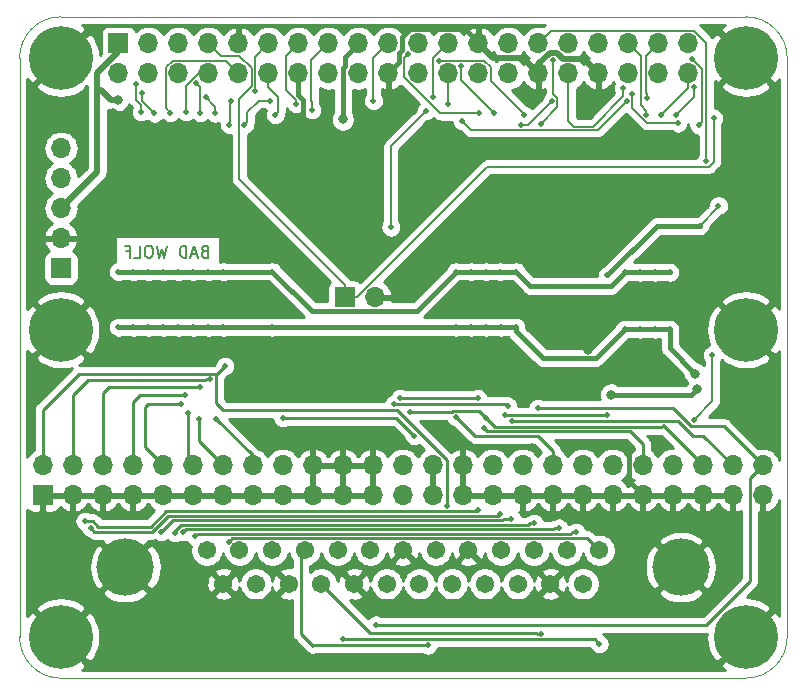
<source format=gbr>
%TF.GenerationSoftware,KiCad,Pcbnew,(5.1.4)-1*%
%TF.CreationDate,2020-08-01T17:07:42-05:00*%
%TF.ProjectId,rascsi_2p1,72617363-7369-45f3-9270-312e6b696361,rev?*%
%TF.SameCoordinates,Original*%
%TF.FileFunction,Copper,L2,Bot*%
%TF.FilePolarity,Positive*%
%FSLAX46Y46*%
G04 Gerber Fmt 4.6, Leading zero omitted, Abs format (unit mm)*
G04 Created by KiCad (PCBNEW (5.1.4)-1) date 2020-08-01 17:07:42*
%MOMM*%
%LPD*%
G04 APERTURE LIST*
%TA.AperFunction,NonConductor*%
%ADD10C,0.150000*%
%TD*%
%TA.AperFunction,NonConductor*%
%ADD11C,0.050000*%
%TD*%
%TA.AperFunction,ComponentPad*%
%ADD12C,4.845000*%
%TD*%
%TA.AperFunction,ComponentPad*%
%ADD13C,1.545000*%
%TD*%
%TA.AperFunction,ComponentPad*%
%ADD14O,1.700000X1.700000*%
%TD*%
%TA.AperFunction,ComponentPad*%
%ADD15R,1.700000X1.700000*%
%TD*%
%TA.AperFunction,ComponentPad*%
%ADD16C,0.800000*%
%TD*%
%TA.AperFunction,ComponentPad*%
%ADD17C,5.400000*%
%TD*%
%TA.AperFunction,ViaPad*%
%ADD18C,0.800000*%
%TD*%
%TA.AperFunction,ViaPad*%
%ADD19C,0.500000*%
%TD*%
%TA.AperFunction,Conductor*%
%ADD20C,0.500000*%
%TD*%
%TA.AperFunction,Conductor*%
%ADD21C,0.400000*%
%TD*%
%TA.AperFunction,Conductor*%
%ADD22C,0.150000*%
%TD*%
%TA.AperFunction,Conductor*%
%ADD23C,0.250000*%
%TD*%
%TA.AperFunction,Conductor*%
%ADD24C,0.254000*%
%TD*%
G04 APERTURE END LIST*
D10*
X190161466Y-62361771D02*
X190018609Y-62409390D01*
X189970990Y-62457009D01*
X189923371Y-62552247D01*
X189923371Y-62695104D01*
X189970990Y-62790342D01*
X190018609Y-62837961D01*
X190113847Y-62885580D01*
X190494800Y-62885580D01*
X190494800Y-61885580D01*
X190161466Y-61885580D01*
X190066228Y-61933200D01*
X190018609Y-61980819D01*
X189970990Y-62076057D01*
X189970990Y-62171295D01*
X190018609Y-62266533D01*
X190066228Y-62314152D01*
X190161466Y-62361771D01*
X190494800Y-62361771D01*
X189542419Y-62599866D02*
X189066228Y-62599866D01*
X189637657Y-62885580D02*
X189304323Y-61885580D01*
X188970990Y-62885580D01*
X188637657Y-62885580D02*
X188637657Y-61885580D01*
X188399561Y-61885580D01*
X188256704Y-61933200D01*
X188161466Y-62028438D01*
X188113847Y-62123676D01*
X188066228Y-62314152D01*
X188066228Y-62457009D01*
X188113847Y-62647485D01*
X188161466Y-62742723D01*
X188256704Y-62837961D01*
X188399561Y-62885580D01*
X188637657Y-62885580D01*
X186970990Y-61885580D02*
X186732895Y-62885580D01*
X186542419Y-62171295D01*
X186351942Y-62885580D01*
X186113847Y-61885580D01*
X185542419Y-61885580D02*
X185351942Y-61885580D01*
X185256704Y-61933200D01*
X185161466Y-62028438D01*
X185113847Y-62218914D01*
X185113847Y-62552247D01*
X185161466Y-62742723D01*
X185256704Y-62837961D01*
X185351942Y-62885580D01*
X185542419Y-62885580D01*
X185637657Y-62837961D01*
X185732895Y-62742723D01*
X185780514Y-62552247D01*
X185780514Y-62218914D01*
X185732895Y-62028438D01*
X185637657Y-61933200D01*
X185542419Y-61885580D01*
X184209085Y-62885580D02*
X184685276Y-62885580D01*
X184685276Y-61885580D01*
X183542419Y-62361771D02*
X183875752Y-62361771D01*
X183875752Y-62885580D02*
X183875752Y-61885580D01*
X183399561Y-61885580D01*
D11*
X178000000Y-98496000D02*
X236000000Y-98496000D01*
X178000000Y-98496000D02*
G75*
G02X174500000Y-94996000I0J3500000D01*
G01*
X239500000Y-94996000D02*
G75*
G02X236000000Y-98496000I-3500000J0D01*
G01*
X174500000Y-46000000D02*
X174500000Y-94996000D01*
X239500000Y-46000000D02*
X239500000Y-94996000D01*
X178000000Y-42500000D02*
X236000000Y-42500000D01*
X174500000Y-46000000D02*
G75*
G02X178000000Y-42500000I3500000J0D01*
G01*
X236000000Y-42500000D02*
G75*
G02X239500000Y-46000000I0J-3500000D01*
G01*
D12*
%TO.P,J5,MH2*%
%TO.N,GND*%
X230491500Y-89090500D03*
%TO.P,J5,MH1*%
X183451500Y-89090500D03*
D13*
%TO.P,J5,25*%
%TO.N,TERMPOW*%
X222206500Y-90510500D03*
%TO.P,J5,24*%
%TO.N,GND*%
X219436500Y-90510500D03*
%TO.P,J5,23*%
%TO.N,C-D4*%
X216666500Y-90510500D03*
%TO.P,J5,22*%
%TO.N,C-D2*%
X213896500Y-90510500D03*
%TO.P,J5,21*%
%TO.N,C-D1*%
X211126500Y-90510500D03*
%TO.P,J5,20*%
%TO.N,C-DP*%
X208356500Y-90510500D03*
%TO.P,J5,19*%
%TO.N,C-SEL*%
X205586500Y-90510500D03*
%TO.P,J5,18*%
%TO.N,GND*%
X202816500Y-90510500D03*
%TO.P,J5,17*%
%TO.N,C-ATN*%
X200046500Y-90510500D03*
%TO.P,J5,16*%
%TO.N,GND*%
X197276500Y-90510500D03*
%TO.P,J5,15*%
%TO.N,C-C_D*%
X194506500Y-90510500D03*
%TO.P,J5,14*%
%TO.N,GND*%
X191736500Y-90510500D03*
%TO.P,J5,13*%
%TO.N,C-D7*%
X223591500Y-87670500D03*
%TO.P,J5,12*%
%TO.N,C-D6*%
X220821500Y-87670500D03*
%TO.P,J5,11*%
%TO.N,C-D5*%
X218051500Y-87670500D03*
%TO.P,J5,10*%
%TO.N,C-D3*%
X215281500Y-87670500D03*
%TO.P,J5,9*%
%TO.N,GND*%
X212511500Y-87670500D03*
%TO.P,J5,8*%
%TO.N,C-D0*%
X209741500Y-87670500D03*
%TO.P,J5,7*%
%TO.N,GND*%
X206971500Y-87670500D03*
%TO.P,J5,6*%
%TO.N,C-BSY*%
X204201500Y-87670500D03*
%TO.P,J5,5*%
%TO.N,C-ACK*%
X201431500Y-87670500D03*
%TO.P,J5,4*%
%TO.N,C-RST*%
X198661500Y-87670500D03*
%TO.P,J5,3*%
%TO.N,C-I_O*%
X195891500Y-87670500D03*
%TO.P,J5,2*%
%TO.N,C-MSG*%
X193121500Y-87670500D03*
%TO.P,J5,1*%
%TO.N,C-REQ*%
X190351500Y-87670500D03*
%TD*%
D14*
%TO.P,J3,50*%
%TO.N,C-I_O*%
X237426500Y-80454500D03*
%TO.P,J3,49*%
%TO.N,GND*%
X237426500Y-82994500D03*
%TO.P,J3,48*%
%TO.N,C-REQ*%
X234886500Y-80454500D03*
%TO.P,J3,47*%
%TO.N,GND*%
X234886500Y-82994500D03*
%TO.P,J3,46*%
%TO.N,C-C_D*%
X232346500Y-80454500D03*
%TO.P,J3,45*%
%TO.N,GND*%
X232346500Y-82994500D03*
%TO.P,J3,44*%
%TO.N,C-SEL*%
X229806500Y-80454500D03*
%TO.P,J3,43*%
%TO.N,GND*%
X229806500Y-82994500D03*
%TO.P,J3,42*%
%TO.N,C-MSG*%
X227266500Y-80454500D03*
%TO.P,J3,41*%
%TO.N,GND*%
X227266500Y-82994500D03*
%TO.P,J3,40*%
%TO.N,C-RST*%
X224726500Y-80454500D03*
%TO.P,J3,39*%
%TO.N,GND*%
X224726500Y-82994500D03*
%TO.P,J3,38*%
%TO.N,C-ACK*%
X222186500Y-80454500D03*
%TO.P,J3,37*%
%TO.N,GND*%
X222186500Y-82994500D03*
%TO.P,J3,36*%
%TO.N,C-BSY*%
X219646500Y-80454500D03*
%TO.P,J3,35*%
%TO.N,GND*%
X219646500Y-82994500D03*
%TO.P,J3,34*%
%TO.N,Net-(J3-Pad34)*%
X217106500Y-80454500D03*
%TO.P,J3,33*%
%TO.N,GND*%
X217106500Y-82994500D03*
%TO.P,J3,32*%
%TO.N,C-ATN*%
X214566500Y-80454500D03*
%TO.P,J3,31*%
%TO.N,GND*%
X214566500Y-82994500D03*
%TO.P,J3,30*%
X212026500Y-80454500D03*
%TO.P,J3,29*%
X212026500Y-82994500D03*
%TO.P,J3,28*%
X209486500Y-80454500D03*
%TO.P,J3,27*%
X209486500Y-82994500D03*
%TO.P,J3,26*%
%TO.N,Net-(J3-Pad26)*%
X206946500Y-80454500D03*
%TO.P,J3,25*%
%TO.N,Net-(J3-Pad25)*%
X206946500Y-82994500D03*
%TO.P,J3,24*%
%TO.N,GND*%
X204406500Y-80454500D03*
%TO.P,J3,23*%
X204406500Y-82994500D03*
%TO.P,J3,22*%
X201866500Y-80454500D03*
%TO.P,J3,21*%
X201866500Y-82994500D03*
%TO.P,J3,20*%
X199326500Y-80454500D03*
%TO.P,J3,19*%
X199326500Y-82994500D03*
%TO.P,J3,18*%
%TO.N,C-DP*%
X196786500Y-80454500D03*
%TO.P,J3,17*%
%TO.N,GND*%
X196786500Y-82994500D03*
%TO.P,J3,16*%
%TO.N,C-D7*%
X194246500Y-80454500D03*
%TO.P,J3,15*%
%TO.N,GND*%
X194246500Y-82994500D03*
%TO.P,J3,14*%
%TO.N,C-D6*%
X191706500Y-80454500D03*
%TO.P,J3,13*%
%TO.N,GND*%
X191706500Y-82994500D03*
%TO.P,J3,12*%
%TO.N,C-D5*%
X189166500Y-80454500D03*
%TO.P,J3,11*%
%TO.N,GND*%
X189166500Y-82994500D03*
%TO.P,J3,10*%
%TO.N,C-D4*%
X186626500Y-80454500D03*
%TO.P,J3,9*%
%TO.N,GND*%
X186626500Y-82994500D03*
%TO.P,J3,8*%
%TO.N,C-D3*%
X184086500Y-80454500D03*
%TO.P,J3,7*%
%TO.N,GND*%
X184086500Y-82994500D03*
%TO.P,J3,6*%
%TO.N,C-D2*%
X181546500Y-80454500D03*
%TO.P,J3,5*%
%TO.N,GND*%
X181546500Y-82994500D03*
%TO.P,J3,4*%
%TO.N,C-D1*%
X179006500Y-80454500D03*
%TO.P,J3,3*%
%TO.N,GND*%
X179006500Y-82994500D03*
%TO.P,J3,2*%
%TO.N,C-D0*%
X176466500Y-80454500D03*
D15*
%TO.P,J3,1*%
%TO.N,GND*%
X176466500Y-82994500D03*
%TD*%
D14*
%TO.P,J2,2*%
%TO.N,GND*%
X204597000Y-66230500D03*
D15*
%TO.P,J2,1*%
%TO.N,PI-ACT*%
X202057000Y-66230500D03*
%TD*%
D14*
%TO.P,J1,40*%
%TO.N,PI-ACK*%
X231140000Y-47270000D03*
%TO.P,J1,39*%
%TO.N,GND*%
X231140000Y-44730000D03*
%TO.P,J1,38*%
%TO.N,PI-RST*%
X228600000Y-47270000D03*
%TO.P,J1,37*%
%TO.N,PI-BSY*%
X228600000Y-44730000D03*
%TO.P,J1,36*%
%TO.N,PI-D6*%
X226060000Y-47270000D03*
%TO.P,J1,35*%
%TO.N,PI-ATN*%
X226060000Y-44730000D03*
%TO.P,J1,34*%
%TO.N,GND*%
X223520000Y-47270000D03*
%TO.P,J1,33*%
%TO.N,PI-D3*%
X223520000Y-44730000D03*
%TO.P,J1,32*%
%TO.N,PI-D2*%
X220980000Y-47270000D03*
%TO.P,J1,31*%
%TO.N,PI-IND*%
X220980000Y-44730000D03*
%TO.P,J1,30*%
%TO.N,GND*%
X218440000Y-47270000D03*
%TO.P,J1,29*%
%TO.N,DBG_LED*%
X218440000Y-44730000D03*
%TO.P,J1,28*%
%TO.N,Net-(J1-Pad28)*%
X215900000Y-47270000D03*
%TO.P,J1,27*%
%TO.N,Net-(J1-Pad27)*%
X215900000Y-44730000D03*
%TO.P,J1,26*%
%TO.N,PI-TAD*%
X213360000Y-47270000D03*
%TO.P,J1,25*%
%TO.N,GND*%
X213360000Y-44730000D03*
%TO.P,J1,24*%
%TO.N,PI-DTD*%
X210820000Y-47270000D03*
%TO.P,J1,23*%
%TO.N,PI-D1*%
X210820000Y-44730000D03*
%TO.P,J1,22*%
%TO.N,PI-I_O*%
X208280000Y-47270000D03*
%TO.P,J1,21*%
%TO.N,Net-(J1-Pad21)*%
X208280000Y-44730000D03*
%TO.P,J1,20*%
%TO.N,GND*%
X205740000Y-47270000D03*
%TO.P,J1,19*%
%TO.N,PI-D0*%
X205740000Y-44730000D03*
%TO.P,J1,18*%
%TO.N,PI-C_D*%
X203200000Y-47270000D03*
%TO.P,J1,17*%
%TO.N,+3V3*%
X203200000Y-44730000D03*
%TO.P,J1,16*%
%TO.N,PI-MSG*%
X200660000Y-47270000D03*
%TO.P,J1,15*%
%TO.N,PI-REQ*%
X200660000Y-44730000D03*
%TO.P,J1,14*%
%TO.N,GND*%
X198120000Y-47270000D03*
%TO.P,J1,13*%
%TO.N,PI-SEL*%
X198120000Y-44730000D03*
%TO.P,J1,12*%
%TO.N,PI-DP*%
X195580000Y-47270000D03*
%TO.P,J1,11*%
%TO.N,PI-D7*%
X195580000Y-44730000D03*
%TO.P,J1,10*%
%TO.N,PI-D5*%
X193040000Y-47270000D03*
%TO.P,J1,9*%
%TO.N,GND*%
X193040000Y-44730000D03*
%TO.P,J1,8*%
%TO.N,PI-D4*%
X190500000Y-47270000D03*
%TO.P,J1,7*%
%TO.N,PI-ACT*%
X190500000Y-44730000D03*
%TO.P,J1,6*%
%TO.N,GND*%
X187960000Y-47270000D03*
%TO.P,J1,5*%
%TO.N,PI_SCL*%
X187960000Y-44730000D03*
%TO.P,J1,4*%
%TO.N,+5V*%
X185420000Y-47270000D03*
%TO.P,J1,3*%
%TO.N,PI_SDA*%
X185420000Y-44730000D03*
%TO.P,J1,2*%
%TO.N,+5V*%
X182880000Y-47270000D03*
D15*
%TO.P,J1,1*%
%TO.N,+3V3*%
X182880000Y-44730000D03*
%TD*%
D16*
%TO.P,H2,1*%
%TO.N,GND*%
X237431891Y-44568109D03*
X236000000Y-43975000D03*
X234568109Y-44568109D03*
X233975000Y-46000000D03*
X234568109Y-47431891D03*
X236000000Y-48025000D03*
X237431891Y-47431891D03*
X238025000Y-46000000D03*
D17*
X236000000Y-46000000D03*
%TD*%
D16*
%TO.P,H1,1*%
%TO.N,GND*%
X179431891Y-44568109D03*
X178000000Y-43975000D03*
X176568109Y-44568109D03*
X175975000Y-46000000D03*
X176568109Y-47431891D03*
X178000000Y-48025000D03*
X179431891Y-47431891D03*
X180025000Y-46000000D03*
D17*
X178000000Y-46000000D03*
%TD*%
D14*
%TO.P,J4,5*%
%TO.N,PI_SDA*%
X178010000Y-53620000D03*
%TO.P,J4,4*%
%TO.N,PI_SCL*%
X178010000Y-56160000D03*
%TO.P,J4,3*%
%TO.N,+3V3*%
X178010000Y-58700000D03*
%TO.P,J4,2*%
%TO.N,GND*%
X178010000Y-61240000D03*
D15*
%TO.P,J4,1*%
%TO.N,+5V*%
X178010000Y-63780000D03*
%TD*%
D16*
%TO.P,H6,1*%
%TO.N,GND*%
X237431891Y-93568109D03*
X236000000Y-92975000D03*
X234568109Y-93568109D03*
X233975000Y-95000000D03*
X234568109Y-96431891D03*
X236000000Y-97025000D03*
X237431891Y-96431891D03*
X238025000Y-95000000D03*
D17*
X236000000Y-95000000D03*
%TD*%
D16*
%TO.P,H5,1*%
%TO.N,GND*%
X179431891Y-93568109D03*
X178000000Y-92975000D03*
X176568109Y-93568109D03*
X175975000Y-95000000D03*
X176568109Y-96431891D03*
X178000000Y-97025000D03*
X179431891Y-96431891D03*
X180025000Y-95000000D03*
D17*
X178000000Y-95000000D03*
%TD*%
D16*
%TO.P,H4,1*%
%TO.N,GND*%
X237431891Y-67568109D03*
X236000000Y-66975000D03*
X234568109Y-67568109D03*
X233975000Y-69000000D03*
X234568109Y-70431891D03*
X236000000Y-71025000D03*
X237431891Y-70431891D03*
X238025000Y-69000000D03*
D17*
X236000000Y-69000000D03*
%TD*%
D16*
%TO.P,H3,1*%
%TO.N,GND*%
X179431891Y-67568109D03*
X178000000Y-66975000D03*
X176568109Y-67568109D03*
X175975000Y-69000000D03*
X176568109Y-70431891D03*
X178000000Y-71025000D03*
X179431891Y-70431891D03*
X180025000Y-69000000D03*
D17*
X178000000Y-69000000D03*
%TD*%
D18*
%TO.N,GND*%
X199326500Y-56261000D03*
X190373000Y-55816500D03*
X182245000Y-56007000D03*
X179895500Y-53530500D03*
X179959000Y-59372500D03*
X182435500Y-50673000D03*
X220726000Y-66548000D03*
X222631000Y-70675500D03*
D19*
X228663500Y-78613000D03*
X225171000Y-78676500D03*
X217932000Y-78803500D03*
X193040000Y-60706000D03*
X196088000Y-60769500D03*
X196977000Y-66548000D03*
X193675000Y-66611500D03*
D18*
%TO.N,+3V3*%
X201866500Y-51181000D03*
X182816500Y-49530000D03*
D19*
%TO.N,+5V*%
X232092500Y-60198000D03*
X233680000Y-58483500D03*
X224282000Y-64389000D03*
D18*
X224599500Y-74485500D03*
X231902000Y-73977500D03*
D19*
%TO.N,C-REQ*%
X216217500Y-76702000D03*
X206201946Y-75317000D03*
X215837010Y-75437490D03*
%TO.N,C-MSG*%
X213868000Y-77343000D03*
X206694206Y-74815000D03*
X213297010Y-74815000D03*
%TO.N,C-BSY*%
X211455000Y-76390500D03*
%TO.N,C-RST*%
X209079468Y-95720532D03*
%TO.N,C-ACK*%
X223583500Y-95573500D03*
X201866500Y-95218532D03*
%TO.N,C-ATN*%
X224218500Y-76200000D03*
X215582500Y-76200000D03*
X218694000Y-94716532D03*
%TO.N,C-DP*%
X207915013Y-77961987D03*
X196786500Y-76454000D03*
%TO.N,C-D0*%
X191897000Y-72072500D03*
X210693000Y-83881939D03*
%TO.N,C-D1*%
X190627000Y-73209500D03*
X213296500Y-84258949D03*
X180028500Y-85217000D03*
%TO.N,C-D2*%
X189762704Y-73867500D03*
X215194825Y-84627982D03*
X180530500Y-85788500D03*
%TO.N,C-D3*%
X188479018Y-74496518D03*
X216154000Y-85012969D03*
X186499500Y-86106000D03*
%TO.N,C-D4*%
X188214000Y-75247500D03*
X218059000Y-85389979D03*
X187642500Y-86169500D03*
%TO.N,C-D5*%
X188785500Y-76009500D03*
X220154500Y-85766989D03*
X188341000Y-86106000D03*
%TO.N,C-D6*%
X189674500Y-76581000D03*
X221629500Y-86143999D03*
X189357000Y-86487000D03*
%TO.N,C-D7*%
X191135000Y-76517500D03*
X192224253Y-86951958D03*
%TO.N,C-I_O*%
X218376500Y-75628500D03*
X204660500Y-93980000D03*
%TO.N,C-C_D*%
X213995000Y-76454000D03*
X207581500Y-75946000D03*
%TO.N,PI-D7*%
X184404000Y-48196500D03*
X194437000Y-48774001D03*
X184798618Y-50545999D03*
%TO.N,PI-D6*%
X185928000Y-50673000D03*
X184856000Y-48958500D03*
%TO.N,PI-D5*%
X187261500Y-50609500D03*
%TO.N,PI-D4*%
X188595000Y-50546000D03*
%TO.N,PI-D3*%
X189801500Y-50609500D03*
X189484000Y-48133000D03*
%TO.N,PI-D2*%
X225615500Y-48514000D03*
X190253500Y-49328021D03*
X191071500Y-50673000D03*
%TO.N,PI-D1*%
X209550000Y-49328021D03*
X192405000Y-49657000D03*
X192278000Y-51625500D03*
%TO.N,PI-D0*%
X193548000Y-51625500D03*
X195723214Y-49605031D03*
X204470000Y-49605031D03*
%TO.N,PI-DP*%
X196151500Y-50800000D03*
%TO.N,PI-BSY*%
X211963000Y-51308000D03*
X225925500Y-49603856D03*
X227611685Y-49357608D03*
%TO.N,PI-MSG*%
X213423500Y-50661000D03*
X207416400Y-45669200D03*
%TO.N,PI-C_D*%
X214693500Y-50673000D03*
X211890294Y-46669999D03*
%TO.N,PI-REQ*%
X199263000Y-50355500D03*
X219583000Y-49605031D03*
X216979500Y-51625500D03*
%TO.N,PI-I_O*%
X217233500Y-50800000D03*
X210002000Y-46230223D03*
%TO.N,PI-ATN*%
X227584000Y-50800000D03*
%TO.N,PI-ACK*%
X228854000Y-50800000D03*
%TO.N,PI-RST*%
X230124000Y-50800000D03*
X231592000Y-48431305D03*
%TO.N,PI-SEL*%
X230251000Y-51498500D03*
X226377500Y-49022000D03*
X197929500Y-49882041D03*
%TO.N,DBG_LED*%
X232664000Y-54737000D03*
%TO.N,PI-ACT*%
X233270254Y-51094593D03*
%TO.N,/TERM_GND*%
X229552500Y-68961000D03*
X228282500Y-68961000D03*
X227012500Y-68961000D03*
X225742500Y-68961000D03*
X211455000Y-68770500D03*
X212725000Y-68770500D03*
X213995000Y-68770500D03*
X215265000Y-68770500D03*
X216535000Y-68770500D03*
X182880000Y-68770500D03*
X184150000Y-68770500D03*
X185420000Y-68770500D03*
X186690000Y-68770500D03*
X187960000Y-68770500D03*
X189230000Y-68770500D03*
X190500000Y-68770500D03*
X191770000Y-68770500D03*
X195897500Y-68770500D03*
D18*
X231711500Y-72707500D03*
D19*
%TO.N,/TERM_5v*%
X182880000Y-64071500D03*
X184150000Y-64071500D03*
X185420000Y-64071500D03*
X186690000Y-64071500D03*
X187960000Y-64071500D03*
X189166500Y-64071500D03*
X190500000Y-64071500D03*
X191770000Y-64071500D03*
X195897500Y-64071500D03*
X211455000Y-64071500D03*
X212725000Y-64071500D03*
X213995000Y-64071500D03*
X216535000Y-64071500D03*
X215201500Y-64071500D03*
X225742500Y-64135000D03*
X229552500Y-64135000D03*
X228282500Y-64135000D03*
X227012500Y-64135000D03*
X233172000Y-71114500D03*
X231584500Y-76644500D03*
%TO.N,PI-IND*%
X232017499Y-51689000D03*
X231461602Y-46085895D03*
%TO.N,PI-TAD*%
X218630500Y-51562000D03*
X219710000Y-46164500D03*
%TO.N,PI-DTD*%
X205930500Y-60325000D03*
X208915000Y-50482500D03*
X210820000Y-49882041D03*
%TD*%
D20*
%TO.N,GND*%
X218440000Y-46506538D02*
X218440000Y-47270000D01*
X219409039Y-45537499D02*
X218440000Y-46506538D01*
X220010961Y-45537499D02*
X219409039Y-45537499D01*
X220516461Y-46042999D02*
X220010961Y-45537499D01*
X222292999Y-46042999D02*
X220516461Y-46042999D01*
X223520000Y-47270000D02*
X222292999Y-46042999D01*
X214587001Y-45957001D02*
X213360000Y-44730000D01*
X217127001Y-45957001D02*
X214587001Y-45957001D01*
X218440000Y-47270000D02*
X217127001Y-45957001D01*
D21*
X198506501Y-55441001D02*
X199326500Y-56261000D01*
X198506501Y-49536962D02*
X198506501Y-55441001D01*
X198120000Y-47270000D02*
X198120000Y-49150461D01*
X198120000Y-49150461D02*
X198506501Y-49536962D01*
X182435500Y-55816500D02*
X182245000Y-56007000D01*
X182435500Y-50673000D02*
X182435500Y-55816500D01*
X220726000Y-66548000D02*
X220726000Y-68770500D01*
X220726000Y-68770500D02*
X222631000Y-70675500D01*
X226089499Y-79594999D02*
X225171000Y-78676500D01*
X227266500Y-82994500D02*
X226089499Y-81817499D01*
X226089499Y-81817499D02*
X226089499Y-79594999D01*
X206671490Y-46338510D02*
X205740000Y-47270000D01*
X213360000Y-44730000D02*
X212182999Y-43552999D01*
X212182999Y-43552999D02*
X207602201Y-43552999D01*
X207602201Y-43552999D02*
X206917001Y-44238199D01*
X206917001Y-44238199D02*
X206917001Y-45314637D01*
X206917001Y-45314637D02*
X206671490Y-45560148D01*
X206671490Y-45560148D02*
X206671490Y-46338510D01*
%TO.N,+3V3*%
X203200000Y-44730000D02*
X202022999Y-45907001D01*
X202022999Y-46705039D02*
X202022999Y-45907001D01*
X201866500Y-46861538D02*
X202022999Y-46705039D01*
X201866500Y-51181000D02*
X201866500Y-46861538D01*
D20*
X181077001Y-55632999D02*
X178010000Y-58700000D01*
X182880000Y-45454038D02*
X181077001Y-47257037D01*
X182880000Y-44730000D02*
X182880000Y-45454038D01*
X181386814Y-48665999D02*
X181077001Y-48665999D01*
X182250815Y-49530000D02*
X181386814Y-48665999D01*
X182816500Y-49530000D02*
X182250815Y-49530000D01*
X181077001Y-47257037D02*
X181077001Y-48665999D01*
X181077001Y-48665999D02*
X181077001Y-55632999D01*
D22*
%TO.N,+5V*%
X232092500Y-60198000D02*
X233680000Y-58610500D01*
X233680000Y-58610500D02*
X233680000Y-58483500D01*
D21*
X228473000Y-60198000D02*
X232092500Y-60198000D01*
X224282000Y-64389000D02*
X228473000Y-60198000D01*
X224599500Y-74485500D02*
X231244999Y-74485500D01*
X231394000Y-74485500D02*
X224599500Y-74485500D01*
X231902000Y-73977500D02*
X231394000Y-74485500D01*
D23*
%TO.N,C-REQ*%
X232410000Y-77978000D02*
X234886500Y-80454500D01*
X231500962Y-77978000D02*
X232410000Y-77978000D01*
X216217500Y-76702000D02*
X230224962Y-76702000D01*
X230224962Y-76702000D02*
X231500962Y-77978000D01*
X215716520Y-75317000D02*
X215837010Y-75437490D01*
X206201946Y-75317000D02*
X215716520Y-75317000D01*
%TO.N,C-MSG*%
X214117999Y-77592999D02*
X226182999Y-77592999D01*
X213868000Y-77343000D02*
X214117999Y-77592999D01*
X227266500Y-78676500D02*
X227266500Y-80454500D01*
X226182999Y-77592999D02*
X227266500Y-78676500D01*
X206694206Y-74815000D02*
X213297010Y-74815000D01*
%TO.N,C-BSY*%
X219646500Y-79252419D02*
X218372081Y-77978000D01*
X219646500Y-80454500D02*
X219646500Y-79252419D01*
X218372081Y-77978000D02*
X213042500Y-77978000D01*
X213042500Y-77978000D02*
X211455000Y-76390500D01*
%TO.N,C-RST*%
X209079468Y-95720532D02*
X208725915Y-95720532D01*
X198301001Y-88030999D02*
X198301001Y-94732501D01*
X198661500Y-87670500D02*
X198301001Y-88030999D01*
X198301001Y-94732501D02*
X199326500Y-95758000D01*
X199363968Y-95720532D02*
X209079468Y-95720532D01*
X199326500Y-95758000D02*
X199363968Y-95720532D01*
%TO.N,C-ACK*%
X223583500Y-95573500D02*
X223228532Y-95218532D01*
X223228532Y-95218532D02*
X201866500Y-95218532D01*
%TO.N,C-ATN*%
X224218500Y-76200000D02*
X215582500Y-76200000D01*
X218340447Y-94716532D02*
X218302415Y-94678500D01*
X218694000Y-94716532D02*
X218340447Y-94716532D01*
X218302415Y-94678500D02*
X204214500Y-94678500D01*
X204214500Y-94678500D02*
X200046500Y-90510500D01*
%TO.N,C-DP*%
X206407026Y-76454000D02*
X196786500Y-76454000D01*
X207915013Y-77961987D02*
X206407026Y-76454000D01*
%TO.N,C-D0*%
X191897000Y-72072500D02*
X191262000Y-72707500D01*
X179514500Y-72707500D02*
X176466500Y-75755500D01*
X176466500Y-75755500D02*
X176466500Y-80454500D01*
X210693000Y-80030038D02*
X206481962Y-75819000D01*
X210693000Y-83881939D02*
X210693000Y-80030038D01*
X206481962Y-75819000D02*
X191770000Y-75819000D01*
X191129001Y-72828501D02*
X191008000Y-72707500D01*
X191129001Y-75178001D02*
X191129001Y-72828501D01*
X191770000Y-75819000D02*
X191129001Y-75178001D01*
X191262000Y-72707500D02*
X191008000Y-72707500D01*
X191008000Y-72707500D02*
X179514500Y-72707500D01*
%TO.N,C-D1*%
X190273447Y-73209500D02*
X190267447Y-73215500D01*
X190627000Y-73209500D02*
X190273447Y-73209500D01*
X190267447Y-73215500D02*
X180276500Y-73215500D01*
X179006500Y-74485500D02*
X179006500Y-80454500D01*
X180276500Y-73215500D02*
X179006500Y-74485500D01*
X213296500Y-84264500D02*
X213177061Y-84383939D01*
X213296500Y-84258949D02*
X213296500Y-84264500D01*
X213177061Y-84383939D02*
X186888061Y-84383939D01*
X185610500Y-85661500D02*
X185610500Y-85718866D01*
X186888061Y-84383939D02*
X185610500Y-85661500D01*
X185610500Y-85718866D02*
X185600376Y-85728990D01*
X185600376Y-85728990D02*
X181102000Y-85728990D01*
X180701962Y-85217000D02*
X180028500Y-85217000D01*
X181102000Y-85728990D02*
X181102000Y-85617038D01*
X181102000Y-85617038D02*
X180701962Y-85217000D01*
%TO.N,C-D2*%
X189762704Y-73867500D02*
X182037500Y-73867500D01*
X181546500Y-74358500D02*
X181546500Y-80454500D01*
X182037500Y-73867500D02*
X181546500Y-74358500D01*
X215194825Y-84627982D02*
X215061858Y-84760949D01*
X187101589Y-84760949D02*
X185756538Y-86106000D01*
X215061858Y-84760949D02*
X187101589Y-84760949D01*
X185756538Y-86106000D02*
X180848000Y-86106000D01*
X180848000Y-86106000D02*
X180530500Y-85788500D01*
%TO.N,C-D3*%
X188456037Y-74519500D02*
X184687500Y-74519500D01*
X184086500Y-75120500D02*
X184086500Y-80454500D01*
X184687500Y-74519500D02*
X184086500Y-75120500D01*
X216154000Y-85012969D02*
X215516990Y-85012969D01*
X215516990Y-85012969D02*
X215392000Y-85137959D01*
X215392000Y-85137959D02*
X187467541Y-85137959D01*
X187467541Y-85137959D02*
X186499500Y-86106000D01*
%TO.N,C-D4*%
X186626500Y-80454500D02*
X185102500Y-78930500D01*
X188214000Y-75247500D02*
X185420000Y-75247500D01*
X185102500Y-75565000D02*
X185102500Y-76327000D01*
X185420000Y-75247500D02*
X185102500Y-75565000D01*
X185102500Y-78930500D02*
X185102500Y-76327000D01*
X185102500Y-76327000D02*
X185102500Y-76136500D01*
X217705447Y-85389979D02*
X217580457Y-85514969D01*
X218059000Y-85389979D02*
X217705447Y-85389979D01*
X187642500Y-86061538D02*
X187642500Y-86169500D01*
X217580457Y-85514969D02*
X188189069Y-85514969D01*
X188189069Y-85514969D02*
X187642500Y-86061538D01*
%TO.N,C-D5*%
X188785500Y-80073500D02*
X189166500Y-80454500D01*
X188785500Y-76009500D02*
X188785500Y-80073500D01*
X219800947Y-85766989D02*
X219675957Y-85891979D01*
X220154500Y-85766989D02*
X219800947Y-85766989D01*
X219675957Y-85891979D02*
X188555021Y-85891979D01*
X188555021Y-85891979D02*
X188341000Y-86106000D01*
%TO.N,C-D6*%
X189674500Y-78422500D02*
X191706500Y-80454500D01*
X189674500Y-76581000D02*
X189674500Y-78422500D01*
X221275947Y-86143999D02*
X221150957Y-86268989D01*
X221629500Y-86143999D02*
X221275947Y-86143999D01*
X221150957Y-86268989D02*
X189575011Y-86268989D01*
X189575011Y-86268989D02*
X189357000Y-86487000D01*
%TO.N,C-D7*%
X194246500Y-79629000D02*
X194246500Y-80454500D01*
X191135000Y-76517500D02*
X194246500Y-79629000D01*
X223591500Y-87670500D02*
X223727501Y-87534499D01*
X192530212Y-86645999D02*
X192224253Y-86951958D01*
X223591500Y-87670500D02*
X222566999Y-86645999D01*
X222566999Y-86645999D02*
X192530212Y-86645999D01*
%TO.N,C-I_O*%
X237426500Y-80454500D02*
X234118501Y-77146501D01*
X229825538Y-75628500D02*
X218376500Y-75628500D01*
X231343539Y-77146501D02*
X229825538Y-75628500D01*
X234118501Y-77146501D02*
X231343539Y-77146501D01*
X236324499Y-81556501D02*
X237426500Y-80454500D01*
X236324499Y-90306539D02*
X236324499Y-81556501D01*
X232651038Y-93980000D02*
X236324499Y-90306539D01*
X204660500Y-93980000D02*
X232651038Y-93980000D01*
%TO.N,C-C_D*%
X232346500Y-80454500D02*
X228981000Y-77089000D01*
X214745001Y-77204001D02*
X213995000Y-76454000D01*
X228981000Y-77089000D02*
X228865999Y-77204001D01*
X228865999Y-77204001D02*
X214745001Y-77204001D01*
X213429499Y-75888499D02*
X213995000Y-76454000D01*
X211214039Y-75888499D02*
X213429499Y-75888499D01*
X211156538Y-75946000D02*
X211214039Y-75888499D01*
X207581500Y-75946000D02*
X211156538Y-75946000D01*
D22*
%TO.N,PI-D7*%
X194437000Y-45873000D02*
X195580000Y-44730000D01*
X194437000Y-48774001D02*
X194437000Y-45873000D01*
X184404000Y-48550053D02*
X184404000Y-48196500D01*
X184404000Y-49540751D02*
X184404000Y-48550053D01*
X184798618Y-49935369D02*
X184404000Y-49540751D01*
X184798618Y-50545999D02*
X184798618Y-49935369D01*
%TO.N,PI-D6*%
X185928000Y-50673000D02*
X184856000Y-49601000D01*
X184856000Y-49601000D02*
X184856000Y-48958500D01*
%TO.N,PI-D5*%
X191987999Y-46217999D02*
X193040000Y-47270000D01*
X187455039Y-46217999D02*
X191987999Y-46217999D01*
X186907999Y-46765039D02*
X187455039Y-46217999D01*
X186907999Y-50255999D02*
X186907999Y-46765039D01*
X187261500Y-50609500D02*
X186907999Y-50255999D01*
%TO.N,PI-D4*%
X189678038Y-47270000D02*
X190500000Y-47270000D01*
X188595000Y-48353038D02*
X189678038Y-47270000D01*
X188595000Y-50546000D02*
X188595000Y-48353038D01*
%TO.N,PI-D3*%
X189801500Y-48577500D02*
X189801500Y-50609500D01*
X189801500Y-50255947D02*
X189801500Y-50609500D01*
X189801499Y-48450499D02*
X189801500Y-50255947D01*
X189484000Y-48133000D02*
X189801499Y-48450499D01*
%TO.N,PI-D2*%
X190253500Y-49328021D02*
X191071500Y-50146021D01*
X191071500Y-50146021D02*
X191071500Y-50673000D01*
X225615500Y-49244894D02*
X225615500Y-48514000D01*
X223059903Y-51800491D02*
X225615500Y-49244894D01*
X221470529Y-51800491D02*
X223059903Y-51800491D01*
X220980000Y-47270000D02*
X220980000Y-51309962D01*
X220980000Y-51309962D02*
X221470529Y-51800491D01*
%TO.N,PI-D1*%
X209550000Y-46000000D02*
X210820000Y-44730000D01*
X209550000Y-49328021D02*
X209550000Y-46000000D01*
X192341500Y-51562000D02*
X192341500Y-49720500D01*
X192341500Y-49720500D02*
X192405000Y-49657000D01*
X192341500Y-51562000D02*
X192278000Y-51625500D01*
%TO.N,PI-D0*%
X194742969Y-49605031D02*
X195723214Y-49605031D01*
X204470000Y-46000000D02*
X205740000Y-44730000D01*
X204470000Y-49605031D02*
X204470000Y-46000000D01*
X193797999Y-50550001D02*
X194742969Y-49605031D01*
X193797999Y-51375501D02*
X193797999Y-50550001D01*
X193548000Y-51625500D02*
X193797999Y-51375501D01*
%TO.N,PI-DP*%
X195580000Y-48472081D02*
X195580000Y-47270000D01*
X196401499Y-49293580D02*
X195580000Y-48472081D01*
X196401499Y-50550001D02*
X196401499Y-49293580D01*
X196151500Y-50800000D02*
X196401499Y-50550001D01*
%TO.N,PI-BSY*%
X223451855Y-52077501D02*
X225925500Y-49603856D01*
X211963000Y-51308000D02*
X212732501Y-52077501D01*
X212732501Y-52077501D02*
X223451855Y-52077501D01*
X227547999Y-45782001D02*
X228600000Y-44730000D01*
X227547999Y-48940369D02*
X227547999Y-45782001D01*
X227611685Y-49004055D02*
X227547999Y-48940369D01*
X227611685Y-49357608D02*
X227611685Y-49004055D01*
%TO.N,PI-MSG*%
X207073500Y-46012100D02*
X207416400Y-45669200D01*
X207073500Y-47620462D02*
X207073500Y-46012100D01*
X213423500Y-50661000D02*
X210114038Y-50661000D01*
X210114038Y-50661000D02*
X207073500Y-47620462D01*
%TO.N,PI-C_D*%
X214693500Y-50673000D02*
X211890294Y-47869794D01*
X211890294Y-47869794D02*
X211890294Y-46669999D01*
%TO.N,PI-REQ*%
X200660000Y-44730000D02*
X199199500Y-46190500D01*
X199199500Y-46190500D02*
X199199500Y-49630995D01*
X219583000Y-49605031D02*
X217562531Y-51625500D01*
X217562531Y-51625500D02*
X216979500Y-51625500D01*
X199263000Y-49694495D02*
X199263000Y-50355500D01*
X199199500Y-49630995D02*
X199263000Y-49694495D01*
%TO.N,PI-I_O*%
X210014224Y-46217999D02*
X210002000Y-46230223D01*
X213864961Y-46217999D02*
X210014224Y-46217999D01*
X214412001Y-46765039D02*
X213864961Y-46217999D01*
X217170000Y-50673000D02*
X214412001Y-47915001D01*
X214412001Y-47915001D02*
X214412001Y-46765039D01*
%TO.N,PI-ATN*%
X227112001Y-45782001D02*
X226060000Y-44730000D01*
X227112001Y-49974448D02*
X227112001Y-45782001D01*
X227584000Y-50446447D02*
X227112001Y-49974448D01*
X227584000Y-50800000D02*
X227584000Y-50446447D01*
%TO.N,PI-ACK*%
X231140000Y-48514000D02*
X231140000Y-47270000D01*
X228854000Y-50800000D02*
X231140000Y-48514000D01*
%TO.N,PI-RST*%
X230124000Y-50800000D02*
X231592000Y-49332000D01*
X231592000Y-49332000D02*
X231592000Y-48431305D01*
%TO.N,PI-SEL*%
X226377500Y-50262462D02*
X226377500Y-49022000D01*
X230251000Y-51498500D02*
X227613538Y-51498500D01*
X227613538Y-51498500D02*
X226377500Y-50262462D01*
X197067999Y-45782001D02*
X198120000Y-44730000D01*
X197067999Y-48666987D02*
X197067999Y-45782001D01*
X197929500Y-49528488D02*
X197067999Y-48666987D01*
X197929500Y-49882041D02*
X197929500Y-49528488D01*
%TO.N,DBG_LED*%
X219492001Y-43677999D02*
X218440000Y-44730000D01*
X231644961Y-43677999D02*
X219492001Y-43677999D01*
X232664000Y-44697038D02*
X231644961Y-43677999D01*
X232664000Y-54737000D02*
X232664000Y-44697038D01*
%TO.N,PI-ACT*%
X202057000Y-65230500D02*
X202057000Y-66230500D01*
X193095999Y-56269499D02*
X202057000Y-65230500D01*
X193095999Y-49446040D02*
X193095999Y-56269499D01*
X194159990Y-48382049D02*
X193095999Y-49446040D01*
X194159990Y-46833028D02*
X194159990Y-48382049D01*
X193108963Y-45782001D02*
X194159990Y-46833028D01*
X191552001Y-45782001D02*
X193108963Y-45782001D01*
X190500000Y-44730000D02*
X191552001Y-45782001D01*
X233270254Y-54799708D02*
X233270254Y-51094593D01*
X232880961Y-55189001D02*
X233270254Y-54799708D01*
X214098499Y-55189001D02*
X232880961Y-55189001D01*
X202057000Y-66230500D02*
X203057000Y-66230500D01*
X203057000Y-66230500D02*
X214098499Y-55189001D01*
D21*
%TO.N,/TERM_GND*%
X182880000Y-68770500D02*
X195897500Y-68770500D01*
X195897500Y-68770500D02*
X216535000Y-68770500D01*
X225742500Y-68961000D02*
X229552500Y-68961000D01*
X229552500Y-70548500D02*
X229552500Y-68961000D01*
X231711500Y-72707500D02*
X229552500Y-70548500D01*
X223300999Y-71402501D02*
X225742500Y-68961000D01*
X218813448Y-71402501D02*
X223300999Y-71402501D01*
X216535000Y-69124053D02*
X218813448Y-71402501D01*
X216535000Y-68770500D02*
X216535000Y-69124053D01*
%TO.N,/TERM_5v*%
X182880000Y-64071500D02*
X195897500Y-64071500D01*
X208118999Y-67407501D02*
X211455000Y-64071500D01*
X199233501Y-67407501D02*
X208118999Y-67407501D01*
X195897500Y-64071500D02*
X199233501Y-67407501D01*
X211455000Y-64071500D02*
X216535000Y-64071500D01*
X229489000Y-64071500D02*
X229552500Y-64135000D01*
D22*
X233172000Y-71114500D02*
X233172000Y-75057000D01*
X233172000Y-75057000D02*
X231584500Y-76644500D01*
D21*
X224599500Y-65278000D02*
X225742500Y-64135000D01*
X217741500Y-65278000D02*
X224599500Y-65278000D01*
X216535000Y-64071500D02*
X217741500Y-65278000D01*
X225742500Y-64135000D02*
X229552500Y-64135000D01*
D22*
%TO.N,PI-IND*%
X232267498Y-46891791D02*
X231461602Y-46085895D01*
X232017499Y-51689000D02*
X232267498Y-51439001D01*
X232267498Y-51439001D02*
X232267498Y-46891791D01*
%TO.N,PI-TAD*%
X219710000Y-49063069D02*
X219710000Y-46164500D01*
X220035001Y-49388070D02*
X219710000Y-49063069D01*
X218630500Y-51562000D02*
X220035001Y-50157499D01*
X220035001Y-50157499D02*
X220035001Y-49388070D01*
%TO.N,PI-DTD*%
X205930500Y-60325000D02*
X205930500Y-53467000D01*
X205930500Y-53467000D02*
X208915000Y-50482500D01*
X210820000Y-49882041D02*
X210820000Y-47270000D01*
%TD*%
D24*
%TO.N,GND*%
G36*
X195935510Y-76712145D02*
G01*
X196002223Y-76873205D01*
X196099076Y-77018155D01*
X196222345Y-77141424D01*
X196367295Y-77238277D01*
X196528355Y-77304990D01*
X196699335Y-77339000D01*
X196873665Y-77339000D01*
X197044645Y-77304990D01*
X197205705Y-77238277D01*
X197242038Y-77214000D01*
X206092225Y-77214000D01*
X207055498Y-78177274D01*
X207064023Y-78220132D01*
X207130736Y-78381192D01*
X207227589Y-78526142D01*
X207350858Y-78649411D01*
X207495808Y-78746264D01*
X207656868Y-78812977D01*
X207827848Y-78846987D01*
X208002178Y-78846987D01*
X208173158Y-78812977D01*
X208334218Y-78746264D01*
X208334342Y-78746181D01*
X208754423Y-79166263D01*
X208719580Y-79182859D01*
X208486231Y-79356912D01*
X208291322Y-79573145D01*
X208221701Y-79690023D01*
X208187206Y-79625486D01*
X208001634Y-79399366D01*
X207775514Y-79213794D01*
X207517534Y-79075901D01*
X207237611Y-78990987D01*
X207019450Y-78969500D01*
X206873550Y-78969500D01*
X206655389Y-78990987D01*
X206375466Y-79075901D01*
X206117486Y-79213794D01*
X205891366Y-79399366D01*
X205705794Y-79625486D01*
X205671299Y-79690023D01*
X205601678Y-79573145D01*
X205406769Y-79356912D01*
X205173420Y-79182859D01*
X204910599Y-79057675D01*
X204763390Y-79013024D01*
X204533500Y-79134345D01*
X204533500Y-80327500D01*
X204553500Y-80327500D01*
X204553500Y-80581500D01*
X204533500Y-80581500D01*
X204533500Y-82867500D01*
X204553500Y-82867500D01*
X204553500Y-83121500D01*
X204533500Y-83121500D01*
X204533500Y-83141500D01*
X204279500Y-83141500D01*
X204279500Y-83121500D01*
X201993500Y-83121500D01*
X201993500Y-83141500D01*
X201739500Y-83141500D01*
X201739500Y-83121500D01*
X199453500Y-83121500D01*
X199453500Y-83141500D01*
X199199500Y-83141500D01*
X199199500Y-83121500D01*
X196913500Y-83121500D01*
X196913500Y-83141500D01*
X196659500Y-83141500D01*
X196659500Y-83121500D01*
X194373500Y-83121500D01*
X194373500Y-83141500D01*
X194119500Y-83141500D01*
X194119500Y-83121500D01*
X191833500Y-83121500D01*
X191833500Y-83141500D01*
X191579500Y-83141500D01*
X191579500Y-83121500D01*
X189293500Y-83121500D01*
X189293500Y-83141500D01*
X189039500Y-83141500D01*
X189039500Y-83121500D01*
X186753500Y-83121500D01*
X186753500Y-83141500D01*
X186499500Y-83141500D01*
X186499500Y-83121500D01*
X184213500Y-83121500D01*
X184213500Y-84314655D01*
X184443390Y-84435976D01*
X184590599Y-84391325D01*
X184853420Y-84266141D01*
X185086769Y-84092088D01*
X185281678Y-83875855D01*
X185356500Y-83750245D01*
X185431322Y-83875855D01*
X185626231Y-84092088D01*
X185859580Y-84266141D01*
X185907996Y-84289202D01*
X185228209Y-84968990D01*
X181528753Y-84968990D01*
X181265766Y-84706003D01*
X181241963Y-84676999D01*
X181126238Y-84582026D01*
X180994209Y-84511454D01*
X180850948Y-84467997D01*
X180739295Y-84457000D01*
X180739284Y-84457000D01*
X180701962Y-84453324D01*
X180664640Y-84457000D01*
X180484038Y-84457000D01*
X180447705Y-84432723D01*
X180286645Y-84366010D01*
X180115665Y-84332000D01*
X179941335Y-84332000D01*
X179770355Y-84366010D01*
X179609295Y-84432723D01*
X179464345Y-84529576D01*
X179341076Y-84652845D01*
X179244223Y-84797795D01*
X179177510Y-84958855D01*
X179143500Y-85129835D01*
X179143500Y-85304165D01*
X179177510Y-85475145D01*
X179244223Y-85636205D01*
X179341076Y-85781155D01*
X179464345Y-85904424D01*
X179609295Y-86001277D01*
X179675980Y-86028899D01*
X179679510Y-86046645D01*
X179746223Y-86207705D01*
X179843076Y-86352655D01*
X179966345Y-86475924D01*
X180111295Y-86572777D01*
X180272355Y-86639490D01*
X180308930Y-86646765D01*
X180423724Y-86740974D01*
X180555753Y-86811546D01*
X180699014Y-86855003D01*
X180810667Y-86866000D01*
X180810677Y-86866000D01*
X180848000Y-86869676D01*
X180885323Y-86866000D01*
X181532843Y-86866000D01*
X181483074Y-86942469D01*
X183451500Y-88910895D01*
X185419926Y-86942469D01*
X185370157Y-86866000D01*
X185719216Y-86866000D01*
X185756538Y-86869676D01*
X185793860Y-86866000D01*
X185793871Y-86866000D01*
X185905524Y-86855003D01*
X185989418Y-86829555D01*
X186080295Y-86890277D01*
X186241355Y-86956990D01*
X186412335Y-86991000D01*
X186586665Y-86991000D01*
X186757645Y-86956990D01*
X186918705Y-86890277D01*
X187034396Y-86812975D01*
X187078345Y-86856924D01*
X187223295Y-86953777D01*
X187384355Y-87020490D01*
X187555335Y-87054500D01*
X187729665Y-87054500D01*
X187900645Y-87020490D01*
X188061705Y-86953777D01*
X188066830Y-86950352D01*
X188082855Y-86956990D01*
X188253835Y-86991000D01*
X188428165Y-86991000D01*
X188599145Y-86956990D01*
X188605028Y-86954553D01*
X188669576Y-87051155D01*
X188792845Y-87174424D01*
X188937795Y-87271277D01*
X188991418Y-87293488D01*
X188944000Y-87531873D01*
X188944000Y-87809127D01*
X188998090Y-88081053D01*
X189104190Y-88337201D01*
X189258224Y-88567729D01*
X189454271Y-88763776D01*
X189684799Y-88917810D01*
X189940947Y-89023910D01*
X190212873Y-89078000D01*
X190490127Y-89078000D01*
X190762053Y-89023910D01*
X191018201Y-88917810D01*
X191248729Y-88763776D01*
X191444776Y-88567729D01*
X191598810Y-88337201D01*
X191704910Y-88081053D01*
X191736500Y-87922241D01*
X191768090Y-88081053D01*
X191874190Y-88337201D01*
X192028224Y-88567729D01*
X192224271Y-88763776D01*
X192454799Y-88917810D01*
X192710947Y-89023910D01*
X192982873Y-89078000D01*
X193260127Y-89078000D01*
X193532053Y-89023910D01*
X193788201Y-88917810D01*
X194018729Y-88763776D01*
X194214776Y-88567729D01*
X194368810Y-88337201D01*
X194474910Y-88081053D01*
X194506500Y-87922241D01*
X194538090Y-88081053D01*
X194644190Y-88337201D01*
X194798224Y-88567729D01*
X194994271Y-88763776D01*
X195224799Y-88917810D01*
X195480947Y-89023910D01*
X195752873Y-89078000D01*
X196030127Y-89078000D01*
X196302053Y-89023910D01*
X196558201Y-88917810D01*
X196788729Y-88763776D01*
X196984776Y-88567729D01*
X197138810Y-88337201D01*
X197244910Y-88081053D01*
X197276500Y-87922241D01*
X197308090Y-88081053D01*
X197414190Y-88337201D01*
X197541001Y-88526987D01*
X197541001Y-89125897D01*
X197481840Y-89111176D01*
X197204900Y-89098004D01*
X196930712Y-89139113D01*
X196669812Y-89232924D01*
X196551293Y-89296273D01*
X196483041Y-89537436D01*
X197276500Y-90330895D01*
X197290643Y-90316753D01*
X197470248Y-90496358D01*
X197456105Y-90510500D01*
X197470248Y-90524643D01*
X197290643Y-90704248D01*
X197276500Y-90690105D01*
X196483041Y-91483564D01*
X196551293Y-91724727D01*
X196802111Y-91842877D01*
X197071160Y-91909824D01*
X197348100Y-91922996D01*
X197541002Y-91894074D01*
X197541002Y-94695169D01*
X197537325Y-94732501D01*
X197541002Y-94769834D01*
X197551999Y-94881487D01*
X197553391Y-94886076D01*
X197595455Y-95024747D01*
X197666027Y-95156777D01*
X197716709Y-95218532D01*
X197761001Y-95272502D01*
X197789999Y-95296300D01*
X198762701Y-96269003D01*
X198786499Y-96298001D01*
X198829272Y-96333104D01*
X198902224Y-96392974D01*
X199034253Y-96463546D01*
X199177514Y-96507003D01*
X199326500Y-96521677D01*
X199475486Y-96507003D01*
X199562750Y-96480532D01*
X208623930Y-96480532D01*
X208660263Y-96504809D01*
X208821323Y-96571522D01*
X208992303Y-96605532D01*
X209166633Y-96605532D01*
X209337613Y-96571522D01*
X209498673Y-96504809D01*
X209643623Y-96407956D01*
X209766892Y-96284687D01*
X209863745Y-96139737D01*
X209930458Y-95978677D01*
X209930487Y-95978532D01*
X222793352Y-95978532D01*
X222799223Y-95992705D01*
X222896076Y-96137655D01*
X223019345Y-96260924D01*
X223164295Y-96357777D01*
X223325355Y-96424490D01*
X223496335Y-96458500D01*
X223670665Y-96458500D01*
X223841645Y-96424490D01*
X224002705Y-96357777D01*
X224147655Y-96260924D01*
X224270924Y-96137655D01*
X224367777Y-95992705D01*
X224434490Y-95831645D01*
X224468500Y-95660665D01*
X224468500Y-95486335D01*
X224434490Y-95315355D01*
X224367777Y-95154295D01*
X224270924Y-95009345D01*
X224147655Y-94886076D01*
X224002705Y-94789223D01*
X223883870Y-94740000D01*
X232613716Y-94740000D01*
X232651038Y-94743676D01*
X232674236Y-94741391D01*
X232648866Y-94995431D01*
X232712366Y-95649293D01*
X232902208Y-96278203D01*
X233211096Y-96857992D01*
X233216172Y-96865589D01*
X233654626Y-97165769D01*
X235820395Y-95000000D01*
X235806253Y-94985858D01*
X235985858Y-94806253D01*
X236000000Y-94820395D01*
X238165769Y-92654626D01*
X237865589Y-92216172D01*
X237286644Y-91905704D01*
X236658254Y-91714148D01*
X236052215Y-91653624D01*
X236835503Y-90870337D01*
X236864500Y-90846540D01*
X236959473Y-90730815D01*
X237030045Y-90598786D01*
X237073502Y-90455525D01*
X237084499Y-90343872D01*
X237084499Y-90343863D01*
X237088175Y-90306540D01*
X237084499Y-90269217D01*
X237084499Y-84428119D01*
X237299500Y-84314655D01*
X237299500Y-83121500D01*
X237279500Y-83121500D01*
X237279500Y-82867500D01*
X237299500Y-82867500D01*
X237299500Y-82847500D01*
X237553500Y-82847500D01*
X237553500Y-82867500D01*
X237573500Y-82867500D01*
X237573500Y-83121500D01*
X237553500Y-83121500D01*
X237553500Y-84314655D01*
X237783390Y-84435976D01*
X237930599Y-84391325D01*
X238193420Y-84266141D01*
X238426769Y-84092088D01*
X238621678Y-83875855D01*
X238770657Y-83625752D01*
X238840001Y-83430269D01*
X238840001Y-93237918D01*
X238788904Y-93142008D01*
X238783828Y-93134411D01*
X238345374Y-92834231D01*
X236179605Y-95000000D01*
X236193748Y-95014143D01*
X236014143Y-95193748D01*
X236000000Y-95179605D01*
X233834231Y-97345374D01*
X234134411Y-97783828D01*
X234231699Y-97836000D01*
X179769592Y-97836000D01*
X179857992Y-97788904D01*
X179865589Y-97783828D01*
X180165769Y-97345374D01*
X178000000Y-95179605D01*
X177985858Y-95193748D01*
X177806253Y-95014143D01*
X177820395Y-95000000D01*
X178179605Y-95000000D01*
X180345374Y-97165769D01*
X180783828Y-96865589D01*
X181094296Y-96286644D01*
X181285852Y-95658254D01*
X181351134Y-95004569D01*
X181287634Y-94350707D01*
X181097792Y-93721797D01*
X180788904Y-93142008D01*
X180783828Y-93134411D01*
X180345374Y-92834231D01*
X178179605Y-95000000D01*
X177820395Y-95000000D01*
X175654626Y-92834231D01*
X175216172Y-93134411D01*
X175160000Y-93239158D01*
X175160000Y-92654626D01*
X175834231Y-92654626D01*
X178000000Y-94820395D01*
X180165769Y-92654626D01*
X179865589Y-92216172D01*
X179286644Y-91905704D01*
X178658254Y-91714148D01*
X178004569Y-91648866D01*
X177350707Y-91712366D01*
X176721797Y-91902208D01*
X176142008Y-92211096D01*
X176134411Y-92216172D01*
X175834231Y-92654626D01*
X175160000Y-92654626D01*
X175160000Y-91238531D01*
X181483074Y-91238531D01*
X181749939Y-91648562D01*
X182281687Y-91931367D01*
X182858391Y-92105000D01*
X183457887Y-92162787D01*
X184057138Y-92102508D01*
X184633114Y-91926480D01*
X185153061Y-91648562D01*
X185260448Y-91483564D01*
X190943041Y-91483564D01*
X191011293Y-91724727D01*
X191262111Y-91842877D01*
X191531160Y-91909824D01*
X191808100Y-91922996D01*
X192082288Y-91881887D01*
X192343188Y-91788076D01*
X192461707Y-91724727D01*
X192529959Y-91483564D01*
X191736500Y-90690105D01*
X190943041Y-91483564D01*
X185260448Y-91483564D01*
X185419926Y-91238531D01*
X183451500Y-89270105D01*
X181483074Y-91238531D01*
X175160000Y-91238531D01*
X175160000Y-89096887D01*
X180379213Y-89096887D01*
X180439492Y-89696138D01*
X180615520Y-90272114D01*
X180893438Y-90792061D01*
X181303469Y-91058926D01*
X183271895Y-89090500D01*
X183631105Y-89090500D01*
X185599531Y-91058926D01*
X186009562Y-90792061D01*
X186121227Y-90582100D01*
X190324004Y-90582100D01*
X190365113Y-90856288D01*
X190458924Y-91117188D01*
X190522273Y-91235707D01*
X190763436Y-91303959D01*
X191556895Y-90510500D01*
X191916105Y-90510500D01*
X192709564Y-91303959D01*
X192950727Y-91235707D01*
X193068877Y-90984889D01*
X193122734Y-90768446D01*
X193153090Y-90921053D01*
X193259190Y-91177201D01*
X193413224Y-91407729D01*
X193609271Y-91603776D01*
X193839799Y-91757810D01*
X194095947Y-91863910D01*
X194367873Y-91918000D01*
X194645127Y-91918000D01*
X194917053Y-91863910D01*
X195173201Y-91757810D01*
X195403729Y-91603776D01*
X195599776Y-91407729D01*
X195753810Y-91177201D01*
X195859910Y-90921053D01*
X195891222Y-90763638D01*
X195905113Y-90856288D01*
X195998924Y-91117188D01*
X196062273Y-91235707D01*
X196303436Y-91303959D01*
X197096895Y-90510500D01*
X196303436Y-89717041D01*
X196062273Y-89785293D01*
X195944123Y-90036111D01*
X195890266Y-90252554D01*
X195859910Y-90099947D01*
X195753810Y-89843799D01*
X195599776Y-89613271D01*
X195403729Y-89417224D01*
X195173201Y-89263190D01*
X194917053Y-89157090D01*
X194645127Y-89103000D01*
X194367873Y-89103000D01*
X194095947Y-89157090D01*
X193839799Y-89263190D01*
X193609271Y-89417224D01*
X193413224Y-89613271D01*
X193259190Y-89843799D01*
X193153090Y-90099947D01*
X193121778Y-90257362D01*
X193107887Y-90164712D01*
X193014076Y-89903812D01*
X192950727Y-89785293D01*
X192709564Y-89717041D01*
X191916105Y-90510500D01*
X191556895Y-90510500D01*
X190763436Y-89717041D01*
X190522273Y-89785293D01*
X190404123Y-90036111D01*
X190337176Y-90305160D01*
X190324004Y-90582100D01*
X186121227Y-90582100D01*
X186292367Y-90260313D01*
X186466000Y-89683609D01*
X186480090Y-89537436D01*
X190943041Y-89537436D01*
X191736500Y-90330895D01*
X192529959Y-89537436D01*
X192461707Y-89296273D01*
X192210889Y-89178123D01*
X191941840Y-89111176D01*
X191664900Y-89098004D01*
X191390712Y-89139113D01*
X191129812Y-89232924D01*
X191011293Y-89296273D01*
X190943041Y-89537436D01*
X186480090Y-89537436D01*
X186523787Y-89084113D01*
X186463508Y-88484862D01*
X186287480Y-87908886D01*
X186009562Y-87388939D01*
X185599531Y-87122074D01*
X183631105Y-89090500D01*
X183271895Y-89090500D01*
X181303469Y-87122074D01*
X180893438Y-87388939D01*
X180610633Y-87920687D01*
X180437000Y-88497391D01*
X180379213Y-89096887D01*
X175160000Y-89096887D01*
X175160000Y-84289209D01*
X175165315Y-84295685D01*
X175262006Y-84375037D01*
X175372320Y-84434002D01*
X175492018Y-84470312D01*
X175616500Y-84482572D01*
X176180750Y-84479500D01*
X176339500Y-84320750D01*
X176339500Y-83121500D01*
X176593500Y-83121500D01*
X176593500Y-84320750D01*
X176752250Y-84479500D01*
X177316500Y-84482572D01*
X177440982Y-84470312D01*
X177560680Y-84434002D01*
X177670994Y-84375037D01*
X177767685Y-84295685D01*
X177847037Y-84198994D01*
X177906002Y-84088680D01*
X177930466Y-84008034D01*
X178006231Y-84092088D01*
X178239580Y-84266141D01*
X178502401Y-84391325D01*
X178649610Y-84435976D01*
X178879500Y-84314655D01*
X178879500Y-83121500D01*
X179133500Y-83121500D01*
X179133500Y-84314655D01*
X179363390Y-84435976D01*
X179510599Y-84391325D01*
X179773420Y-84266141D01*
X180006769Y-84092088D01*
X180201678Y-83875855D01*
X180276500Y-83750245D01*
X180351322Y-83875855D01*
X180546231Y-84092088D01*
X180779580Y-84266141D01*
X181042401Y-84391325D01*
X181189610Y-84435976D01*
X181419500Y-84314655D01*
X181419500Y-83121500D01*
X181673500Y-83121500D01*
X181673500Y-84314655D01*
X181903390Y-84435976D01*
X182050599Y-84391325D01*
X182313420Y-84266141D01*
X182546769Y-84092088D01*
X182741678Y-83875855D01*
X182816500Y-83750245D01*
X182891322Y-83875855D01*
X183086231Y-84092088D01*
X183319580Y-84266141D01*
X183582401Y-84391325D01*
X183729610Y-84435976D01*
X183959500Y-84314655D01*
X183959500Y-83121500D01*
X181673500Y-83121500D01*
X181419500Y-83121500D01*
X179133500Y-83121500D01*
X178879500Y-83121500D01*
X176593500Y-83121500D01*
X176339500Y-83121500D01*
X176319500Y-83121500D01*
X176319500Y-82867500D01*
X176339500Y-82867500D01*
X176339500Y-82847500D01*
X176593500Y-82847500D01*
X176593500Y-82867500D01*
X178879500Y-82867500D01*
X178879500Y-82847500D01*
X179133500Y-82847500D01*
X179133500Y-82867500D01*
X181419500Y-82867500D01*
X181419500Y-82847500D01*
X181673500Y-82847500D01*
X181673500Y-82867500D01*
X183959500Y-82867500D01*
X183959500Y-82847500D01*
X184213500Y-82847500D01*
X184213500Y-82867500D01*
X186499500Y-82867500D01*
X186499500Y-82847500D01*
X186753500Y-82847500D01*
X186753500Y-82867500D01*
X189039500Y-82867500D01*
X189039500Y-82847500D01*
X189293500Y-82847500D01*
X189293500Y-82867500D01*
X191579500Y-82867500D01*
X191579500Y-82847500D01*
X191833500Y-82847500D01*
X191833500Y-82867500D01*
X194119500Y-82867500D01*
X194119500Y-82847500D01*
X194373500Y-82847500D01*
X194373500Y-82867500D01*
X196659500Y-82867500D01*
X196659500Y-82847500D01*
X196913500Y-82847500D01*
X196913500Y-82867500D01*
X199199500Y-82867500D01*
X199199500Y-80581500D01*
X199453500Y-80581500D01*
X199453500Y-82867500D01*
X201739500Y-82867500D01*
X201739500Y-80581500D01*
X201993500Y-80581500D01*
X201993500Y-82867500D01*
X204279500Y-82867500D01*
X204279500Y-80581500D01*
X201993500Y-80581500D01*
X201739500Y-80581500D01*
X199453500Y-80581500D01*
X199199500Y-80581500D01*
X199179500Y-80581500D01*
X199179500Y-80327500D01*
X199199500Y-80327500D01*
X199199500Y-79134345D01*
X199453500Y-79134345D01*
X199453500Y-80327500D01*
X201739500Y-80327500D01*
X201739500Y-79134345D01*
X201993500Y-79134345D01*
X201993500Y-80327500D01*
X204279500Y-80327500D01*
X204279500Y-79134345D01*
X204049610Y-79013024D01*
X203902401Y-79057675D01*
X203639580Y-79182859D01*
X203406231Y-79356912D01*
X203211322Y-79573145D01*
X203136500Y-79698755D01*
X203061678Y-79573145D01*
X202866769Y-79356912D01*
X202633420Y-79182859D01*
X202370599Y-79057675D01*
X202223390Y-79013024D01*
X201993500Y-79134345D01*
X201739500Y-79134345D01*
X201509610Y-79013024D01*
X201362401Y-79057675D01*
X201099580Y-79182859D01*
X200866231Y-79356912D01*
X200671322Y-79573145D01*
X200596500Y-79698755D01*
X200521678Y-79573145D01*
X200326769Y-79356912D01*
X200093420Y-79182859D01*
X199830599Y-79057675D01*
X199683390Y-79013024D01*
X199453500Y-79134345D01*
X199199500Y-79134345D01*
X198969610Y-79013024D01*
X198822401Y-79057675D01*
X198559580Y-79182859D01*
X198326231Y-79356912D01*
X198131322Y-79573145D01*
X198061701Y-79690023D01*
X198027206Y-79625486D01*
X197841634Y-79399366D01*
X197615514Y-79213794D01*
X197357534Y-79075901D01*
X197077611Y-78990987D01*
X196859450Y-78969500D01*
X196713550Y-78969500D01*
X196495389Y-78990987D01*
X196215466Y-79075901D01*
X195957486Y-79213794D01*
X195731366Y-79399366D01*
X195545794Y-79625486D01*
X195516500Y-79680291D01*
X195487206Y-79625486D01*
X195301634Y-79399366D01*
X195075514Y-79213794D01*
X194817534Y-79075901D01*
X194746724Y-79054421D01*
X192271301Y-76579000D01*
X195909026Y-76579000D01*
X195935510Y-76712145D01*
X195935510Y-76712145D01*
G37*
X195935510Y-76712145D02*
X196002223Y-76873205D01*
X196099076Y-77018155D01*
X196222345Y-77141424D01*
X196367295Y-77238277D01*
X196528355Y-77304990D01*
X196699335Y-77339000D01*
X196873665Y-77339000D01*
X197044645Y-77304990D01*
X197205705Y-77238277D01*
X197242038Y-77214000D01*
X206092225Y-77214000D01*
X207055498Y-78177274D01*
X207064023Y-78220132D01*
X207130736Y-78381192D01*
X207227589Y-78526142D01*
X207350858Y-78649411D01*
X207495808Y-78746264D01*
X207656868Y-78812977D01*
X207827848Y-78846987D01*
X208002178Y-78846987D01*
X208173158Y-78812977D01*
X208334218Y-78746264D01*
X208334342Y-78746181D01*
X208754423Y-79166263D01*
X208719580Y-79182859D01*
X208486231Y-79356912D01*
X208291322Y-79573145D01*
X208221701Y-79690023D01*
X208187206Y-79625486D01*
X208001634Y-79399366D01*
X207775514Y-79213794D01*
X207517534Y-79075901D01*
X207237611Y-78990987D01*
X207019450Y-78969500D01*
X206873550Y-78969500D01*
X206655389Y-78990987D01*
X206375466Y-79075901D01*
X206117486Y-79213794D01*
X205891366Y-79399366D01*
X205705794Y-79625486D01*
X205671299Y-79690023D01*
X205601678Y-79573145D01*
X205406769Y-79356912D01*
X205173420Y-79182859D01*
X204910599Y-79057675D01*
X204763390Y-79013024D01*
X204533500Y-79134345D01*
X204533500Y-80327500D01*
X204553500Y-80327500D01*
X204553500Y-80581500D01*
X204533500Y-80581500D01*
X204533500Y-82867500D01*
X204553500Y-82867500D01*
X204553500Y-83121500D01*
X204533500Y-83121500D01*
X204533500Y-83141500D01*
X204279500Y-83141500D01*
X204279500Y-83121500D01*
X201993500Y-83121500D01*
X201993500Y-83141500D01*
X201739500Y-83141500D01*
X201739500Y-83121500D01*
X199453500Y-83121500D01*
X199453500Y-83141500D01*
X199199500Y-83141500D01*
X199199500Y-83121500D01*
X196913500Y-83121500D01*
X196913500Y-83141500D01*
X196659500Y-83141500D01*
X196659500Y-83121500D01*
X194373500Y-83121500D01*
X194373500Y-83141500D01*
X194119500Y-83141500D01*
X194119500Y-83121500D01*
X191833500Y-83121500D01*
X191833500Y-83141500D01*
X191579500Y-83141500D01*
X191579500Y-83121500D01*
X189293500Y-83121500D01*
X189293500Y-83141500D01*
X189039500Y-83141500D01*
X189039500Y-83121500D01*
X186753500Y-83121500D01*
X186753500Y-83141500D01*
X186499500Y-83141500D01*
X186499500Y-83121500D01*
X184213500Y-83121500D01*
X184213500Y-84314655D01*
X184443390Y-84435976D01*
X184590599Y-84391325D01*
X184853420Y-84266141D01*
X185086769Y-84092088D01*
X185281678Y-83875855D01*
X185356500Y-83750245D01*
X185431322Y-83875855D01*
X185626231Y-84092088D01*
X185859580Y-84266141D01*
X185907996Y-84289202D01*
X185228209Y-84968990D01*
X181528753Y-84968990D01*
X181265766Y-84706003D01*
X181241963Y-84676999D01*
X181126238Y-84582026D01*
X180994209Y-84511454D01*
X180850948Y-84467997D01*
X180739295Y-84457000D01*
X180739284Y-84457000D01*
X180701962Y-84453324D01*
X180664640Y-84457000D01*
X180484038Y-84457000D01*
X180447705Y-84432723D01*
X180286645Y-84366010D01*
X180115665Y-84332000D01*
X179941335Y-84332000D01*
X179770355Y-84366010D01*
X179609295Y-84432723D01*
X179464345Y-84529576D01*
X179341076Y-84652845D01*
X179244223Y-84797795D01*
X179177510Y-84958855D01*
X179143500Y-85129835D01*
X179143500Y-85304165D01*
X179177510Y-85475145D01*
X179244223Y-85636205D01*
X179341076Y-85781155D01*
X179464345Y-85904424D01*
X179609295Y-86001277D01*
X179675980Y-86028899D01*
X179679510Y-86046645D01*
X179746223Y-86207705D01*
X179843076Y-86352655D01*
X179966345Y-86475924D01*
X180111295Y-86572777D01*
X180272355Y-86639490D01*
X180308930Y-86646765D01*
X180423724Y-86740974D01*
X180555753Y-86811546D01*
X180699014Y-86855003D01*
X180810667Y-86866000D01*
X180810677Y-86866000D01*
X180848000Y-86869676D01*
X180885323Y-86866000D01*
X181532843Y-86866000D01*
X181483074Y-86942469D01*
X183451500Y-88910895D01*
X185419926Y-86942469D01*
X185370157Y-86866000D01*
X185719216Y-86866000D01*
X185756538Y-86869676D01*
X185793860Y-86866000D01*
X185793871Y-86866000D01*
X185905524Y-86855003D01*
X185989418Y-86829555D01*
X186080295Y-86890277D01*
X186241355Y-86956990D01*
X186412335Y-86991000D01*
X186586665Y-86991000D01*
X186757645Y-86956990D01*
X186918705Y-86890277D01*
X187034396Y-86812975D01*
X187078345Y-86856924D01*
X187223295Y-86953777D01*
X187384355Y-87020490D01*
X187555335Y-87054500D01*
X187729665Y-87054500D01*
X187900645Y-87020490D01*
X188061705Y-86953777D01*
X188066830Y-86950352D01*
X188082855Y-86956990D01*
X188253835Y-86991000D01*
X188428165Y-86991000D01*
X188599145Y-86956990D01*
X188605028Y-86954553D01*
X188669576Y-87051155D01*
X188792845Y-87174424D01*
X188937795Y-87271277D01*
X188991418Y-87293488D01*
X188944000Y-87531873D01*
X188944000Y-87809127D01*
X188998090Y-88081053D01*
X189104190Y-88337201D01*
X189258224Y-88567729D01*
X189454271Y-88763776D01*
X189684799Y-88917810D01*
X189940947Y-89023910D01*
X190212873Y-89078000D01*
X190490127Y-89078000D01*
X190762053Y-89023910D01*
X191018201Y-88917810D01*
X191248729Y-88763776D01*
X191444776Y-88567729D01*
X191598810Y-88337201D01*
X191704910Y-88081053D01*
X191736500Y-87922241D01*
X191768090Y-88081053D01*
X191874190Y-88337201D01*
X192028224Y-88567729D01*
X192224271Y-88763776D01*
X192454799Y-88917810D01*
X192710947Y-89023910D01*
X192982873Y-89078000D01*
X193260127Y-89078000D01*
X193532053Y-89023910D01*
X193788201Y-88917810D01*
X194018729Y-88763776D01*
X194214776Y-88567729D01*
X194368810Y-88337201D01*
X194474910Y-88081053D01*
X194506500Y-87922241D01*
X194538090Y-88081053D01*
X194644190Y-88337201D01*
X194798224Y-88567729D01*
X194994271Y-88763776D01*
X195224799Y-88917810D01*
X195480947Y-89023910D01*
X195752873Y-89078000D01*
X196030127Y-89078000D01*
X196302053Y-89023910D01*
X196558201Y-88917810D01*
X196788729Y-88763776D01*
X196984776Y-88567729D01*
X197138810Y-88337201D01*
X197244910Y-88081053D01*
X197276500Y-87922241D01*
X197308090Y-88081053D01*
X197414190Y-88337201D01*
X197541001Y-88526987D01*
X197541001Y-89125897D01*
X197481840Y-89111176D01*
X197204900Y-89098004D01*
X196930712Y-89139113D01*
X196669812Y-89232924D01*
X196551293Y-89296273D01*
X196483041Y-89537436D01*
X197276500Y-90330895D01*
X197290643Y-90316753D01*
X197470248Y-90496358D01*
X197456105Y-90510500D01*
X197470248Y-90524643D01*
X197290643Y-90704248D01*
X197276500Y-90690105D01*
X196483041Y-91483564D01*
X196551293Y-91724727D01*
X196802111Y-91842877D01*
X197071160Y-91909824D01*
X197348100Y-91922996D01*
X197541002Y-91894074D01*
X197541002Y-94695169D01*
X197537325Y-94732501D01*
X197541002Y-94769834D01*
X197551999Y-94881487D01*
X197553391Y-94886076D01*
X197595455Y-95024747D01*
X197666027Y-95156777D01*
X197716709Y-95218532D01*
X197761001Y-95272502D01*
X197789999Y-95296300D01*
X198762701Y-96269003D01*
X198786499Y-96298001D01*
X198829272Y-96333104D01*
X198902224Y-96392974D01*
X199034253Y-96463546D01*
X199177514Y-96507003D01*
X199326500Y-96521677D01*
X199475486Y-96507003D01*
X199562750Y-96480532D01*
X208623930Y-96480532D01*
X208660263Y-96504809D01*
X208821323Y-96571522D01*
X208992303Y-96605532D01*
X209166633Y-96605532D01*
X209337613Y-96571522D01*
X209498673Y-96504809D01*
X209643623Y-96407956D01*
X209766892Y-96284687D01*
X209863745Y-96139737D01*
X209930458Y-95978677D01*
X209930487Y-95978532D01*
X222793352Y-95978532D01*
X222799223Y-95992705D01*
X222896076Y-96137655D01*
X223019345Y-96260924D01*
X223164295Y-96357777D01*
X223325355Y-96424490D01*
X223496335Y-96458500D01*
X223670665Y-96458500D01*
X223841645Y-96424490D01*
X224002705Y-96357777D01*
X224147655Y-96260924D01*
X224270924Y-96137655D01*
X224367777Y-95992705D01*
X224434490Y-95831645D01*
X224468500Y-95660665D01*
X224468500Y-95486335D01*
X224434490Y-95315355D01*
X224367777Y-95154295D01*
X224270924Y-95009345D01*
X224147655Y-94886076D01*
X224002705Y-94789223D01*
X223883870Y-94740000D01*
X232613716Y-94740000D01*
X232651038Y-94743676D01*
X232674236Y-94741391D01*
X232648866Y-94995431D01*
X232712366Y-95649293D01*
X232902208Y-96278203D01*
X233211096Y-96857992D01*
X233216172Y-96865589D01*
X233654626Y-97165769D01*
X235820395Y-95000000D01*
X235806253Y-94985858D01*
X235985858Y-94806253D01*
X236000000Y-94820395D01*
X238165769Y-92654626D01*
X237865589Y-92216172D01*
X237286644Y-91905704D01*
X236658254Y-91714148D01*
X236052215Y-91653624D01*
X236835503Y-90870337D01*
X236864500Y-90846540D01*
X236959473Y-90730815D01*
X237030045Y-90598786D01*
X237073502Y-90455525D01*
X237084499Y-90343872D01*
X237084499Y-90343863D01*
X237088175Y-90306540D01*
X237084499Y-90269217D01*
X237084499Y-84428119D01*
X237299500Y-84314655D01*
X237299500Y-83121500D01*
X237279500Y-83121500D01*
X237279500Y-82867500D01*
X237299500Y-82867500D01*
X237299500Y-82847500D01*
X237553500Y-82847500D01*
X237553500Y-82867500D01*
X237573500Y-82867500D01*
X237573500Y-83121500D01*
X237553500Y-83121500D01*
X237553500Y-84314655D01*
X237783390Y-84435976D01*
X237930599Y-84391325D01*
X238193420Y-84266141D01*
X238426769Y-84092088D01*
X238621678Y-83875855D01*
X238770657Y-83625752D01*
X238840001Y-83430269D01*
X238840001Y-93237918D01*
X238788904Y-93142008D01*
X238783828Y-93134411D01*
X238345374Y-92834231D01*
X236179605Y-95000000D01*
X236193748Y-95014143D01*
X236014143Y-95193748D01*
X236000000Y-95179605D01*
X233834231Y-97345374D01*
X234134411Y-97783828D01*
X234231699Y-97836000D01*
X179769592Y-97836000D01*
X179857992Y-97788904D01*
X179865589Y-97783828D01*
X180165769Y-97345374D01*
X178000000Y-95179605D01*
X177985858Y-95193748D01*
X177806253Y-95014143D01*
X177820395Y-95000000D01*
X178179605Y-95000000D01*
X180345374Y-97165769D01*
X180783828Y-96865589D01*
X181094296Y-96286644D01*
X181285852Y-95658254D01*
X181351134Y-95004569D01*
X181287634Y-94350707D01*
X181097792Y-93721797D01*
X180788904Y-93142008D01*
X180783828Y-93134411D01*
X180345374Y-92834231D01*
X178179605Y-95000000D01*
X177820395Y-95000000D01*
X175654626Y-92834231D01*
X175216172Y-93134411D01*
X175160000Y-93239158D01*
X175160000Y-92654626D01*
X175834231Y-92654626D01*
X178000000Y-94820395D01*
X180165769Y-92654626D01*
X179865589Y-92216172D01*
X179286644Y-91905704D01*
X178658254Y-91714148D01*
X178004569Y-91648866D01*
X177350707Y-91712366D01*
X176721797Y-91902208D01*
X176142008Y-92211096D01*
X176134411Y-92216172D01*
X175834231Y-92654626D01*
X175160000Y-92654626D01*
X175160000Y-91238531D01*
X181483074Y-91238531D01*
X181749939Y-91648562D01*
X182281687Y-91931367D01*
X182858391Y-92105000D01*
X183457887Y-92162787D01*
X184057138Y-92102508D01*
X184633114Y-91926480D01*
X185153061Y-91648562D01*
X185260448Y-91483564D01*
X190943041Y-91483564D01*
X191011293Y-91724727D01*
X191262111Y-91842877D01*
X191531160Y-91909824D01*
X191808100Y-91922996D01*
X192082288Y-91881887D01*
X192343188Y-91788076D01*
X192461707Y-91724727D01*
X192529959Y-91483564D01*
X191736500Y-90690105D01*
X190943041Y-91483564D01*
X185260448Y-91483564D01*
X185419926Y-91238531D01*
X183451500Y-89270105D01*
X181483074Y-91238531D01*
X175160000Y-91238531D01*
X175160000Y-89096887D01*
X180379213Y-89096887D01*
X180439492Y-89696138D01*
X180615520Y-90272114D01*
X180893438Y-90792061D01*
X181303469Y-91058926D01*
X183271895Y-89090500D01*
X183631105Y-89090500D01*
X185599531Y-91058926D01*
X186009562Y-90792061D01*
X186121227Y-90582100D01*
X190324004Y-90582100D01*
X190365113Y-90856288D01*
X190458924Y-91117188D01*
X190522273Y-91235707D01*
X190763436Y-91303959D01*
X191556895Y-90510500D01*
X191916105Y-90510500D01*
X192709564Y-91303959D01*
X192950727Y-91235707D01*
X193068877Y-90984889D01*
X193122734Y-90768446D01*
X193153090Y-90921053D01*
X193259190Y-91177201D01*
X193413224Y-91407729D01*
X193609271Y-91603776D01*
X193839799Y-91757810D01*
X194095947Y-91863910D01*
X194367873Y-91918000D01*
X194645127Y-91918000D01*
X194917053Y-91863910D01*
X195173201Y-91757810D01*
X195403729Y-91603776D01*
X195599776Y-91407729D01*
X195753810Y-91177201D01*
X195859910Y-90921053D01*
X195891222Y-90763638D01*
X195905113Y-90856288D01*
X195998924Y-91117188D01*
X196062273Y-91235707D01*
X196303436Y-91303959D01*
X197096895Y-90510500D01*
X196303436Y-89717041D01*
X196062273Y-89785293D01*
X195944123Y-90036111D01*
X195890266Y-90252554D01*
X195859910Y-90099947D01*
X195753810Y-89843799D01*
X195599776Y-89613271D01*
X195403729Y-89417224D01*
X195173201Y-89263190D01*
X194917053Y-89157090D01*
X194645127Y-89103000D01*
X194367873Y-89103000D01*
X194095947Y-89157090D01*
X193839799Y-89263190D01*
X193609271Y-89417224D01*
X193413224Y-89613271D01*
X193259190Y-89843799D01*
X193153090Y-90099947D01*
X193121778Y-90257362D01*
X193107887Y-90164712D01*
X193014076Y-89903812D01*
X192950727Y-89785293D01*
X192709564Y-89717041D01*
X191916105Y-90510500D01*
X191556895Y-90510500D01*
X190763436Y-89717041D01*
X190522273Y-89785293D01*
X190404123Y-90036111D01*
X190337176Y-90305160D01*
X190324004Y-90582100D01*
X186121227Y-90582100D01*
X186292367Y-90260313D01*
X186466000Y-89683609D01*
X186480090Y-89537436D01*
X190943041Y-89537436D01*
X191736500Y-90330895D01*
X192529959Y-89537436D01*
X192461707Y-89296273D01*
X192210889Y-89178123D01*
X191941840Y-89111176D01*
X191664900Y-89098004D01*
X191390712Y-89139113D01*
X191129812Y-89232924D01*
X191011293Y-89296273D01*
X190943041Y-89537436D01*
X186480090Y-89537436D01*
X186523787Y-89084113D01*
X186463508Y-88484862D01*
X186287480Y-87908886D01*
X186009562Y-87388939D01*
X185599531Y-87122074D01*
X183631105Y-89090500D01*
X183271895Y-89090500D01*
X181303469Y-87122074D01*
X180893438Y-87388939D01*
X180610633Y-87920687D01*
X180437000Y-88497391D01*
X180379213Y-89096887D01*
X175160000Y-89096887D01*
X175160000Y-84289209D01*
X175165315Y-84295685D01*
X175262006Y-84375037D01*
X175372320Y-84434002D01*
X175492018Y-84470312D01*
X175616500Y-84482572D01*
X176180750Y-84479500D01*
X176339500Y-84320750D01*
X176339500Y-83121500D01*
X176593500Y-83121500D01*
X176593500Y-84320750D01*
X176752250Y-84479500D01*
X177316500Y-84482572D01*
X177440982Y-84470312D01*
X177560680Y-84434002D01*
X177670994Y-84375037D01*
X177767685Y-84295685D01*
X177847037Y-84198994D01*
X177906002Y-84088680D01*
X177930466Y-84008034D01*
X178006231Y-84092088D01*
X178239580Y-84266141D01*
X178502401Y-84391325D01*
X178649610Y-84435976D01*
X178879500Y-84314655D01*
X178879500Y-83121500D01*
X179133500Y-83121500D01*
X179133500Y-84314655D01*
X179363390Y-84435976D01*
X179510599Y-84391325D01*
X179773420Y-84266141D01*
X180006769Y-84092088D01*
X180201678Y-83875855D01*
X180276500Y-83750245D01*
X180351322Y-83875855D01*
X180546231Y-84092088D01*
X180779580Y-84266141D01*
X181042401Y-84391325D01*
X181189610Y-84435976D01*
X181419500Y-84314655D01*
X181419500Y-83121500D01*
X181673500Y-83121500D01*
X181673500Y-84314655D01*
X181903390Y-84435976D01*
X182050599Y-84391325D01*
X182313420Y-84266141D01*
X182546769Y-84092088D01*
X182741678Y-83875855D01*
X182816500Y-83750245D01*
X182891322Y-83875855D01*
X183086231Y-84092088D01*
X183319580Y-84266141D01*
X183582401Y-84391325D01*
X183729610Y-84435976D01*
X183959500Y-84314655D01*
X183959500Y-83121500D01*
X181673500Y-83121500D01*
X181419500Y-83121500D01*
X179133500Y-83121500D01*
X178879500Y-83121500D01*
X176593500Y-83121500D01*
X176339500Y-83121500D01*
X176319500Y-83121500D01*
X176319500Y-82867500D01*
X176339500Y-82867500D01*
X176339500Y-82847500D01*
X176593500Y-82847500D01*
X176593500Y-82867500D01*
X178879500Y-82867500D01*
X178879500Y-82847500D01*
X179133500Y-82847500D01*
X179133500Y-82867500D01*
X181419500Y-82867500D01*
X181419500Y-82847500D01*
X181673500Y-82847500D01*
X181673500Y-82867500D01*
X183959500Y-82867500D01*
X183959500Y-82847500D01*
X184213500Y-82847500D01*
X184213500Y-82867500D01*
X186499500Y-82867500D01*
X186499500Y-82847500D01*
X186753500Y-82847500D01*
X186753500Y-82867500D01*
X189039500Y-82867500D01*
X189039500Y-82847500D01*
X189293500Y-82847500D01*
X189293500Y-82867500D01*
X191579500Y-82867500D01*
X191579500Y-82847500D01*
X191833500Y-82847500D01*
X191833500Y-82867500D01*
X194119500Y-82867500D01*
X194119500Y-82847500D01*
X194373500Y-82847500D01*
X194373500Y-82867500D01*
X196659500Y-82867500D01*
X196659500Y-82847500D01*
X196913500Y-82847500D01*
X196913500Y-82867500D01*
X199199500Y-82867500D01*
X199199500Y-80581500D01*
X199453500Y-80581500D01*
X199453500Y-82867500D01*
X201739500Y-82867500D01*
X201739500Y-80581500D01*
X201993500Y-80581500D01*
X201993500Y-82867500D01*
X204279500Y-82867500D01*
X204279500Y-80581500D01*
X201993500Y-80581500D01*
X201739500Y-80581500D01*
X199453500Y-80581500D01*
X199199500Y-80581500D01*
X199179500Y-80581500D01*
X199179500Y-80327500D01*
X199199500Y-80327500D01*
X199199500Y-79134345D01*
X199453500Y-79134345D01*
X199453500Y-80327500D01*
X201739500Y-80327500D01*
X201739500Y-79134345D01*
X201993500Y-79134345D01*
X201993500Y-80327500D01*
X204279500Y-80327500D01*
X204279500Y-79134345D01*
X204049610Y-79013024D01*
X203902401Y-79057675D01*
X203639580Y-79182859D01*
X203406231Y-79356912D01*
X203211322Y-79573145D01*
X203136500Y-79698755D01*
X203061678Y-79573145D01*
X202866769Y-79356912D01*
X202633420Y-79182859D01*
X202370599Y-79057675D01*
X202223390Y-79013024D01*
X201993500Y-79134345D01*
X201739500Y-79134345D01*
X201509610Y-79013024D01*
X201362401Y-79057675D01*
X201099580Y-79182859D01*
X200866231Y-79356912D01*
X200671322Y-79573145D01*
X200596500Y-79698755D01*
X200521678Y-79573145D01*
X200326769Y-79356912D01*
X200093420Y-79182859D01*
X199830599Y-79057675D01*
X199683390Y-79013024D01*
X199453500Y-79134345D01*
X199199500Y-79134345D01*
X198969610Y-79013024D01*
X198822401Y-79057675D01*
X198559580Y-79182859D01*
X198326231Y-79356912D01*
X198131322Y-79573145D01*
X198061701Y-79690023D01*
X198027206Y-79625486D01*
X197841634Y-79399366D01*
X197615514Y-79213794D01*
X197357534Y-79075901D01*
X197077611Y-78990987D01*
X196859450Y-78969500D01*
X196713550Y-78969500D01*
X196495389Y-78990987D01*
X196215466Y-79075901D01*
X195957486Y-79213794D01*
X195731366Y-79399366D01*
X195545794Y-79625486D01*
X195516500Y-79680291D01*
X195487206Y-79625486D01*
X195301634Y-79399366D01*
X195075514Y-79213794D01*
X194817534Y-79075901D01*
X194746724Y-79054421D01*
X192271301Y-76579000D01*
X195909026Y-76579000D01*
X195935510Y-76712145D01*
G36*
X210670723Y-76809705D02*
G01*
X210767576Y-76954655D01*
X210890845Y-77077924D01*
X211035795Y-77174777D01*
X211196855Y-77241490D01*
X211239714Y-77250015D01*
X212478700Y-78489002D01*
X212502499Y-78518001D01*
X212531497Y-78541799D01*
X212618223Y-78612974D01*
X212720295Y-78667533D01*
X212750253Y-78683546D01*
X212893514Y-78727003D01*
X213005167Y-78738000D01*
X213005176Y-78738000D01*
X213042499Y-78741676D01*
X213079822Y-78738000D01*
X218057280Y-78738000D01*
X218661274Y-79341994D01*
X218591366Y-79399366D01*
X218405794Y-79625486D01*
X218376500Y-79680291D01*
X218347206Y-79625486D01*
X218161634Y-79399366D01*
X217935514Y-79213794D01*
X217677534Y-79075901D01*
X217397611Y-78990987D01*
X217179450Y-78969500D01*
X217033550Y-78969500D01*
X216815389Y-78990987D01*
X216535466Y-79075901D01*
X216277486Y-79213794D01*
X216051366Y-79399366D01*
X215865794Y-79625486D01*
X215836500Y-79680291D01*
X215807206Y-79625486D01*
X215621634Y-79399366D01*
X215395514Y-79213794D01*
X215137534Y-79075901D01*
X214857611Y-78990987D01*
X214639450Y-78969500D01*
X214493550Y-78969500D01*
X214275389Y-78990987D01*
X213995466Y-79075901D01*
X213737486Y-79213794D01*
X213511366Y-79399366D01*
X213325794Y-79625486D01*
X213291299Y-79690023D01*
X213221678Y-79573145D01*
X213026769Y-79356912D01*
X212793420Y-79182859D01*
X212530599Y-79057675D01*
X212383390Y-79013024D01*
X212153500Y-79134345D01*
X212153500Y-80327500D01*
X212173500Y-80327500D01*
X212173500Y-80581500D01*
X212153500Y-80581500D01*
X212153500Y-82867500D01*
X214439500Y-82867500D01*
X214439500Y-82847500D01*
X214693500Y-82847500D01*
X214693500Y-82867500D01*
X216979500Y-82867500D01*
X216979500Y-82847500D01*
X217233500Y-82847500D01*
X217233500Y-82867500D01*
X219519500Y-82867500D01*
X219519500Y-82847500D01*
X219773500Y-82847500D01*
X219773500Y-82867500D01*
X222059500Y-82867500D01*
X222059500Y-82847500D01*
X222313500Y-82847500D01*
X222313500Y-82867500D01*
X224599500Y-82867500D01*
X224599500Y-82847500D01*
X224853500Y-82847500D01*
X224853500Y-82867500D01*
X227139500Y-82867500D01*
X227139500Y-82847500D01*
X227393500Y-82847500D01*
X227393500Y-82867500D01*
X229679500Y-82867500D01*
X229679500Y-82847500D01*
X229933500Y-82847500D01*
X229933500Y-82867500D01*
X232219500Y-82867500D01*
X232219500Y-82847500D01*
X232473500Y-82847500D01*
X232473500Y-82867500D01*
X234759500Y-82867500D01*
X234759500Y-82847500D01*
X235013500Y-82847500D01*
X235013500Y-82867500D01*
X235033500Y-82867500D01*
X235033500Y-83121500D01*
X235013500Y-83121500D01*
X235013500Y-84314655D01*
X235243390Y-84435976D01*
X235390599Y-84391325D01*
X235564500Y-84308495D01*
X235564499Y-89991737D01*
X232336237Y-93220000D01*
X205116038Y-93220000D01*
X205079705Y-93195723D01*
X204918645Y-93129010D01*
X204747665Y-93095000D01*
X204573335Y-93095000D01*
X204402355Y-93129010D01*
X204241295Y-93195723D01*
X204096345Y-93292576D01*
X203999861Y-93389060D01*
X202490636Y-91879834D01*
X202611160Y-91909824D01*
X202888100Y-91922996D01*
X203162288Y-91881887D01*
X203423188Y-91788076D01*
X203541707Y-91724727D01*
X203609959Y-91483564D01*
X202816500Y-90690105D01*
X202802358Y-90704248D01*
X202622753Y-90524643D01*
X202636895Y-90510500D01*
X202996105Y-90510500D01*
X203789564Y-91303959D01*
X204030727Y-91235707D01*
X204148877Y-90984889D01*
X204202734Y-90768446D01*
X204233090Y-90921053D01*
X204339190Y-91177201D01*
X204493224Y-91407729D01*
X204689271Y-91603776D01*
X204919799Y-91757810D01*
X205175947Y-91863910D01*
X205447873Y-91918000D01*
X205725127Y-91918000D01*
X205997053Y-91863910D01*
X206253201Y-91757810D01*
X206483729Y-91603776D01*
X206679776Y-91407729D01*
X206833810Y-91177201D01*
X206939910Y-90921053D01*
X206971500Y-90762241D01*
X207003090Y-90921053D01*
X207109190Y-91177201D01*
X207263224Y-91407729D01*
X207459271Y-91603776D01*
X207689799Y-91757810D01*
X207945947Y-91863910D01*
X208217873Y-91918000D01*
X208495127Y-91918000D01*
X208767053Y-91863910D01*
X209023201Y-91757810D01*
X209253729Y-91603776D01*
X209449776Y-91407729D01*
X209603810Y-91177201D01*
X209709910Y-90921053D01*
X209741500Y-90762241D01*
X209773090Y-90921053D01*
X209879190Y-91177201D01*
X210033224Y-91407729D01*
X210229271Y-91603776D01*
X210459799Y-91757810D01*
X210715947Y-91863910D01*
X210987873Y-91918000D01*
X211265127Y-91918000D01*
X211537053Y-91863910D01*
X211793201Y-91757810D01*
X212023729Y-91603776D01*
X212219776Y-91407729D01*
X212373810Y-91177201D01*
X212479910Y-90921053D01*
X212511500Y-90762241D01*
X212543090Y-90921053D01*
X212649190Y-91177201D01*
X212803224Y-91407729D01*
X212999271Y-91603776D01*
X213229799Y-91757810D01*
X213485947Y-91863910D01*
X213757873Y-91918000D01*
X214035127Y-91918000D01*
X214307053Y-91863910D01*
X214563201Y-91757810D01*
X214793729Y-91603776D01*
X214989776Y-91407729D01*
X215143810Y-91177201D01*
X215249910Y-90921053D01*
X215281500Y-90762241D01*
X215313090Y-90921053D01*
X215419190Y-91177201D01*
X215573224Y-91407729D01*
X215769271Y-91603776D01*
X215999799Y-91757810D01*
X216255947Y-91863910D01*
X216527873Y-91918000D01*
X216805127Y-91918000D01*
X217077053Y-91863910D01*
X217333201Y-91757810D01*
X217563729Y-91603776D01*
X217683941Y-91483564D01*
X218643041Y-91483564D01*
X218711293Y-91724727D01*
X218962111Y-91842877D01*
X219231160Y-91909824D01*
X219508100Y-91922996D01*
X219782288Y-91881887D01*
X220043188Y-91788076D01*
X220161707Y-91724727D01*
X220229959Y-91483564D01*
X219436500Y-90690105D01*
X218643041Y-91483564D01*
X217683941Y-91483564D01*
X217759776Y-91407729D01*
X217913810Y-91177201D01*
X218019910Y-90921053D01*
X218051222Y-90763638D01*
X218065113Y-90856288D01*
X218158924Y-91117188D01*
X218222273Y-91235707D01*
X218463436Y-91303959D01*
X219256895Y-90510500D01*
X219616105Y-90510500D01*
X220409564Y-91303959D01*
X220650727Y-91235707D01*
X220768877Y-90984889D01*
X220822734Y-90768446D01*
X220853090Y-90921053D01*
X220959190Y-91177201D01*
X221113224Y-91407729D01*
X221309271Y-91603776D01*
X221539799Y-91757810D01*
X221795947Y-91863910D01*
X222067873Y-91918000D01*
X222345127Y-91918000D01*
X222617053Y-91863910D01*
X222873201Y-91757810D01*
X223103729Y-91603776D01*
X223299776Y-91407729D01*
X223412830Y-91238531D01*
X228523074Y-91238531D01*
X228789939Y-91648562D01*
X229321687Y-91931367D01*
X229898391Y-92105000D01*
X230497887Y-92162787D01*
X231097138Y-92102508D01*
X231673114Y-91926480D01*
X232193061Y-91648562D01*
X232459926Y-91238531D01*
X230491500Y-89270105D01*
X228523074Y-91238531D01*
X223412830Y-91238531D01*
X223453810Y-91177201D01*
X223559910Y-90921053D01*
X223614000Y-90649127D01*
X223614000Y-90371873D01*
X223559910Y-90099947D01*
X223453810Y-89843799D01*
X223299776Y-89613271D01*
X223103729Y-89417224D01*
X222873201Y-89263190D01*
X222617053Y-89157090D01*
X222345127Y-89103000D01*
X222067873Y-89103000D01*
X221795947Y-89157090D01*
X221539799Y-89263190D01*
X221309271Y-89417224D01*
X221113224Y-89613271D01*
X220959190Y-89843799D01*
X220853090Y-90099947D01*
X220821778Y-90257362D01*
X220807887Y-90164712D01*
X220714076Y-89903812D01*
X220650727Y-89785293D01*
X220409564Y-89717041D01*
X219616105Y-90510500D01*
X219256895Y-90510500D01*
X218463436Y-89717041D01*
X218222273Y-89785293D01*
X218104123Y-90036111D01*
X218050266Y-90252554D01*
X218019910Y-90099947D01*
X217913810Y-89843799D01*
X217759776Y-89613271D01*
X217683941Y-89537436D01*
X218643041Y-89537436D01*
X219436500Y-90330895D01*
X220229959Y-89537436D01*
X220161707Y-89296273D01*
X219910889Y-89178123D01*
X219641840Y-89111176D01*
X219364900Y-89098004D01*
X219090712Y-89139113D01*
X218829812Y-89232924D01*
X218711293Y-89296273D01*
X218643041Y-89537436D01*
X217683941Y-89537436D01*
X217563729Y-89417224D01*
X217333201Y-89263190D01*
X217077053Y-89157090D01*
X216805127Y-89103000D01*
X216527873Y-89103000D01*
X216255947Y-89157090D01*
X215999799Y-89263190D01*
X215769271Y-89417224D01*
X215573224Y-89613271D01*
X215419190Y-89843799D01*
X215313090Y-90099947D01*
X215281500Y-90258759D01*
X215249910Y-90099947D01*
X215143810Y-89843799D01*
X214989776Y-89613271D01*
X214793729Y-89417224D01*
X214563201Y-89263190D01*
X214307053Y-89157090D01*
X214035127Y-89103000D01*
X213757873Y-89103000D01*
X213485947Y-89157090D01*
X213229799Y-89263190D01*
X212999271Y-89417224D01*
X212803224Y-89613271D01*
X212649190Y-89843799D01*
X212543090Y-90099947D01*
X212511500Y-90258759D01*
X212479910Y-90099947D01*
X212373810Y-89843799D01*
X212219776Y-89613271D01*
X212023729Y-89417224D01*
X211793201Y-89263190D01*
X211537053Y-89157090D01*
X211265127Y-89103000D01*
X210987873Y-89103000D01*
X210715947Y-89157090D01*
X210459799Y-89263190D01*
X210229271Y-89417224D01*
X210033224Y-89613271D01*
X209879190Y-89843799D01*
X209773090Y-90099947D01*
X209741500Y-90258759D01*
X209709910Y-90099947D01*
X209603810Y-89843799D01*
X209449776Y-89613271D01*
X209253729Y-89417224D01*
X209023201Y-89263190D01*
X208767053Y-89157090D01*
X208495127Y-89103000D01*
X208217873Y-89103000D01*
X207945947Y-89157090D01*
X207689799Y-89263190D01*
X207459271Y-89417224D01*
X207263224Y-89613271D01*
X207109190Y-89843799D01*
X207003090Y-90099947D01*
X206971500Y-90258759D01*
X206939910Y-90099947D01*
X206833810Y-89843799D01*
X206679776Y-89613271D01*
X206483729Y-89417224D01*
X206253201Y-89263190D01*
X205997053Y-89157090D01*
X205725127Y-89103000D01*
X205447873Y-89103000D01*
X205175947Y-89157090D01*
X204919799Y-89263190D01*
X204689271Y-89417224D01*
X204493224Y-89613271D01*
X204339190Y-89843799D01*
X204233090Y-90099947D01*
X204201778Y-90257362D01*
X204187887Y-90164712D01*
X204094076Y-89903812D01*
X204030727Y-89785293D01*
X203789564Y-89717041D01*
X202996105Y-90510500D01*
X202636895Y-90510500D01*
X201843436Y-89717041D01*
X201602273Y-89785293D01*
X201484123Y-90036111D01*
X201430266Y-90252554D01*
X201399910Y-90099947D01*
X201293810Y-89843799D01*
X201139776Y-89613271D01*
X201063941Y-89537436D01*
X202023041Y-89537436D01*
X202816500Y-90330895D01*
X203609959Y-89537436D01*
X203541707Y-89296273D01*
X203290889Y-89178123D01*
X203021840Y-89111176D01*
X202744900Y-89098004D01*
X202470712Y-89139113D01*
X202209812Y-89232924D01*
X202091293Y-89296273D01*
X202023041Y-89537436D01*
X201063941Y-89537436D01*
X200943729Y-89417224D01*
X200713201Y-89263190D01*
X200457053Y-89157090D01*
X200185127Y-89103000D01*
X199907873Y-89103000D01*
X199635947Y-89157090D01*
X199379799Y-89263190D01*
X199149271Y-89417224D01*
X199061001Y-89505494D01*
X199061001Y-89096887D01*
X227419213Y-89096887D01*
X227479492Y-89696138D01*
X227655520Y-90272114D01*
X227933438Y-90792061D01*
X228343469Y-91058926D01*
X230311895Y-89090500D01*
X230671105Y-89090500D01*
X232639531Y-91058926D01*
X233049562Y-90792061D01*
X233332367Y-90260313D01*
X233506000Y-89683609D01*
X233563787Y-89084113D01*
X233503508Y-88484862D01*
X233327480Y-87908886D01*
X233049562Y-87388939D01*
X232639531Y-87122074D01*
X230671105Y-89090500D01*
X230311895Y-89090500D01*
X228343469Y-87122074D01*
X227933438Y-87388939D01*
X227650633Y-87920687D01*
X227477000Y-88497391D01*
X227419213Y-89096887D01*
X199061001Y-89096887D01*
X199061001Y-89026108D01*
X199072053Y-89023910D01*
X199328201Y-88917810D01*
X199558729Y-88763776D01*
X199754776Y-88567729D01*
X199908810Y-88337201D01*
X200014910Y-88081053D01*
X200046500Y-87922241D01*
X200078090Y-88081053D01*
X200184190Y-88337201D01*
X200338224Y-88567729D01*
X200534271Y-88763776D01*
X200764799Y-88917810D01*
X201020947Y-89023910D01*
X201292873Y-89078000D01*
X201570127Y-89078000D01*
X201842053Y-89023910D01*
X202098201Y-88917810D01*
X202328729Y-88763776D01*
X202524776Y-88567729D01*
X202678810Y-88337201D01*
X202784910Y-88081053D01*
X202816500Y-87922241D01*
X202848090Y-88081053D01*
X202954190Y-88337201D01*
X203108224Y-88567729D01*
X203304271Y-88763776D01*
X203534799Y-88917810D01*
X203790947Y-89023910D01*
X204062873Y-89078000D01*
X204340127Y-89078000D01*
X204612053Y-89023910D01*
X204868201Y-88917810D01*
X205098729Y-88763776D01*
X205218941Y-88643564D01*
X206178041Y-88643564D01*
X206246293Y-88884727D01*
X206497111Y-89002877D01*
X206766160Y-89069824D01*
X207043100Y-89082996D01*
X207317288Y-89041887D01*
X207578188Y-88948076D01*
X207696707Y-88884727D01*
X207764959Y-88643564D01*
X206971500Y-87850105D01*
X206178041Y-88643564D01*
X205218941Y-88643564D01*
X205294776Y-88567729D01*
X205448810Y-88337201D01*
X205554910Y-88081053D01*
X205586222Y-87923638D01*
X205600113Y-88016288D01*
X205693924Y-88277188D01*
X205757273Y-88395707D01*
X205998436Y-88463959D01*
X206791895Y-87670500D01*
X206777753Y-87656358D01*
X206957358Y-87476753D01*
X206971500Y-87490895D01*
X206985643Y-87476753D01*
X207165248Y-87656358D01*
X207151105Y-87670500D01*
X207944564Y-88463959D01*
X208185727Y-88395707D01*
X208303877Y-88144889D01*
X208357734Y-87928446D01*
X208388090Y-88081053D01*
X208494190Y-88337201D01*
X208648224Y-88567729D01*
X208844271Y-88763776D01*
X209074799Y-88917810D01*
X209330947Y-89023910D01*
X209602873Y-89078000D01*
X209880127Y-89078000D01*
X210152053Y-89023910D01*
X210408201Y-88917810D01*
X210638729Y-88763776D01*
X210758941Y-88643564D01*
X211718041Y-88643564D01*
X211786293Y-88884727D01*
X212037111Y-89002877D01*
X212306160Y-89069824D01*
X212583100Y-89082996D01*
X212857288Y-89041887D01*
X213118188Y-88948076D01*
X213236707Y-88884727D01*
X213304959Y-88643564D01*
X212511500Y-87850105D01*
X211718041Y-88643564D01*
X210758941Y-88643564D01*
X210834776Y-88567729D01*
X210988810Y-88337201D01*
X211094910Y-88081053D01*
X211126222Y-87923638D01*
X211140113Y-88016288D01*
X211233924Y-88277188D01*
X211297273Y-88395707D01*
X211538436Y-88463959D01*
X212331895Y-87670500D01*
X212317753Y-87656358D01*
X212497358Y-87476753D01*
X212511500Y-87490895D01*
X212525643Y-87476753D01*
X212705248Y-87656358D01*
X212691105Y-87670500D01*
X213484564Y-88463959D01*
X213725727Y-88395707D01*
X213843877Y-88144889D01*
X213897734Y-87928446D01*
X213928090Y-88081053D01*
X214034190Y-88337201D01*
X214188224Y-88567729D01*
X214384271Y-88763776D01*
X214614799Y-88917810D01*
X214870947Y-89023910D01*
X215142873Y-89078000D01*
X215420127Y-89078000D01*
X215692053Y-89023910D01*
X215948201Y-88917810D01*
X216178729Y-88763776D01*
X216374776Y-88567729D01*
X216528810Y-88337201D01*
X216634910Y-88081053D01*
X216666500Y-87922241D01*
X216698090Y-88081053D01*
X216804190Y-88337201D01*
X216958224Y-88567729D01*
X217154271Y-88763776D01*
X217384799Y-88917810D01*
X217640947Y-89023910D01*
X217912873Y-89078000D01*
X218190127Y-89078000D01*
X218462053Y-89023910D01*
X218718201Y-88917810D01*
X218948729Y-88763776D01*
X219144776Y-88567729D01*
X219298810Y-88337201D01*
X219404910Y-88081053D01*
X219436500Y-87922241D01*
X219468090Y-88081053D01*
X219574190Y-88337201D01*
X219728224Y-88567729D01*
X219924271Y-88763776D01*
X220154799Y-88917810D01*
X220410947Y-89023910D01*
X220682873Y-89078000D01*
X220960127Y-89078000D01*
X221232053Y-89023910D01*
X221488201Y-88917810D01*
X221718729Y-88763776D01*
X221914776Y-88567729D01*
X222068810Y-88337201D01*
X222174910Y-88081053D01*
X222206500Y-87922241D01*
X222238090Y-88081053D01*
X222344190Y-88337201D01*
X222498224Y-88567729D01*
X222694271Y-88763776D01*
X222924799Y-88917810D01*
X223180947Y-89023910D01*
X223452873Y-89078000D01*
X223730127Y-89078000D01*
X224002053Y-89023910D01*
X224258201Y-88917810D01*
X224488729Y-88763776D01*
X224684776Y-88567729D01*
X224838810Y-88337201D01*
X224944910Y-88081053D01*
X224999000Y-87809127D01*
X224999000Y-87531873D01*
X224944910Y-87259947D01*
X224838810Y-87003799D01*
X224797831Y-86942469D01*
X228523074Y-86942469D01*
X230491500Y-88910895D01*
X232459926Y-86942469D01*
X232193061Y-86532438D01*
X231661313Y-86249633D01*
X231084609Y-86076000D01*
X230485113Y-86018213D01*
X229885862Y-86078492D01*
X229309886Y-86254520D01*
X228789939Y-86532438D01*
X228523074Y-86942469D01*
X224797831Y-86942469D01*
X224684776Y-86773271D01*
X224488729Y-86577224D01*
X224258201Y-86423190D01*
X224002053Y-86317090D01*
X223730127Y-86263000D01*
X223452873Y-86263000D01*
X223291000Y-86295199D01*
X223130803Y-86135001D01*
X223107000Y-86105998D01*
X222991275Y-86011025D01*
X222859246Y-85940453D01*
X222715985Y-85896996D01*
X222604332Y-85885999D01*
X222604321Y-85885999D01*
X222566999Y-85882323D01*
X222529677Y-85885999D01*
X222480519Y-85885999D01*
X222480490Y-85885854D01*
X222413777Y-85724794D01*
X222316924Y-85579844D01*
X222193655Y-85456575D01*
X222048705Y-85359722D01*
X221887645Y-85293009D01*
X221716665Y-85258999D01*
X221542335Y-85258999D01*
X221371355Y-85293009D01*
X221210295Y-85359722D01*
X221162785Y-85391468D01*
X221126961Y-85394996D01*
X220983700Y-85438453D01*
X220977669Y-85441677D01*
X220938777Y-85347784D01*
X220841924Y-85202834D01*
X220718655Y-85079565D01*
X220573705Y-84982712D01*
X220412645Y-84915999D01*
X220241665Y-84881989D01*
X220067335Y-84881989D01*
X219896355Y-84915999D01*
X219735295Y-84982712D01*
X219687785Y-85014458D01*
X219651961Y-85017986D01*
X219508700Y-85061443D01*
X219376738Y-85131979D01*
X218910019Y-85131979D01*
X218909990Y-85131834D01*
X218843277Y-84970774D01*
X218746424Y-84825824D01*
X218623155Y-84702555D01*
X218478205Y-84605702D01*
X218317145Y-84538989D01*
X218146165Y-84504979D01*
X217971835Y-84504979D01*
X217800855Y-84538989D01*
X217639795Y-84605702D01*
X217592285Y-84637448D01*
X217556461Y-84640976D01*
X217413200Y-84684433D01*
X217281238Y-84754969D01*
X217005019Y-84754969D01*
X217004990Y-84754824D01*
X216938277Y-84593764D01*
X216841424Y-84448814D01*
X216801305Y-84408695D01*
X216979500Y-84314655D01*
X216979500Y-83121500D01*
X217233500Y-83121500D01*
X217233500Y-84314655D01*
X217463390Y-84435976D01*
X217610599Y-84391325D01*
X217873420Y-84266141D01*
X218106769Y-84092088D01*
X218301678Y-83875855D01*
X218376500Y-83750245D01*
X218451322Y-83875855D01*
X218646231Y-84092088D01*
X218879580Y-84266141D01*
X219142401Y-84391325D01*
X219289610Y-84435976D01*
X219519500Y-84314655D01*
X219519500Y-83121500D01*
X219773500Y-83121500D01*
X219773500Y-84314655D01*
X220003390Y-84435976D01*
X220150599Y-84391325D01*
X220413420Y-84266141D01*
X220646769Y-84092088D01*
X220841678Y-83875855D01*
X220916500Y-83750245D01*
X220991322Y-83875855D01*
X221186231Y-84092088D01*
X221419580Y-84266141D01*
X221682401Y-84391325D01*
X221829610Y-84435976D01*
X222059500Y-84314655D01*
X222059500Y-83121500D01*
X222313500Y-83121500D01*
X222313500Y-84314655D01*
X222543390Y-84435976D01*
X222690599Y-84391325D01*
X222953420Y-84266141D01*
X223186769Y-84092088D01*
X223381678Y-83875855D01*
X223456500Y-83750245D01*
X223531322Y-83875855D01*
X223726231Y-84092088D01*
X223959580Y-84266141D01*
X224222401Y-84391325D01*
X224369610Y-84435976D01*
X224599500Y-84314655D01*
X224599500Y-83121500D01*
X224853500Y-83121500D01*
X224853500Y-84314655D01*
X225083390Y-84435976D01*
X225230599Y-84391325D01*
X225493420Y-84266141D01*
X225726769Y-84092088D01*
X225921678Y-83875855D01*
X225996500Y-83750245D01*
X226071322Y-83875855D01*
X226266231Y-84092088D01*
X226499580Y-84266141D01*
X226762401Y-84391325D01*
X226909610Y-84435976D01*
X227139500Y-84314655D01*
X227139500Y-83121500D01*
X227393500Y-83121500D01*
X227393500Y-84314655D01*
X227623390Y-84435976D01*
X227770599Y-84391325D01*
X228033420Y-84266141D01*
X228266769Y-84092088D01*
X228461678Y-83875855D01*
X228536500Y-83750245D01*
X228611322Y-83875855D01*
X228806231Y-84092088D01*
X229039580Y-84266141D01*
X229302401Y-84391325D01*
X229449610Y-84435976D01*
X229679500Y-84314655D01*
X229679500Y-83121500D01*
X229933500Y-83121500D01*
X229933500Y-84314655D01*
X230163390Y-84435976D01*
X230310599Y-84391325D01*
X230573420Y-84266141D01*
X230806769Y-84092088D01*
X231001678Y-83875855D01*
X231076500Y-83750245D01*
X231151322Y-83875855D01*
X231346231Y-84092088D01*
X231579580Y-84266141D01*
X231842401Y-84391325D01*
X231989610Y-84435976D01*
X232219500Y-84314655D01*
X232219500Y-83121500D01*
X232473500Y-83121500D01*
X232473500Y-84314655D01*
X232703390Y-84435976D01*
X232850599Y-84391325D01*
X233113420Y-84266141D01*
X233346769Y-84092088D01*
X233541678Y-83875855D01*
X233616500Y-83750245D01*
X233691322Y-83875855D01*
X233886231Y-84092088D01*
X234119580Y-84266141D01*
X234382401Y-84391325D01*
X234529610Y-84435976D01*
X234759500Y-84314655D01*
X234759500Y-83121500D01*
X232473500Y-83121500D01*
X232219500Y-83121500D01*
X229933500Y-83121500D01*
X229679500Y-83121500D01*
X227393500Y-83121500D01*
X227139500Y-83121500D01*
X224853500Y-83121500D01*
X224599500Y-83121500D01*
X222313500Y-83121500D01*
X222059500Y-83121500D01*
X219773500Y-83121500D01*
X219519500Y-83121500D01*
X217233500Y-83121500D01*
X216979500Y-83121500D01*
X214693500Y-83121500D01*
X214693500Y-83141500D01*
X214439500Y-83141500D01*
X214439500Y-83121500D01*
X212153500Y-83121500D01*
X212153500Y-83141500D01*
X211899500Y-83141500D01*
X211899500Y-83121500D01*
X211879500Y-83121500D01*
X211879500Y-82867500D01*
X211899500Y-82867500D01*
X211899500Y-80581500D01*
X211879500Y-80581500D01*
X211879500Y-80327500D01*
X211899500Y-80327500D01*
X211899500Y-79134345D01*
X211669610Y-79013024D01*
X211522401Y-79057675D01*
X211259580Y-79182859D01*
X211065434Y-79327670D01*
X208443763Y-76706000D01*
X210627767Y-76706000D01*
X210670723Y-76809705D01*
X210670723Y-76809705D01*
G37*
X210670723Y-76809705D02*
X210767576Y-76954655D01*
X210890845Y-77077924D01*
X211035795Y-77174777D01*
X211196855Y-77241490D01*
X211239714Y-77250015D01*
X212478700Y-78489002D01*
X212502499Y-78518001D01*
X212531497Y-78541799D01*
X212618223Y-78612974D01*
X212720295Y-78667533D01*
X212750253Y-78683546D01*
X212893514Y-78727003D01*
X213005167Y-78738000D01*
X213005176Y-78738000D01*
X213042499Y-78741676D01*
X213079822Y-78738000D01*
X218057280Y-78738000D01*
X218661274Y-79341994D01*
X218591366Y-79399366D01*
X218405794Y-79625486D01*
X218376500Y-79680291D01*
X218347206Y-79625486D01*
X218161634Y-79399366D01*
X217935514Y-79213794D01*
X217677534Y-79075901D01*
X217397611Y-78990987D01*
X217179450Y-78969500D01*
X217033550Y-78969500D01*
X216815389Y-78990987D01*
X216535466Y-79075901D01*
X216277486Y-79213794D01*
X216051366Y-79399366D01*
X215865794Y-79625486D01*
X215836500Y-79680291D01*
X215807206Y-79625486D01*
X215621634Y-79399366D01*
X215395514Y-79213794D01*
X215137534Y-79075901D01*
X214857611Y-78990987D01*
X214639450Y-78969500D01*
X214493550Y-78969500D01*
X214275389Y-78990987D01*
X213995466Y-79075901D01*
X213737486Y-79213794D01*
X213511366Y-79399366D01*
X213325794Y-79625486D01*
X213291299Y-79690023D01*
X213221678Y-79573145D01*
X213026769Y-79356912D01*
X212793420Y-79182859D01*
X212530599Y-79057675D01*
X212383390Y-79013024D01*
X212153500Y-79134345D01*
X212153500Y-80327500D01*
X212173500Y-80327500D01*
X212173500Y-80581500D01*
X212153500Y-80581500D01*
X212153500Y-82867500D01*
X214439500Y-82867500D01*
X214439500Y-82847500D01*
X214693500Y-82847500D01*
X214693500Y-82867500D01*
X216979500Y-82867500D01*
X216979500Y-82847500D01*
X217233500Y-82847500D01*
X217233500Y-82867500D01*
X219519500Y-82867500D01*
X219519500Y-82847500D01*
X219773500Y-82847500D01*
X219773500Y-82867500D01*
X222059500Y-82867500D01*
X222059500Y-82847500D01*
X222313500Y-82847500D01*
X222313500Y-82867500D01*
X224599500Y-82867500D01*
X224599500Y-82847500D01*
X224853500Y-82847500D01*
X224853500Y-82867500D01*
X227139500Y-82867500D01*
X227139500Y-82847500D01*
X227393500Y-82847500D01*
X227393500Y-82867500D01*
X229679500Y-82867500D01*
X229679500Y-82847500D01*
X229933500Y-82847500D01*
X229933500Y-82867500D01*
X232219500Y-82867500D01*
X232219500Y-82847500D01*
X232473500Y-82847500D01*
X232473500Y-82867500D01*
X234759500Y-82867500D01*
X234759500Y-82847500D01*
X235013500Y-82847500D01*
X235013500Y-82867500D01*
X235033500Y-82867500D01*
X235033500Y-83121500D01*
X235013500Y-83121500D01*
X235013500Y-84314655D01*
X235243390Y-84435976D01*
X235390599Y-84391325D01*
X235564500Y-84308495D01*
X235564499Y-89991737D01*
X232336237Y-93220000D01*
X205116038Y-93220000D01*
X205079705Y-93195723D01*
X204918645Y-93129010D01*
X204747665Y-93095000D01*
X204573335Y-93095000D01*
X204402355Y-93129010D01*
X204241295Y-93195723D01*
X204096345Y-93292576D01*
X203999861Y-93389060D01*
X202490636Y-91879834D01*
X202611160Y-91909824D01*
X202888100Y-91922996D01*
X203162288Y-91881887D01*
X203423188Y-91788076D01*
X203541707Y-91724727D01*
X203609959Y-91483564D01*
X202816500Y-90690105D01*
X202802358Y-90704248D01*
X202622753Y-90524643D01*
X202636895Y-90510500D01*
X202996105Y-90510500D01*
X203789564Y-91303959D01*
X204030727Y-91235707D01*
X204148877Y-90984889D01*
X204202734Y-90768446D01*
X204233090Y-90921053D01*
X204339190Y-91177201D01*
X204493224Y-91407729D01*
X204689271Y-91603776D01*
X204919799Y-91757810D01*
X205175947Y-91863910D01*
X205447873Y-91918000D01*
X205725127Y-91918000D01*
X205997053Y-91863910D01*
X206253201Y-91757810D01*
X206483729Y-91603776D01*
X206679776Y-91407729D01*
X206833810Y-91177201D01*
X206939910Y-90921053D01*
X206971500Y-90762241D01*
X207003090Y-90921053D01*
X207109190Y-91177201D01*
X207263224Y-91407729D01*
X207459271Y-91603776D01*
X207689799Y-91757810D01*
X207945947Y-91863910D01*
X208217873Y-91918000D01*
X208495127Y-91918000D01*
X208767053Y-91863910D01*
X209023201Y-91757810D01*
X209253729Y-91603776D01*
X209449776Y-91407729D01*
X209603810Y-91177201D01*
X209709910Y-90921053D01*
X209741500Y-90762241D01*
X209773090Y-90921053D01*
X209879190Y-91177201D01*
X210033224Y-91407729D01*
X210229271Y-91603776D01*
X210459799Y-91757810D01*
X210715947Y-91863910D01*
X210987873Y-91918000D01*
X211265127Y-91918000D01*
X211537053Y-91863910D01*
X211793201Y-91757810D01*
X212023729Y-91603776D01*
X212219776Y-91407729D01*
X212373810Y-91177201D01*
X212479910Y-90921053D01*
X212511500Y-90762241D01*
X212543090Y-90921053D01*
X212649190Y-91177201D01*
X212803224Y-91407729D01*
X212999271Y-91603776D01*
X213229799Y-91757810D01*
X213485947Y-91863910D01*
X213757873Y-91918000D01*
X214035127Y-91918000D01*
X214307053Y-91863910D01*
X214563201Y-91757810D01*
X214793729Y-91603776D01*
X214989776Y-91407729D01*
X215143810Y-91177201D01*
X215249910Y-90921053D01*
X215281500Y-90762241D01*
X215313090Y-90921053D01*
X215419190Y-91177201D01*
X215573224Y-91407729D01*
X215769271Y-91603776D01*
X215999799Y-91757810D01*
X216255947Y-91863910D01*
X216527873Y-91918000D01*
X216805127Y-91918000D01*
X217077053Y-91863910D01*
X217333201Y-91757810D01*
X217563729Y-91603776D01*
X217683941Y-91483564D01*
X218643041Y-91483564D01*
X218711293Y-91724727D01*
X218962111Y-91842877D01*
X219231160Y-91909824D01*
X219508100Y-91922996D01*
X219782288Y-91881887D01*
X220043188Y-91788076D01*
X220161707Y-91724727D01*
X220229959Y-91483564D01*
X219436500Y-90690105D01*
X218643041Y-91483564D01*
X217683941Y-91483564D01*
X217759776Y-91407729D01*
X217913810Y-91177201D01*
X218019910Y-90921053D01*
X218051222Y-90763638D01*
X218065113Y-90856288D01*
X218158924Y-91117188D01*
X218222273Y-91235707D01*
X218463436Y-91303959D01*
X219256895Y-90510500D01*
X219616105Y-90510500D01*
X220409564Y-91303959D01*
X220650727Y-91235707D01*
X220768877Y-90984889D01*
X220822734Y-90768446D01*
X220853090Y-90921053D01*
X220959190Y-91177201D01*
X221113224Y-91407729D01*
X221309271Y-91603776D01*
X221539799Y-91757810D01*
X221795947Y-91863910D01*
X222067873Y-91918000D01*
X222345127Y-91918000D01*
X222617053Y-91863910D01*
X222873201Y-91757810D01*
X223103729Y-91603776D01*
X223299776Y-91407729D01*
X223412830Y-91238531D01*
X228523074Y-91238531D01*
X228789939Y-91648562D01*
X229321687Y-91931367D01*
X229898391Y-92105000D01*
X230497887Y-92162787D01*
X231097138Y-92102508D01*
X231673114Y-91926480D01*
X232193061Y-91648562D01*
X232459926Y-91238531D01*
X230491500Y-89270105D01*
X228523074Y-91238531D01*
X223412830Y-91238531D01*
X223453810Y-91177201D01*
X223559910Y-90921053D01*
X223614000Y-90649127D01*
X223614000Y-90371873D01*
X223559910Y-90099947D01*
X223453810Y-89843799D01*
X223299776Y-89613271D01*
X223103729Y-89417224D01*
X222873201Y-89263190D01*
X222617053Y-89157090D01*
X222345127Y-89103000D01*
X222067873Y-89103000D01*
X221795947Y-89157090D01*
X221539799Y-89263190D01*
X221309271Y-89417224D01*
X221113224Y-89613271D01*
X220959190Y-89843799D01*
X220853090Y-90099947D01*
X220821778Y-90257362D01*
X220807887Y-90164712D01*
X220714076Y-89903812D01*
X220650727Y-89785293D01*
X220409564Y-89717041D01*
X219616105Y-90510500D01*
X219256895Y-90510500D01*
X218463436Y-89717041D01*
X218222273Y-89785293D01*
X218104123Y-90036111D01*
X218050266Y-90252554D01*
X218019910Y-90099947D01*
X217913810Y-89843799D01*
X217759776Y-89613271D01*
X217683941Y-89537436D01*
X218643041Y-89537436D01*
X219436500Y-90330895D01*
X220229959Y-89537436D01*
X220161707Y-89296273D01*
X219910889Y-89178123D01*
X219641840Y-89111176D01*
X219364900Y-89098004D01*
X219090712Y-89139113D01*
X218829812Y-89232924D01*
X218711293Y-89296273D01*
X218643041Y-89537436D01*
X217683941Y-89537436D01*
X217563729Y-89417224D01*
X217333201Y-89263190D01*
X217077053Y-89157090D01*
X216805127Y-89103000D01*
X216527873Y-89103000D01*
X216255947Y-89157090D01*
X215999799Y-89263190D01*
X215769271Y-89417224D01*
X215573224Y-89613271D01*
X215419190Y-89843799D01*
X215313090Y-90099947D01*
X215281500Y-90258759D01*
X215249910Y-90099947D01*
X215143810Y-89843799D01*
X214989776Y-89613271D01*
X214793729Y-89417224D01*
X214563201Y-89263190D01*
X214307053Y-89157090D01*
X214035127Y-89103000D01*
X213757873Y-89103000D01*
X213485947Y-89157090D01*
X213229799Y-89263190D01*
X212999271Y-89417224D01*
X212803224Y-89613271D01*
X212649190Y-89843799D01*
X212543090Y-90099947D01*
X212511500Y-90258759D01*
X212479910Y-90099947D01*
X212373810Y-89843799D01*
X212219776Y-89613271D01*
X212023729Y-89417224D01*
X211793201Y-89263190D01*
X211537053Y-89157090D01*
X211265127Y-89103000D01*
X210987873Y-89103000D01*
X210715947Y-89157090D01*
X210459799Y-89263190D01*
X210229271Y-89417224D01*
X210033224Y-89613271D01*
X209879190Y-89843799D01*
X209773090Y-90099947D01*
X209741500Y-90258759D01*
X209709910Y-90099947D01*
X209603810Y-89843799D01*
X209449776Y-89613271D01*
X209253729Y-89417224D01*
X209023201Y-89263190D01*
X208767053Y-89157090D01*
X208495127Y-89103000D01*
X208217873Y-89103000D01*
X207945947Y-89157090D01*
X207689799Y-89263190D01*
X207459271Y-89417224D01*
X207263224Y-89613271D01*
X207109190Y-89843799D01*
X207003090Y-90099947D01*
X206971500Y-90258759D01*
X206939910Y-90099947D01*
X206833810Y-89843799D01*
X206679776Y-89613271D01*
X206483729Y-89417224D01*
X206253201Y-89263190D01*
X205997053Y-89157090D01*
X205725127Y-89103000D01*
X205447873Y-89103000D01*
X205175947Y-89157090D01*
X204919799Y-89263190D01*
X204689271Y-89417224D01*
X204493224Y-89613271D01*
X204339190Y-89843799D01*
X204233090Y-90099947D01*
X204201778Y-90257362D01*
X204187887Y-90164712D01*
X204094076Y-89903812D01*
X204030727Y-89785293D01*
X203789564Y-89717041D01*
X202996105Y-90510500D01*
X202636895Y-90510500D01*
X201843436Y-89717041D01*
X201602273Y-89785293D01*
X201484123Y-90036111D01*
X201430266Y-90252554D01*
X201399910Y-90099947D01*
X201293810Y-89843799D01*
X201139776Y-89613271D01*
X201063941Y-89537436D01*
X202023041Y-89537436D01*
X202816500Y-90330895D01*
X203609959Y-89537436D01*
X203541707Y-89296273D01*
X203290889Y-89178123D01*
X203021840Y-89111176D01*
X202744900Y-89098004D01*
X202470712Y-89139113D01*
X202209812Y-89232924D01*
X202091293Y-89296273D01*
X202023041Y-89537436D01*
X201063941Y-89537436D01*
X200943729Y-89417224D01*
X200713201Y-89263190D01*
X200457053Y-89157090D01*
X200185127Y-89103000D01*
X199907873Y-89103000D01*
X199635947Y-89157090D01*
X199379799Y-89263190D01*
X199149271Y-89417224D01*
X199061001Y-89505494D01*
X199061001Y-89096887D01*
X227419213Y-89096887D01*
X227479492Y-89696138D01*
X227655520Y-90272114D01*
X227933438Y-90792061D01*
X228343469Y-91058926D01*
X230311895Y-89090500D01*
X230671105Y-89090500D01*
X232639531Y-91058926D01*
X233049562Y-90792061D01*
X233332367Y-90260313D01*
X233506000Y-89683609D01*
X233563787Y-89084113D01*
X233503508Y-88484862D01*
X233327480Y-87908886D01*
X233049562Y-87388939D01*
X232639531Y-87122074D01*
X230671105Y-89090500D01*
X230311895Y-89090500D01*
X228343469Y-87122074D01*
X227933438Y-87388939D01*
X227650633Y-87920687D01*
X227477000Y-88497391D01*
X227419213Y-89096887D01*
X199061001Y-89096887D01*
X199061001Y-89026108D01*
X199072053Y-89023910D01*
X199328201Y-88917810D01*
X199558729Y-88763776D01*
X199754776Y-88567729D01*
X199908810Y-88337201D01*
X200014910Y-88081053D01*
X200046500Y-87922241D01*
X200078090Y-88081053D01*
X200184190Y-88337201D01*
X200338224Y-88567729D01*
X200534271Y-88763776D01*
X200764799Y-88917810D01*
X201020947Y-89023910D01*
X201292873Y-89078000D01*
X201570127Y-89078000D01*
X201842053Y-89023910D01*
X202098201Y-88917810D01*
X202328729Y-88763776D01*
X202524776Y-88567729D01*
X202678810Y-88337201D01*
X202784910Y-88081053D01*
X202816500Y-87922241D01*
X202848090Y-88081053D01*
X202954190Y-88337201D01*
X203108224Y-88567729D01*
X203304271Y-88763776D01*
X203534799Y-88917810D01*
X203790947Y-89023910D01*
X204062873Y-89078000D01*
X204340127Y-89078000D01*
X204612053Y-89023910D01*
X204868201Y-88917810D01*
X205098729Y-88763776D01*
X205218941Y-88643564D01*
X206178041Y-88643564D01*
X206246293Y-88884727D01*
X206497111Y-89002877D01*
X206766160Y-89069824D01*
X207043100Y-89082996D01*
X207317288Y-89041887D01*
X207578188Y-88948076D01*
X207696707Y-88884727D01*
X207764959Y-88643564D01*
X206971500Y-87850105D01*
X206178041Y-88643564D01*
X205218941Y-88643564D01*
X205294776Y-88567729D01*
X205448810Y-88337201D01*
X205554910Y-88081053D01*
X205586222Y-87923638D01*
X205600113Y-88016288D01*
X205693924Y-88277188D01*
X205757273Y-88395707D01*
X205998436Y-88463959D01*
X206791895Y-87670500D01*
X206777753Y-87656358D01*
X206957358Y-87476753D01*
X206971500Y-87490895D01*
X206985643Y-87476753D01*
X207165248Y-87656358D01*
X207151105Y-87670500D01*
X207944564Y-88463959D01*
X208185727Y-88395707D01*
X208303877Y-88144889D01*
X208357734Y-87928446D01*
X208388090Y-88081053D01*
X208494190Y-88337201D01*
X208648224Y-88567729D01*
X208844271Y-88763776D01*
X209074799Y-88917810D01*
X209330947Y-89023910D01*
X209602873Y-89078000D01*
X209880127Y-89078000D01*
X210152053Y-89023910D01*
X210408201Y-88917810D01*
X210638729Y-88763776D01*
X210758941Y-88643564D01*
X211718041Y-88643564D01*
X211786293Y-88884727D01*
X212037111Y-89002877D01*
X212306160Y-89069824D01*
X212583100Y-89082996D01*
X212857288Y-89041887D01*
X213118188Y-88948076D01*
X213236707Y-88884727D01*
X213304959Y-88643564D01*
X212511500Y-87850105D01*
X211718041Y-88643564D01*
X210758941Y-88643564D01*
X210834776Y-88567729D01*
X210988810Y-88337201D01*
X211094910Y-88081053D01*
X211126222Y-87923638D01*
X211140113Y-88016288D01*
X211233924Y-88277188D01*
X211297273Y-88395707D01*
X211538436Y-88463959D01*
X212331895Y-87670500D01*
X212317753Y-87656358D01*
X212497358Y-87476753D01*
X212511500Y-87490895D01*
X212525643Y-87476753D01*
X212705248Y-87656358D01*
X212691105Y-87670500D01*
X213484564Y-88463959D01*
X213725727Y-88395707D01*
X213843877Y-88144889D01*
X213897734Y-87928446D01*
X213928090Y-88081053D01*
X214034190Y-88337201D01*
X214188224Y-88567729D01*
X214384271Y-88763776D01*
X214614799Y-88917810D01*
X214870947Y-89023910D01*
X215142873Y-89078000D01*
X215420127Y-89078000D01*
X215692053Y-89023910D01*
X215948201Y-88917810D01*
X216178729Y-88763776D01*
X216374776Y-88567729D01*
X216528810Y-88337201D01*
X216634910Y-88081053D01*
X216666500Y-87922241D01*
X216698090Y-88081053D01*
X216804190Y-88337201D01*
X216958224Y-88567729D01*
X217154271Y-88763776D01*
X217384799Y-88917810D01*
X217640947Y-89023910D01*
X217912873Y-89078000D01*
X218190127Y-89078000D01*
X218462053Y-89023910D01*
X218718201Y-88917810D01*
X218948729Y-88763776D01*
X219144776Y-88567729D01*
X219298810Y-88337201D01*
X219404910Y-88081053D01*
X219436500Y-87922241D01*
X219468090Y-88081053D01*
X219574190Y-88337201D01*
X219728224Y-88567729D01*
X219924271Y-88763776D01*
X220154799Y-88917810D01*
X220410947Y-89023910D01*
X220682873Y-89078000D01*
X220960127Y-89078000D01*
X221232053Y-89023910D01*
X221488201Y-88917810D01*
X221718729Y-88763776D01*
X221914776Y-88567729D01*
X222068810Y-88337201D01*
X222174910Y-88081053D01*
X222206500Y-87922241D01*
X222238090Y-88081053D01*
X222344190Y-88337201D01*
X222498224Y-88567729D01*
X222694271Y-88763776D01*
X222924799Y-88917810D01*
X223180947Y-89023910D01*
X223452873Y-89078000D01*
X223730127Y-89078000D01*
X224002053Y-89023910D01*
X224258201Y-88917810D01*
X224488729Y-88763776D01*
X224684776Y-88567729D01*
X224838810Y-88337201D01*
X224944910Y-88081053D01*
X224999000Y-87809127D01*
X224999000Y-87531873D01*
X224944910Y-87259947D01*
X224838810Y-87003799D01*
X224797831Y-86942469D01*
X228523074Y-86942469D01*
X230491500Y-88910895D01*
X232459926Y-86942469D01*
X232193061Y-86532438D01*
X231661313Y-86249633D01*
X231084609Y-86076000D01*
X230485113Y-86018213D01*
X229885862Y-86078492D01*
X229309886Y-86254520D01*
X228789939Y-86532438D01*
X228523074Y-86942469D01*
X224797831Y-86942469D01*
X224684776Y-86773271D01*
X224488729Y-86577224D01*
X224258201Y-86423190D01*
X224002053Y-86317090D01*
X223730127Y-86263000D01*
X223452873Y-86263000D01*
X223291000Y-86295199D01*
X223130803Y-86135001D01*
X223107000Y-86105998D01*
X222991275Y-86011025D01*
X222859246Y-85940453D01*
X222715985Y-85896996D01*
X222604332Y-85885999D01*
X222604321Y-85885999D01*
X222566999Y-85882323D01*
X222529677Y-85885999D01*
X222480519Y-85885999D01*
X222480490Y-85885854D01*
X222413777Y-85724794D01*
X222316924Y-85579844D01*
X222193655Y-85456575D01*
X222048705Y-85359722D01*
X221887645Y-85293009D01*
X221716665Y-85258999D01*
X221542335Y-85258999D01*
X221371355Y-85293009D01*
X221210295Y-85359722D01*
X221162785Y-85391468D01*
X221126961Y-85394996D01*
X220983700Y-85438453D01*
X220977669Y-85441677D01*
X220938777Y-85347784D01*
X220841924Y-85202834D01*
X220718655Y-85079565D01*
X220573705Y-84982712D01*
X220412645Y-84915999D01*
X220241665Y-84881989D01*
X220067335Y-84881989D01*
X219896355Y-84915999D01*
X219735295Y-84982712D01*
X219687785Y-85014458D01*
X219651961Y-85017986D01*
X219508700Y-85061443D01*
X219376738Y-85131979D01*
X218910019Y-85131979D01*
X218909990Y-85131834D01*
X218843277Y-84970774D01*
X218746424Y-84825824D01*
X218623155Y-84702555D01*
X218478205Y-84605702D01*
X218317145Y-84538989D01*
X218146165Y-84504979D01*
X217971835Y-84504979D01*
X217800855Y-84538989D01*
X217639795Y-84605702D01*
X217592285Y-84637448D01*
X217556461Y-84640976D01*
X217413200Y-84684433D01*
X217281238Y-84754969D01*
X217005019Y-84754969D01*
X217004990Y-84754824D01*
X216938277Y-84593764D01*
X216841424Y-84448814D01*
X216801305Y-84408695D01*
X216979500Y-84314655D01*
X216979500Y-83121500D01*
X217233500Y-83121500D01*
X217233500Y-84314655D01*
X217463390Y-84435976D01*
X217610599Y-84391325D01*
X217873420Y-84266141D01*
X218106769Y-84092088D01*
X218301678Y-83875855D01*
X218376500Y-83750245D01*
X218451322Y-83875855D01*
X218646231Y-84092088D01*
X218879580Y-84266141D01*
X219142401Y-84391325D01*
X219289610Y-84435976D01*
X219519500Y-84314655D01*
X219519500Y-83121500D01*
X219773500Y-83121500D01*
X219773500Y-84314655D01*
X220003390Y-84435976D01*
X220150599Y-84391325D01*
X220413420Y-84266141D01*
X220646769Y-84092088D01*
X220841678Y-83875855D01*
X220916500Y-83750245D01*
X220991322Y-83875855D01*
X221186231Y-84092088D01*
X221419580Y-84266141D01*
X221682401Y-84391325D01*
X221829610Y-84435976D01*
X222059500Y-84314655D01*
X222059500Y-83121500D01*
X222313500Y-83121500D01*
X222313500Y-84314655D01*
X222543390Y-84435976D01*
X222690599Y-84391325D01*
X222953420Y-84266141D01*
X223186769Y-84092088D01*
X223381678Y-83875855D01*
X223456500Y-83750245D01*
X223531322Y-83875855D01*
X223726231Y-84092088D01*
X223959580Y-84266141D01*
X224222401Y-84391325D01*
X224369610Y-84435976D01*
X224599500Y-84314655D01*
X224599500Y-83121500D01*
X224853500Y-83121500D01*
X224853500Y-84314655D01*
X225083390Y-84435976D01*
X225230599Y-84391325D01*
X225493420Y-84266141D01*
X225726769Y-84092088D01*
X225921678Y-83875855D01*
X225996500Y-83750245D01*
X226071322Y-83875855D01*
X226266231Y-84092088D01*
X226499580Y-84266141D01*
X226762401Y-84391325D01*
X226909610Y-84435976D01*
X227139500Y-84314655D01*
X227139500Y-83121500D01*
X227393500Y-83121500D01*
X227393500Y-84314655D01*
X227623390Y-84435976D01*
X227770599Y-84391325D01*
X228033420Y-84266141D01*
X228266769Y-84092088D01*
X228461678Y-83875855D01*
X228536500Y-83750245D01*
X228611322Y-83875855D01*
X228806231Y-84092088D01*
X229039580Y-84266141D01*
X229302401Y-84391325D01*
X229449610Y-84435976D01*
X229679500Y-84314655D01*
X229679500Y-83121500D01*
X229933500Y-83121500D01*
X229933500Y-84314655D01*
X230163390Y-84435976D01*
X230310599Y-84391325D01*
X230573420Y-84266141D01*
X230806769Y-84092088D01*
X231001678Y-83875855D01*
X231076500Y-83750245D01*
X231151322Y-83875855D01*
X231346231Y-84092088D01*
X231579580Y-84266141D01*
X231842401Y-84391325D01*
X231989610Y-84435976D01*
X232219500Y-84314655D01*
X232219500Y-83121500D01*
X232473500Y-83121500D01*
X232473500Y-84314655D01*
X232703390Y-84435976D01*
X232850599Y-84391325D01*
X233113420Y-84266141D01*
X233346769Y-84092088D01*
X233541678Y-83875855D01*
X233616500Y-83750245D01*
X233691322Y-83875855D01*
X233886231Y-84092088D01*
X234119580Y-84266141D01*
X234382401Y-84391325D01*
X234529610Y-84435976D01*
X234759500Y-84314655D01*
X234759500Y-83121500D01*
X232473500Y-83121500D01*
X232219500Y-83121500D01*
X229933500Y-83121500D01*
X229679500Y-83121500D01*
X227393500Y-83121500D01*
X227139500Y-83121500D01*
X224853500Y-83121500D01*
X224599500Y-83121500D01*
X222313500Y-83121500D01*
X222059500Y-83121500D01*
X219773500Y-83121500D01*
X219519500Y-83121500D01*
X217233500Y-83121500D01*
X216979500Y-83121500D01*
X214693500Y-83121500D01*
X214693500Y-83141500D01*
X214439500Y-83141500D01*
X214439500Y-83121500D01*
X212153500Y-83121500D01*
X212153500Y-83141500D01*
X211899500Y-83141500D01*
X211899500Y-83121500D01*
X211879500Y-83121500D01*
X211879500Y-82867500D01*
X211899500Y-82867500D01*
X211899500Y-80581500D01*
X211879500Y-80581500D01*
X211879500Y-80327500D01*
X211899500Y-80327500D01*
X211899500Y-79134345D01*
X211669610Y-79013024D01*
X211522401Y-79057675D01*
X211259580Y-79182859D01*
X211065434Y-79327670D01*
X208443763Y-76706000D01*
X210627767Y-76706000D01*
X210670723Y-76809705D01*
G36*
X209613500Y-80327500D02*
G01*
X209633500Y-80327500D01*
X209633500Y-80581500D01*
X209613500Y-80581500D01*
X209613500Y-82867500D01*
X209633500Y-82867500D01*
X209633500Y-83121500D01*
X209613500Y-83121500D01*
X209613500Y-83141500D01*
X209359500Y-83141500D01*
X209359500Y-83121500D01*
X209339500Y-83121500D01*
X209339500Y-82867500D01*
X209359500Y-82867500D01*
X209359500Y-80581500D01*
X209339500Y-80581500D01*
X209339500Y-80327500D01*
X209359500Y-80327500D01*
X209359500Y-80307500D01*
X209613500Y-80307500D01*
X209613500Y-80327500D01*
X209613500Y-80327500D01*
G37*
X209613500Y-80327500D02*
X209633500Y-80327500D01*
X209633500Y-80581500D01*
X209613500Y-80581500D01*
X209613500Y-82867500D01*
X209633500Y-82867500D01*
X209633500Y-83121500D01*
X209613500Y-83121500D01*
X209613500Y-83141500D01*
X209359500Y-83141500D01*
X209359500Y-83121500D01*
X209339500Y-83121500D01*
X209339500Y-82867500D01*
X209359500Y-82867500D01*
X209359500Y-80581500D01*
X209339500Y-80581500D01*
X209339500Y-80327500D01*
X209359500Y-80327500D01*
X209359500Y-80307500D01*
X209613500Y-80307500D01*
X209613500Y-80327500D01*
G36*
X226025794Y-81283514D02*
G01*
X226211366Y-81509634D01*
X226437486Y-81695206D01*
X226495256Y-81726084D01*
X226266231Y-81896912D01*
X226071322Y-82113145D01*
X225996500Y-82238755D01*
X225921678Y-82113145D01*
X225726769Y-81896912D01*
X225497744Y-81726084D01*
X225555514Y-81695206D01*
X225781634Y-81509634D01*
X225967206Y-81283514D01*
X225996500Y-81228709D01*
X226025794Y-81283514D01*
X226025794Y-81283514D01*
G37*
X226025794Y-81283514D02*
X226211366Y-81509634D01*
X226437486Y-81695206D01*
X226495256Y-81726084D01*
X226266231Y-81896912D01*
X226071322Y-82113145D01*
X225996500Y-82238755D01*
X225921678Y-82113145D01*
X225726769Y-81896912D01*
X225497744Y-81726084D01*
X225555514Y-81695206D01*
X225781634Y-81509634D01*
X225967206Y-81283514D01*
X225996500Y-81228709D01*
X226025794Y-81283514D01*
G36*
X234142008Y-43211096D02*
G01*
X234134411Y-43216172D01*
X233834231Y-43654626D01*
X236000000Y-45820395D01*
X236014143Y-45806253D01*
X236193748Y-45985858D01*
X236179605Y-46000000D01*
X238345374Y-48165769D01*
X238783828Y-47865589D01*
X238840000Y-47760842D01*
X238840000Y-67237917D01*
X238788904Y-67142008D01*
X238783828Y-67134411D01*
X238345374Y-66834231D01*
X236179605Y-69000000D01*
X238345374Y-71165769D01*
X238783828Y-70865589D01*
X238840001Y-70760841D01*
X238840001Y-79998521D01*
X238805099Y-79883466D01*
X238667206Y-79625486D01*
X238481634Y-79399366D01*
X238255514Y-79213794D01*
X237997534Y-79075901D01*
X237717611Y-78990987D01*
X237499450Y-78969500D01*
X237353550Y-78969500D01*
X237135389Y-78990987D01*
X237060505Y-79013703D01*
X234682305Y-76635504D01*
X234658502Y-76606500D01*
X234542777Y-76511527D01*
X234410748Y-76440955D01*
X234267487Y-76397498D01*
X234155834Y-76386501D01*
X234155823Y-76386501D01*
X234118501Y-76382825D01*
X234081179Y-76386501D01*
X232846590Y-76386501D01*
X233649384Y-75583708D01*
X233676475Y-75561475D01*
X233765200Y-75453363D01*
X233831128Y-75330020D01*
X233871727Y-75196184D01*
X233882000Y-75091877D01*
X233882000Y-75091876D01*
X233885435Y-75057001D01*
X233882000Y-75022126D01*
X233882000Y-71644868D01*
X233956277Y-71533705D01*
X233958875Y-71527433D01*
X234134411Y-71783828D01*
X234713356Y-72094296D01*
X235341746Y-72285852D01*
X235995431Y-72351134D01*
X236649293Y-72287634D01*
X237278203Y-72097792D01*
X237857992Y-71788904D01*
X237865589Y-71783828D01*
X238165769Y-71345374D01*
X236000000Y-69179605D01*
X235985858Y-69193748D01*
X235806253Y-69014143D01*
X235820395Y-69000000D01*
X233654626Y-66834231D01*
X233216172Y-67134411D01*
X232905704Y-67713356D01*
X232714148Y-68341746D01*
X232648866Y-68995431D01*
X232712366Y-69649293D01*
X232899560Y-70269431D01*
X232752795Y-70330223D01*
X232607845Y-70427076D01*
X232484576Y-70550345D01*
X232387723Y-70695295D01*
X232321010Y-70856355D01*
X232287000Y-71027335D01*
X232287000Y-71201665D01*
X232321010Y-71372645D01*
X232387723Y-71533705D01*
X232462000Y-71644868D01*
X232462000Y-71994289D01*
X232371274Y-71903563D01*
X232201756Y-71790295D01*
X232013398Y-71712274D01*
X231868275Y-71683408D01*
X230387500Y-70202633D01*
X230387500Y-69257748D01*
X230403490Y-69219145D01*
X230437500Y-69048165D01*
X230437500Y-68873835D01*
X230403490Y-68702855D01*
X230336777Y-68541795D01*
X230239924Y-68396845D01*
X230116655Y-68273576D01*
X229971705Y-68176723D01*
X229810645Y-68110010D01*
X229639665Y-68076000D01*
X229465335Y-68076000D01*
X229294355Y-68110010D01*
X229255752Y-68126000D01*
X228579248Y-68126000D01*
X228540645Y-68110010D01*
X228369665Y-68076000D01*
X228195335Y-68076000D01*
X228024355Y-68110010D01*
X227985752Y-68126000D01*
X227309248Y-68126000D01*
X227270645Y-68110010D01*
X227099665Y-68076000D01*
X226925335Y-68076000D01*
X226754355Y-68110010D01*
X226715752Y-68126000D01*
X226039248Y-68126000D01*
X226000645Y-68110010D01*
X225829665Y-68076000D01*
X225655335Y-68076000D01*
X225484355Y-68110010D01*
X225323295Y-68176723D01*
X225178345Y-68273576D01*
X225055076Y-68396845D01*
X224958223Y-68541795D01*
X224942233Y-68580398D01*
X222955132Y-70567501D01*
X219159316Y-70567501D01*
X217420000Y-68828186D01*
X217420000Y-68683335D01*
X217385990Y-68512355D01*
X217319277Y-68351295D01*
X217222424Y-68206345D01*
X217099155Y-68083076D01*
X216954205Y-67986223D01*
X216793145Y-67919510D01*
X216622165Y-67885500D01*
X216447835Y-67885500D01*
X216276855Y-67919510D01*
X216238252Y-67935500D01*
X215561748Y-67935500D01*
X215523145Y-67919510D01*
X215352165Y-67885500D01*
X215177835Y-67885500D01*
X215006855Y-67919510D01*
X214968252Y-67935500D01*
X214291748Y-67935500D01*
X214253145Y-67919510D01*
X214082165Y-67885500D01*
X213907835Y-67885500D01*
X213736855Y-67919510D01*
X213698252Y-67935500D01*
X213021748Y-67935500D01*
X212983145Y-67919510D01*
X212812165Y-67885500D01*
X212637835Y-67885500D01*
X212466855Y-67919510D01*
X212428252Y-67935500D01*
X211751748Y-67935500D01*
X211713145Y-67919510D01*
X211542165Y-67885500D01*
X211367835Y-67885500D01*
X211196855Y-67919510D01*
X211158252Y-67935500D01*
X208771867Y-67935500D01*
X210052741Y-66654626D01*
X233834231Y-66654626D01*
X236000000Y-68820395D01*
X238165769Y-66654626D01*
X237865589Y-66216172D01*
X237286644Y-65905704D01*
X236658254Y-65714148D01*
X236004569Y-65648866D01*
X235350707Y-65712366D01*
X234721797Y-65902208D01*
X234142008Y-66211096D01*
X234134411Y-66216172D01*
X233834231Y-66654626D01*
X210052741Y-66654626D01*
X211800869Y-64906500D01*
X212428252Y-64906500D01*
X212466855Y-64922490D01*
X212637835Y-64956500D01*
X212812165Y-64956500D01*
X212983145Y-64922490D01*
X213021748Y-64906500D01*
X213698252Y-64906500D01*
X213736855Y-64922490D01*
X213907835Y-64956500D01*
X214082165Y-64956500D01*
X214253145Y-64922490D01*
X214291748Y-64906500D01*
X214904752Y-64906500D01*
X214943355Y-64922490D01*
X215114335Y-64956500D01*
X215288665Y-64956500D01*
X215459645Y-64922490D01*
X215498248Y-64906500D01*
X216189133Y-64906500D01*
X217122063Y-65839432D01*
X217148209Y-65871291D01*
X217180068Y-65897437D01*
X217180070Y-65897439D01*
X217236726Y-65943935D01*
X217275354Y-65975636D01*
X217420413Y-66053172D01*
X217577811Y-66100918D01*
X217700481Y-66113000D01*
X217700482Y-66113000D01*
X217741500Y-66117040D01*
X217782518Y-66113000D01*
X224558482Y-66113000D01*
X224599500Y-66117040D01*
X224640518Y-66113000D01*
X224640519Y-66113000D01*
X224763189Y-66100918D01*
X224920587Y-66053172D01*
X225065646Y-65975636D01*
X225192791Y-65871291D01*
X225218946Y-65839421D01*
X226088368Y-64970000D01*
X226715752Y-64970000D01*
X226754355Y-64985990D01*
X226925335Y-65020000D01*
X227099665Y-65020000D01*
X227270645Y-64985990D01*
X227309248Y-64970000D01*
X227985752Y-64970000D01*
X228024355Y-64985990D01*
X228195335Y-65020000D01*
X228369665Y-65020000D01*
X228540645Y-64985990D01*
X228579248Y-64970000D01*
X229255752Y-64970000D01*
X229294355Y-64985990D01*
X229465335Y-65020000D01*
X229639665Y-65020000D01*
X229810645Y-64985990D01*
X229971705Y-64919277D01*
X230116655Y-64822424D01*
X230239924Y-64699155D01*
X230336777Y-64554205D01*
X230403490Y-64393145D01*
X230437500Y-64222165D01*
X230437500Y-64047835D01*
X230403490Y-63876855D01*
X230336777Y-63715795D01*
X230239924Y-63570845D01*
X230116655Y-63447576D01*
X229971705Y-63350723D01*
X229810645Y-63284010D01*
X229691071Y-63260225D01*
X229652688Y-63248582D01*
X229489000Y-63232460D01*
X229325312Y-63248582D01*
X229167914Y-63296328D01*
X229161044Y-63300000D01*
X228579248Y-63300000D01*
X228540645Y-63284010D01*
X228369665Y-63250000D01*
X228195335Y-63250000D01*
X228024355Y-63284010D01*
X227985752Y-63300000D01*
X227309248Y-63300000D01*
X227270645Y-63284010D01*
X227099665Y-63250000D01*
X226925335Y-63250000D01*
X226754355Y-63284010D01*
X226715752Y-63300000D01*
X226551867Y-63300000D01*
X228818868Y-61033000D01*
X231795752Y-61033000D01*
X231834355Y-61048990D01*
X232005335Y-61083000D01*
X232179665Y-61083000D01*
X232350645Y-61048990D01*
X232511705Y-60982277D01*
X232656655Y-60885424D01*
X232779924Y-60762155D01*
X232876777Y-60617205D01*
X232943490Y-60456145D01*
X232969573Y-60325019D01*
X233975628Y-59318964D01*
X234099205Y-59267777D01*
X234244155Y-59170924D01*
X234367424Y-59047655D01*
X234464277Y-58902705D01*
X234530990Y-58741645D01*
X234565000Y-58570665D01*
X234565000Y-58396335D01*
X234530990Y-58225355D01*
X234464277Y-58064295D01*
X234367424Y-57919345D01*
X234244155Y-57796076D01*
X234099205Y-57699223D01*
X233938145Y-57632510D01*
X233767165Y-57598500D01*
X233592835Y-57598500D01*
X233421855Y-57632510D01*
X233260795Y-57699223D01*
X233115845Y-57796076D01*
X232992576Y-57919345D01*
X232895723Y-58064295D01*
X232829010Y-58225355D01*
X232795000Y-58396335D01*
X232795000Y-58491408D01*
X231965481Y-59320927D01*
X231834355Y-59347010D01*
X231795752Y-59363000D01*
X228514018Y-59363000D01*
X228472999Y-59358960D01*
X228431981Y-59363000D01*
X228309311Y-59375082D01*
X228151913Y-59422828D01*
X228006854Y-59500364D01*
X227879709Y-59604709D01*
X227853559Y-59636573D01*
X223901401Y-63588732D01*
X223862795Y-63604723D01*
X223717845Y-63701576D01*
X223594576Y-63824845D01*
X223497723Y-63969795D01*
X223431010Y-64130855D01*
X223397000Y-64301835D01*
X223397000Y-64443000D01*
X218087369Y-64443000D01*
X217335268Y-63690900D01*
X217319277Y-63652295D01*
X217222424Y-63507345D01*
X217099155Y-63384076D01*
X216954205Y-63287223D01*
X216793145Y-63220510D01*
X216622165Y-63186500D01*
X216447835Y-63186500D01*
X216276855Y-63220510D01*
X216238252Y-63236500D01*
X215498248Y-63236500D01*
X215459645Y-63220510D01*
X215288665Y-63186500D01*
X215114335Y-63186500D01*
X214943355Y-63220510D01*
X214904752Y-63236500D01*
X214291748Y-63236500D01*
X214253145Y-63220510D01*
X214082165Y-63186500D01*
X213907835Y-63186500D01*
X213736855Y-63220510D01*
X213698252Y-63236500D01*
X213021748Y-63236500D01*
X212983145Y-63220510D01*
X212812165Y-63186500D01*
X212637835Y-63186500D01*
X212466855Y-63220510D01*
X212428252Y-63236500D01*
X211751748Y-63236500D01*
X211713145Y-63220510D01*
X211542165Y-63186500D01*
X211367835Y-63186500D01*
X211196855Y-63220510D01*
X211035795Y-63287223D01*
X210890845Y-63384076D01*
X210767576Y-63507345D01*
X210670723Y-63652295D01*
X210654733Y-63690898D01*
X207773132Y-66572501D01*
X206030665Y-66572501D01*
X205917814Y-66357500D01*
X204724000Y-66357500D01*
X204724000Y-66377500D01*
X204470000Y-66377500D01*
X204470000Y-66357500D01*
X204450000Y-66357500D01*
X204450000Y-66103500D01*
X204470000Y-66103500D01*
X204470000Y-66083500D01*
X204724000Y-66083500D01*
X204724000Y-66103500D01*
X205917814Y-66103500D01*
X206038481Y-65873609D01*
X205941157Y-65599248D01*
X205792178Y-65349145D01*
X205597269Y-65132912D01*
X205363920Y-64958859D01*
X205342794Y-64948797D01*
X214392590Y-55899001D01*
X232846086Y-55899001D01*
X232880961Y-55902436D01*
X232915836Y-55899001D01*
X232915838Y-55899001D01*
X233020145Y-55888728D01*
X233153981Y-55848129D01*
X233277324Y-55782201D01*
X233385436Y-55693476D01*
X233407673Y-55666380D01*
X233747637Y-55326416D01*
X233774728Y-55304183D01*
X233863454Y-55196071D01*
X233929382Y-55072728D01*
X233969981Y-54938892D01*
X233980254Y-54834585D01*
X233980254Y-54834584D01*
X233983689Y-54799709D01*
X233980254Y-54764834D01*
X233980254Y-51624961D01*
X234054531Y-51513798D01*
X234121244Y-51352738D01*
X234155254Y-51181758D01*
X234155254Y-51007428D01*
X234121244Y-50836448D01*
X234054531Y-50675388D01*
X233957678Y-50530438D01*
X233834409Y-50407169D01*
X233689459Y-50310316D01*
X233528399Y-50243603D01*
X233374000Y-50212891D01*
X233374000Y-48345374D01*
X233834231Y-48345374D01*
X234134411Y-48783828D01*
X234713356Y-49094296D01*
X235341746Y-49285852D01*
X235995431Y-49351134D01*
X236649293Y-49287634D01*
X237278203Y-49097792D01*
X237857992Y-48788904D01*
X237865589Y-48783828D01*
X238165769Y-48345374D01*
X236000000Y-46179605D01*
X233834231Y-48345374D01*
X233374000Y-48345374D01*
X233374000Y-47973643D01*
X233654626Y-48165769D01*
X235820395Y-46000000D01*
X233654626Y-43834231D01*
X233216172Y-44134411D01*
X233178462Y-44204732D01*
X233168475Y-44192563D01*
X233141379Y-44170326D01*
X232171673Y-43200620D01*
X232149436Y-43173524D01*
X232132957Y-43160000D01*
X234237916Y-43160000D01*
X234142008Y-43211096D01*
X234142008Y-43211096D01*
G37*
X234142008Y-43211096D02*
X234134411Y-43216172D01*
X233834231Y-43654626D01*
X236000000Y-45820395D01*
X236014143Y-45806253D01*
X236193748Y-45985858D01*
X236179605Y-46000000D01*
X238345374Y-48165769D01*
X238783828Y-47865589D01*
X238840000Y-47760842D01*
X238840000Y-67237917D01*
X238788904Y-67142008D01*
X238783828Y-67134411D01*
X238345374Y-66834231D01*
X236179605Y-69000000D01*
X238345374Y-71165769D01*
X238783828Y-70865589D01*
X238840001Y-70760841D01*
X238840001Y-79998521D01*
X238805099Y-79883466D01*
X238667206Y-79625486D01*
X238481634Y-79399366D01*
X238255514Y-79213794D01*
X237997534Y-79075901D01*
X237717611Y-78990987D01*
X237499450Y-78969500D01*
X237353550Y-78969500D01*
X237135389Y-78990987D01*
X237060505Y-79013703D01*
X234682305Y-76635504D01*
X234658502Y-76606500D01*
X234542777Y-76511527D01*
X234410748Y-76440955D01*
X234267487Y-76397498D01*
X234155834Y-76386501D01*
X234155823Y-76386501D01*
X234118501Y-76382825D01*
X234081179Y-76386501D01*
X232846590Y-76386501D01*
X233649384Y-75583708D01*
X233676475Y-75561475D01*
X233765200Y-75453363D01*
X233831128Y-75330020D01*
X233871727Y-75196184D01*
X233882000Y-75091877D01*
X233882000Y-75091876D01*
X233885435Y-75057001D01*
X233882000Y-75022126D01*
X233882000Y-71644868D01*
X233956277Y-71533705D01*
X233958875Y-71527433D01*
X234134411Y-71783828D01*
X234713356Y-72094296D01*
X235341746Y-72285852D01*
X235995431Y-72351134D01*
X236649293Y-72287634D01*
X237278203Y-72097792D01*
X237857992Y-71788904D01*
X237865589Y-71783828D01*
X238165769Y-71345374D01*
X236000000Y-69179605D01*
X235985858Y-69193748D01*
X235806253Y-69014143D01*
X235820395Y-69000000D01*
X233654626Y-66834231D01*
X233216172Y-67134411D01*
X232905704Y-67713356D01*
X232714148Y-68341746D01*
X232648866Y-68995431D01*
X232712366Y-69649293D01*
X232899560Y-70269431D01*
X232752795Y-70330223D01*
X232607845Y-70427076D01*
X232484576Y-70550345D01*
X232387723Y-70695295D01*
X232321010Y-70856355D01*
X232287000Y-71027335D01*
X232287000Y-71201665D01*
X232321010Y-71372645D01*
X232387723Y-71533705D01*
X232462000Y-71644868D01*
X232462000Y-71994289D01*
X232371274Y-71903563D01*
X232201756Y-71790295D01*
X232013398Y-71712274D01*
X231868275Y-71683408D01*
X230387500Y-70202633D01*
X230387500Y-69257748D01*
X230403490Y-69219145D01*
X230437500Y-69048165D01*
X230437500Y-68873835D01*
X230403490Y-68702855D01*
X230336777Y-68541795D01*
X230239924Y-68396845D01*
X230116655Y-68273576D01*
X229971705Y-68176723D01*
X229810645Y-68110010D01*
X229639665Y-68076000D01*
X229465335Y-68076000D01*
X229294355Y-68110010D01*
X229255752Y-68126000D01*
X228579248Y-68126000D01*
X228540645Y-68110010D01*
X228369665Y-68076000D01*
X228195335Y-68076000D01*
X228024355Y-68110010D01*
X227985752Y-68126000D01*
X227309248Y-68126000D01*
X227270645Y-68110010D01*
X227099665Y-68076000D01*
X226925335Y-68076000D01*
X226754355Y-68110010D01*
X226715752Y-68126000D01*
X226039248Y-68126000D01*
X226000645Y-68110010D01*
X225829665Y-68076000D01*
X225655335Y-68076000D01*
X225484355Y-68110010D01*
X225323295Y-68176723D01*
X225178345Y-68273576D01*
X225055076Y-68396845D01*
X224958223Y-68541795D01*
X224942233Y-68580398D01*
X222955132Y-70567501D01*
X219159316Y-70567501D01*
X217420000Y-68828186D01*
X217420000Y-68683335D01*
X217385990Y-68512355D01*
X217319277Y-68351295D01*
X217222424Y-68206345D01*
X217099155Y-68083076D01*
X216954205Y-67986223D01*
X216793145Y-67919510D01*
X216622165Y-67885500D01*
X216447835Y-67885500D01*
X216276855Y-67919510D01*
X216238252Y-67935500D01*
X215561748Y-67935500D01*
X215523145Y-67919510D01*
X215352165Y-67885500D01*
X215177835Y-67885500D01*
X215006855Y-67919510D01*
X214968252Y-67935500D01*
X214291748Y-67935500D01*
X214253145Y-67919510D01*
X214082165Y-67885500D01*
X213907835Y-67885500D01*
X213736855Y-67919510D01*
X213698252Y-67935500D01*
X213021748Y-67935500D01*
X212983145Y-67919510D01*
X212812165Y-67885500D01*
X212637835Y-67885500D01*
X212466855Y-67919510D01*
X212428252Y-67935500D01*
X211751748Y-67935500D01*
X211713145Y-67919510D01*
X211542165Y-67885500D01*
X211367835Y-67885500D01*
X211196855Y-67919510D01*
X211158252Y-67935500D01*
X208771867Y-67935500D01*
X210052741Y-66654626D01*
X233834231Y-66654626D01*
X236000000Y-68820395D01*
X238165769Y-66654626D01*
X237865589Y-66216172D01*
X237286644Y-65905704D01*
X236658254Y-65714148D01*
X236004569Y-65648866D01*
X235350707Y-65712366D01*
X234721797Y-65902208D01*
X234142008Y-66211096D01*
X234134411Y-66216172D01*
X233834231Y-66654626D01*
X210052741Y-66654626D01*
X211800869Y-64906500D01*
X212428252Y-64906500D01*
X212466855Y-64922490D01*
X212637835Y-64956500D01*
X212812165Y-64956500D01*
X212983145Y-64922490D01*
X213021748Y-64906500D01*
X213698252Y-64906500D01*
X213736855Y-64922490D01*
X213907835Y-64956500D01*
X214082165Y-64956500D01*
X214253145Y-64922490D01*
X214291748Y-64906500D01*
X214904752Y-64906500D01*
X214943355Y-64922490D01*
X215114335Y-64956500D01*
X215288665Y-64956500D01*
X215459645Y-64922490D01*
X215498248Y-64906500D01*
X216189133Y-64906500D01*
X217122063Y-65839432D01*
X217148209Y-65871291D01*
X217180068Y-65897437D01*
X217180070Y-65897439D01*
X217236726Y-65943935D01*
X217275354Y-65975636D01*
X217420413Y-66053172D01*
X217577811Y-66100918D01*
X217700481Y-66113000D01*
X217700482Y-66113000D01*
X217741500Y-66117040D01*
X217782518Y-66113000D01*
X224558482Y-66113000D01*
X224599500Y-66117040D01*
X224640518Y-66113000D01*
X224640519Y-66113000D01*
X224763189Y-66100918D01*
X224920587Y-66053172D01*
X225065646Y-65975636D01*
X225192791Y-65871291D01*
X225218946Y-65839421D01*
X226088368Y-64970000D01*
X226715752Y-64970000D01*
X226754355Y-64985990D01*
X226925335Y-65020000D01*
X227099665Y-65020000D01*
X227270645Y-64985990D01*
X227309248Y-64970000D01*
X227985752Y-64970000D01*
X228024355Y-64985990D01*
X228195335Y-65020000D01*
X228369665Y-65020000D01*
X228540645Y-64985990D01*
X228579248Y-64970000D01*
X229255752Y-64970000D01*
X229294355Y-64985990D01*
X229465335Y-65020000D01*
X229639665Y-65020000D01*
X229810645Y-64985990D01*
X229971705Y-64919277D01*
X230116655Y-64822424D01*
X230239924Y-64699155D01*
X230336777Y-64554205D01*
X230403490Y-64393145D01*
X230437500Y-64222165D01*
X230437500Y-64047835D01*
X230403490Y-63876855D01*
X230336777Y-63715795D01*
X230239924Y-63570845D01*
X230116655Y-63447576D01*
X229971705Y-63350723D01*
X229810645Y-63284010D01*
X229691071Y-63260225D01*
X229652688Y-63248582D01*
X229489000Y-63232460D01*
X229325312Y-63248582D01*
X229167914Y-63296328D01*
X229161044Y-63300000D01*
X228579248Y-63300000D01*
X228540645Y-63284010D01*
X228369665Y-63250000D01*
X228195335Y-63250000D01*
X228024355Y-63284010D01*
X227985752Y-63300000D01*
X227309248Y-63300000D01*
X227270645Y-63284010D01*
X227099665Y-63250000D01*
X226925335Y-63250000D01*
X226754355Y-63284010D01*
X226715752Y-63300000D01*
X226551867Y-63300000D01*
X228818868Y-61033000D01*
X231795752Y-61033000D01*
X231834355Y-61048990D01*
X232005335Y-61083000D01*
X232179665Y-61083000D01*
X232350645Y-61048990D01*
X232511705Y-60982277D01*
X232656655Y-60885424D01*
X232779924Y-60762155D01*
X232876777Y-60617205D01*
X232943490Y-60456145D01*
X232969573Y-60325019D01*
X233975628Y-59318964D01*
X234099205Y-59267777D01*
X234244155Y-59170924D01*
X234367424Y-59047655D01*
X234464277Y-58902705D01*
X234530990Y-58741645D01*
X234565000Y-58570665D01*
X234565000Y-58396335D01*
X234530990Y-58225355D01*
X234464277Y-58064295D01*
X234367424Y-57919345D01*
X234244155Y-57796076D01*
X234099205Y-57699223D01*
X233938145Y-57632510D01*
X233767165Y-57598500D01*
X233592835Y-57598500D01*
X233421855Y-57632510D01*
X233260795Y-57699223D01*
X233115845Y-57796076D01*
X232992576Y-57919345D01*
X232895723Y-58064295D01*
X232829010Y-58225355D01*
X232795000Y-58396335D01*
X232795000Y-58491408D01*
X231965481Y-59320927D01*
X231834355Y-59347010D01*
X231795752Y-59363000D01*
X228514018Y-59363000D01*
X228472999Y-59358960D01*
X228431981Y-59363000D01*
X228309311Y-59375082D01*
X228151913Y-59422828D01*
X228006854Y-59500364D01*
X227879709Y-59604709D01*
X227853559Y-59636573D01*
X223901401Y-63588732D01*
X223862795Y-63604723D01*
X223717845Y-63701576D01*
X223594576Y-63824845D01*
X223497723Y-63969795D01*
X223431010Y-64130855D01*
X223397000Y-64301835D01*
X223397000Y-64443000D01*
X218087369Y-64443000D01*
X217335268Y-63690900D01*
X217319277Y-63652295D01*
X217222424Y-63507345D01*
X217099155Y-63384076D01*
X216954205Y-63287223D01*
X216793145Y-63220510D01*
X216622165Y-63186500D01*
X216447835Y-63186500D01*
X216276855Y-63220510D01*
X216238252Y-63236500D01*
X215498248Y-63236500D01*
X215459645Y-63220510D01*
X215288665Y-63186500D01*
X215114335Y-63186500D01*
X214943355Y-63220510D01*
X214904752Y-63236500D01*
X214291748Y-63236500D01*
X214253145Y-63220510D01*
X214082165Y-63186500D01*
X213907835Y-63186500D01*
X213736855Y-63220510D01*
X213698252Y-63236500D01*
X213021748Y-63236500D01*
X212983145Y-63220510D01*
X212812165Y-63186500D01*
X212637835Y-63186500D01*
X212466855Y-63220510D01*
X212428252Y-63236500D01*
X211751748Y-63236500D01*
X211713145Y-63220510D01*
X211542165Y-63186500D01*
X211367835Y-63186500D01*
X211196855Y-63220510D01*
X211035795Y-63287223D01*
X210890845Y-63384076D01*
X210767576Y-63507345D01*
X210670723Y-63652295D01*
X210654733Y-63690898D01*
X207773132Y-66572501D01*
X206030665Y-66572501D01*
X205917814Y-66357500D01*
X204724000Y-66357500D01*
X204724000Y-66377500D01*
X204470000Y-66377500D01*
X204470000Y-66357500D01*
X204450000Y-66357500D01*
X204450000Y-66103500D01*
X204470000Y-66103500D01*
X204470000Y-66083500D01*
X204724000Y-66083500D01*
X204724000Y-66103500D01*
X205917814Y-66103500D01*
X206038481Y-65873609D01*
X205941157Y-65599248D01*
X205792178Y-65349145D01*
X205597269Y-65132912D01*
X205363920Y-64958859D01*
X205342794Y-64948797D01*
X214392590Y-55899001D01*
X232846086Y-55899001D01*
X232880961Y-55902436D01*
X232915836Y-55899001D01*
X232915838Y-55899001D01*
X233020145Y-55888728D01*
X233153981Y-55848129D01*
X233277324Y-55782201D01*
X233385436Y-55693476D01*
X233407673Y-55666380D01*
X233747637Y-55326416D01*
X233774728Y-55304183D01*
X233863454Y-55196071D01*
X233929382Y-55072728D01*
X233969981Y-54938892D01*
X233980254Y-54834585D01*
X233980254Y-54834584D01*
X233983689Y-54799709D01*
X233980254Y-54764834D01*
X233980254Y-51624961D01*
X234054531Y-51513798D01*
X234121244Y-51352738D01*
X234155254Y-51181758D01*
X234155254Y-51007428D01*
X234121244Y-50836448D01*
X234054531Y-50675388D01*
X233957678Y-50530438D01*
X233834409Y-50407169D01*
X233689459Y-50310316D01*
X233528399Y-50243603D01*
X233374000Y-50212891D01*
X233374000Y-48345374D01*
X233834231Y-48345374D01*
X234134411Y-48783828D01*
X234713356Y-49094296D01*
X235341746Y-49285852D01*
X235995431Y-49351134D01*
X236649293Y-49287634D01*
X237278203Y-49097792D01*
X237857992Y-48788904D01*
X237865589Y-48783828D01*
X238165769Y-48345374D01*
X236000000Y-46179605D01*
X233834231Y-48345374D01*
X233374000Y-48345374D01*
X233374000Y-47973643D01*
X233654626Y-48165769D01*
X235820395Y-46000000D01*
X233654626Y-43834231D01*
X233216172Y-44134411D01*
X233178462Y-44204732D01*
X233168475Y-44192563D01*
X233141379Y-44170326D01*
X232171673Y-43200620D01*
X232149436Y-43173524D01*
X232132957Y-43160000D01*
X234237916Y-43160000D01*
X234142008Y-43211096D01*
G36*
X218987526Y-43173524D02*
G01*
X218965293Y-43200615D01*
X218860248Y-43305660D01*
X218731111Y-43266487D01*
X218512950Y-43245000D01*
X218367050Y-43245000D01*
X218148889Y-43266487D01*
X217868966Y-43351401D01*
X217610986Y-43489294D01*
X217384866Y-43674866D01*
X217199294Y-43900986D01*
X217170000Y-43955791D01*
X217140706Y-43900986D01*
X216955134Y-43674866D01*
X216729014Y-43489294D01*
X216471034Y-43351401D01*
X216191111Y-43266487D01*
X215972950Y-43245000D01*
X215827050Y-43245000D01*
X215608889Y-43266487D01*
X215328966Y-43351401D01*
X215070986Y-43489294D01*
X214844866Y-43674866D01*
X214659294Y-43900986D01*
X214624799Y-43965523D01*
X214555178Y-43848645D01*
X214360269Y-43632412D01*
X214126920Y-43458359D01*
X213864099Y-43333175D01*
X213716890Y-43288524D01*
X213487000Y-43409845D01*
X213487000Y-44603000D01*
X213507000Y-44603000D01*
X213507000Y-44857000D01*
X213487000Y-44857000D01*
X213487000Y-44877000D01*
X213233000Y-44877000D01*
X213233000Y-44857000D01*
X213213000Y-44857000D01*
X213213000Y-44603000D01*
X213233000Y-44603000D01*
X213233000Y-43409845D01*
X213003110Y-43288524D01*
X212855901Y-43333175D01*
X212593080Y-43458359D01*
X212359731Y-43632412D01*
X212164822Y-43848645D01*
X212095201Y-43965523D01*
X212060706Y-43900986D01*
X211875134Y-43674866D01*
X211649014Y-43489294D01*
X211391034Y-43351401D01*
X211111111Y-43266487D01*
X210892950Y-43245000D01*
X210747050Y-43245000D01*
X210528889Y-43266487D01*
X210248966Y-43351401D01*
X209990986Y-43489294D01*
X209764866Y-43674866D01*
X209579294Y-43900986D01*
X209550000Y-43955791D01*
X209520706Y-43900986D01*
X209335134Y-43674866D01*
X209109014Y-43489294D01*
X208851034Y-43351401D01*
X208571111Y-43266487D01*
X208352950Y-43245000D01*
X208207050Y-43245000D01*
X207988889Y-43266487D01*
X207708966Y-43351401D01*
X207450986Y-43489294D01*
X207224866Y-43674866D01*
X207039294Y-43900986D01*
X207010000Y-43955791D01*
X206980706Y-43900986D01*
X206795134Y-43674866D01*
X206569014Y-43489294D01*
X206311034Y-43351401D01*
X206031111Y-43266487D01*
X205812950Y-43245000D01*
X205667050Y-43245000D01*
X205448889Y-43266487D01*
X205168966Y-43351401D01*
X204910986Y-43489294D01*
X204684866Y-43674866D01*
X204499294Y-43900986D01*
X204470000Y-43955791D01*
X204440706Y-43900986D01*
X204255134Y-43674866D01*
X204029014Y-43489294D01*
X203771034Y-43351401D01*
X203491111Y-43266487D01*
X203272950Y-43245000D01*
X203127050Y-43245000D01*
X202908889Y-43266487D01*
X202628966Y-43351401D01*
X202370986Y-43489294D01*
X202144866Y-43674866D01*
X201959294Y-43900986D01*
X201930000Y-43955791D01*
X201900706Y-43900986D01*
X201715134Y-43674866D01*
X201489014Y-43489294D01*
X201231034Y-43351401D01*
X200951111Y-43266487D01*
X200732950Y-43245000D01*
X200587050Y-43245000D01*
X200368889Y-43266487D01*
X200088966Y-43351401D01*
X199830986Y-43489294D01*
X199604866Y-43674866D01*
X199419294Y-43900986D01*
X199390000Y-43955791D01*
X199360706Y-43900986D01*
X199175134Y-43674866D01*
X198949014Y-43489294D01*
X198691034Y-43351401D01*
X198411111Y-43266487D01*
X198192950Y-43245000D01*
X198047050Y-43245000D01*
X197828889Y-43266487D01*
X197548966Y-43351401D01*
X197290986Y-43489294D01*
X197064866Y-43674866D01*
X196879294Y-43900986D01*
X196850000Y-43955791D01*
X196820706Y-43900986D01*
X196635134Y-43674866D01*
X196409014Y-43489294D01*
X196151034Y-43351401D01*
X195871111Y-43266487D01*
X195652950Y-43245000D01*
X195507050Y-43245000D01*
X195288889Y-43266487D01*
X195008966Y-43351401D01*
X194750986Y-43489294D01*
X194524866Y-43674866D01*
X194339294Y-43900986D01*
X194304799Y-43965523D01*
X194235178Y-43848645D01*
X194040269Y-43632412D01*
X193806920Y-43458359D01*
X193544099Y-43333175D01*
X193396890Y-43288524D01*
X193167000Y-43409845D01*
X193167000Y-44603000D01*
X193187000Y-44603000D01*
X193187000Y-44857000D01*
X193167000Y-44857000D01*
X193167000Y-44877000D01*
X192913000Y-44877000D01*
X192913000Y-44857000D01*
X192893000Y-44857000D01*
X192893000Y-44603000D01*
X192913000Y-44603000D01*
X192913000Y-43409845D01*
X192683110Y-43288524D01*
X192535901Y-43333175D01*
X192273080Y-43458359D01*
X192039731Y-43632412D01*
X191844822Y-43848645D01*
X191775201Y-43965523D01*
X191740706Y-43900986D01*
X191555134Y-43674866D01*
X191329014Y-43489294D01*
X191071034Y-43351401D01*
X190791111Y-43266487D01*
X190572950Y-43245000D01*
X190427050Y-43245000D01*
X190208889Y-43266487D01*
X189928966Y-43351401D01*
X189670986Y-43489294D01*
X189444866Y-43674866D01*
X189259294Y-43900986D01*
X189230000Y-43955791D01*
X189200706Y-43900986D01*
X189015134Y-43674866D01*
X188789014Y-43489294D01*
X188531034Y-43351401D01*
X188251111Y-43266487D01*
X188032950Y-43245000D01*
X187887050Y-43245000D01*
X187668889Y-43266487D01*
X187388966Y-43351401D01*
X187130986Y-43489294D01*
X186904866Y-43674866D01*
X186719294Y-43900986D01*
X186690000Y-43955791D01*
X186660706Y-43900986D01*
X186475134Y-43674866D01*
X186249014Y-43489294D01*
X185991034Y-43351401D01*
X185711111Y-43266487D01*
X185492950Y-43245000D01*
X185347050Y-43245000D01*
X185128889Y-43266487D01*
X184848966Y-43351401D01*
X184590986Y-43489294D01*
X184364866Y-43674866D01*
X184340393Y-43704687D01*
X184319502Y-43635820D01*
X184260537Y-43525506D01*
X184181185Y-43428815D01*
X184084494Y-43349463D01*
X183974180Y-43290498D01*
X183854482Y-43254188D01*
X183730000Y-43241928D01*
X182030000Y-43241928D01*
X181905518Y-43254188D01*
X181785820Y-43290498D01*
X181675506Y-43349463D01*
X181578815Y-43428815D01*
X181499463Y-43525506D01*
X181440498Y-43635820D01*
X181404188Y-43755518D01*
X181391928Y-43880000D01*
X181391928Y-45580000D01*
X181401838Y-45680621D01*
X181326947Y-45755513D01*
X181287634Y-45350707D01*
X181097792Y-44721797D01*
X180788904Y-44142008D01*
X180783828Y-44134411D01*
X180345374Y-43834231D01*
X178179605Y-46000000D01*
X178193748Y-46014143D01*
X178014143Y-46193748D01*
X178000000Y-46179605D01*
X175834231Y-48345374D01*
X176134411Y-48783828D01*
X176713356Y-49094296D01*
X177341746Y-49285852D01*
X177995431Y-49351134D01*
X178649293Y-49287634D01*
X179278203Y-49097792D01*
X179857992Y-48788904D01*
X179865589Y-48783828D01*
X180165768Y-48345376D01*
X180192002Y-48371610D01*
X180192002Y-48622513D01*
X180187719Y-48665999D01*
X180192001Y-48709476D01*
X180192002Y-55266419D01*
X179483915Y-55974506D01*
X179473513Y-55868889D01*
X179388599Y-55588966D01*
X179250706Y-55330986D01*
X179065134Y-55104866D01*
X178839014Y-54919294D01*
X178784209Y-54890000D01*
X178839014Y-54860706D01*
X179065134Y-54675134D01*
X179250706Y-54449014D01*
X179388599Y-54191034D01*
X179473513Y-53911111D01*
X179502185Y-53620000D01*
X179473513Y-53328889D01*
X179388599Y-53048966D01*
X179250706Y-52790986D01*
X179065134Y-52564866D01*
X178839014Y-52379294D01*
X178581034Y-52241401D01*
X178301111Y-52156487D01*
X178082950Y-52135000D01*
X177937050Y-52135000D01*
X177718889Y-52156487D01*
X177438966Y-52241401D01*
X177180986Y-52379294D01*
X176954866Y-52564866D01*
X176769294Y-52790986D01*
X176631401Y-53048966D01*
X176546487Y-53328889D01*
X176517815Y-53620000D01*
X176546487Y-53911111D01*
X176631401Y-54191034D01*
X176769294Y-54449014D01*
X176954866Y-54675134D01*
X177180986Y-54860706D01*
X177235791Y-54890000D01*
X177180986Y-54919294D01*
X176954866Y-55104866D01*
X176769294Y-55330986D01*
X176631401Y-55588966D01*
X176546487Y-55868889D01*
X176517815Y-56160000D01*
X176546487Y-56451111D01*
X176631401Y-56731034D01*
X176769294Y-56989014D01*
X176954866Y-57215134D01*
X177180986Y-57400706D01*
X177235791Y-57430000D01*
X177180986Y-57459294D01*
X176954866Y-57644866D01*
X176769294Y-57870986D01*
X176631401Y-58128966D01*
X176546487Y-58408889D01*
X176517815Y-58700000D01*
X176546487Y-58991111D01*
X176631401Y-59271034D01*
X176769294Y-59529014D01*
X176954866Y-59755134D01*
X177180986Y-59940706D01*
X177245523Y-59975201D01*
X177128645Y-60044822D01*
X176912412Y-60239731D01*
X176738359Y-60473080D01*
X176613175Y-60735901D01*
X176568524Y-60883110D01*
X176689845Y-61113000D01*
X177883000Y-61113000D01*
X177883000Y-61093000D01*
X178137000Y-61093000D01*
X178137000Y-61113000D01*
X179330155Y-61113000D01*
X179451476Y-60883110D01*
X179406825Y-60735901D01*
X179281641Y-60473080D01*
X179107588Y-60239731D01*
X178891355Y-60044822D01*
X178774477Y-59975201D01*
X178839014Y-59940706D01*
X179065134Y-59755134D01*
X179250706Y-59529014D01*
X179388599Y-59271034D01*
X179473513Y-58991111D01*
X179502185Y-58700000D01*
X179480612Y-58480966D01*
X181672050Y-56289529D01*
X181705818Y-56261816D01*
X181816412Y-56127058D01*
X181898590Y-55973312D01*
X181949196Y-55806489D01*
X181962001Y-55676476D01*
X181962001Y-55676466D01*
X181966282Y-55633000D01*
X181962001Y-55589534D01*
X181962001Y-50367211D01*
X182025636Y-50386515D01*
X182077324Y-50402195D01*
X182084026Y-50402855D01*
X182207338Y-50415000D01*
X182207346Y-50415000D01*
X182250815Y-50419281D01*
X182280132Y-50416394D01*
X182326244Y-50447205D01*
X182514602Y-50525226D01*
X182714561Y-50565000D01*
X182918439Y-50565000D01*
X183118398Y-50525226D01*
X183306756Y-50447205D01*
X183476274Y-50333937D01*
X183620437Y-50189774D01*
X183733705Y-50020256D01*
X183786768Y-49892152D01*
X183810800Y-49937113D01*
X183899525Y-50045225D01*
X183926617Y-50067459D01*
X184006026Y-50146868D01*
X183947628Y-50287854D01*
X183913618Y-50458834D01*
X183913618Y-50633164D01*
X183947628Y-50804144D01*
X184014341Y-50965204D01*
X184111194Y-51110154D01*
X184234463Y-51233423D01*
X184379413Y-51330276D01*
X184540473Y-51396989D01*
X184711453Y-51430999D01*
X184885783Y-51430999D01*
X185056763Y-51396989D01*
X185217823Y-51330276D01*
X185287284Y-51283863D01*
X185363845Y-51360424D01*
X185508795Y-51457277D01*
X185669855Y-51523990D01*
X185840835Y-51558000D01*
X186015165Y-51558000D01*
X186186145Y-51523990D01*
X186347205Y-51457277D01*
X186492155Y-51360424D01*
X186615424Y-51237155D01*
X186624297Y-51223876D01*
X186697345Y-51296924D01*
X186842295Y-51393777D01*
X187003355Y-51460490D01*
X187174335Y-51494500D01*
X187348665Y-51494500D01*
X187519645Y-51460490D01*
X187680705Y-51393777D01*
X187825655Y-51296924D01*
X187948924Y-51173655D01*
X187957797Y-51160376D01*
X188030845Y-51233424D01*
X188175795Y-51330277D01*
X188336855Y-51396990D01*
X188507835Y-51431000D01*
X188682165Y-51431000D01*
X188853145Y-51396990D01*
X189014205Y-51330277D01*
X189159155Y-51233424D01*
X189166500Y-51226079D01*
X189237345Y-51296924D01*
X189382295Y-51393777D01*
X189543355Y-51460490D01*
X189714335Y-51494500D01*
X189888665Y-51494500D01*
X190059645Y-51460490D01*
X190220705Y-51393777D01*
X190365655Y-51296924D01*
X190404750Y-51257829D01*
X190507345Y-51360424D01*
X190652295Y-51457277D01*
X190813355Y-51523990D01*
X190984335Y-51558000D01*
X191158665Y-51558000D01*
X191329645Y-51523990D01*
X191401798Y-51494103D01*
X191393000Y-51538335D01*
X191393000Y-51712665D01*
X191427010Y-51883645D01*
X191493723Y-52044705D01*
X191590576Y-52189655D01*
X191713845Y-52312924D01*
X191858795Y-52409777D01*
X192019855Y-52476490D01*
X192190835Y-52510500D01*
X192365165Y-52510500D01*
X192385999Y-52506356D01*
X192386000Y-56234614D01*
X192382564Y-56269499D01*
X192396273Y-56408683D01*
X192436871Y-56542518D01*
X192436872Y-56542519D01*
X192502800Y-56665862D01*
X192591525Y-56773974D01*
X192618616Y-56796207D01*
X200753971Y-64931562D01*
X200676463Y-65026006D01*
X200617498Y-65136320D01*
X200581188Y-65256018D01*
X200568928Y-65380500D01*
X200568928Y-66572501D01*
X199579370Y-66572501D01*
X196697768Y-63690901D01*
X196681777Y-63652295D01*
X196584924Y-63507345D01*
X196461655Y-63384076D01*
X196316705Y-63287223D01*
X196155645Y-63220510D01*
X195984665Y-63186500D01*
X195810335Y-63186500D01*
X195639355Y-63220510D01*
X195600752Y-63236500D01*
X192066748Y-63236500D01*
X192028145Y-63220510D01*
X191857165Y-63186500D01*
X191682835Y-63186500D01*
X191511855Y-63220510D01*
X191473252Y-63236500D01*
X191442895Y-63236500D01*
X191442895Y-61040700D01*
X182546705Y-61040700D01*
X182546705Y-63251638D01*
X182460795Y-63287223D01*
X182315845Y-63384076D01*
X182192576Y-63507345D01*
X182095723Y-63652295D01*
X182029010Y-63813355D01*
X181995000Y-63984335D01*
X181995000Y-64158665D01*
X182029010Y-64329645D01*
X182095723Y-64490705D01*
X182192576Y-64635655D01*
X182315845Y-64758924D01*
X182460795Y-64855777D01*
X182621855Y-64922490D01*
X182792835Y-64956500D01*
X182967165Y-64956500D01*
X183138145Y-64922490D01*
X183176748Y-64906500D01*
X183853252Y-64906500D01*
X183891855Y-64922490D01*
X184062835Y-64956500D01*
X184237165Y-64956500D01*
X184408145Y-64922490D01*
X184446748Y-64906500D01*
X185123252Y-64906500D01*
X185161855Y-64922490D01*
X185332835Y-64956500D01*
X185507165Y-64956500D01*
X185678145Y-64922490D01*
X185716748Y-64906500D01*
X186393252Y-64906500D01*
X186431855Y-64922490D01*
X186602835Y-64956500D01*
X186777165Y-64956500D01*
X186948145Y-64922490D01*
X186986748Y-64906500D01*
X187663252Y-64906500D01*
X187701855Y-64922490D01*
X187872835Y-64956500D01*
X188047165Y-64956500D01*
X188218145Y-64922490D01*
X188256748Y-64906500D01*
X188869752Y-64906500D01*
X188908355Y-64922490D01*
X189079335Y-64956500D01*
X189253665Y-64956500D01*
X189424645Y-64922490D01*
X189463248Y-64906500D01*
X190203252Y-64906500D01*
X190241855Y-64922490D01*
X190412835Y-64956500D01*
X190587165Y-64956500D01*
X190758145Y-64922490D01*
X190796748Y-64906500D01*
X191473252Y-64906500D01*
X191511855Y-64922490D01*
X191682835Y-64956500D01*
X191857165Y-64956500D01*
X192028145Y-64922490D01*
X192066748Y-64906500D01*
X195551633Y-64906500D01*
X198580631Y-67935500D01*
X196194248Y-67935500D01*
X196155645Y-67919510D01*
X195984665Y-67885500D01*
X195810335Y-67885500D01*
X195639355Y-67919510D01*
X195600752Y-67935500D01*
X192066748Y-67935500D01*
X192028145Y-67919510D01*
X191857165Y-67885500D01*
X191682835Y-67885500D01*
X191511855Y-67919510D01*
X191473252Y-67935500D01*
X190796748Y-67935500D01*
X190758145Y-67919510D01*
X190587165Y-67885500D01*
X190412835Y-67885500D01*
X190241855Y-67919510D01*
X190203252Y-67935500D01*
X189526748Y-67935500D01*
X189488145Y-67919510D01*
X189317165Y-67885500D01*
X189142835Y-67885500D01*
X188971855Y-67919510D01*
X188933252Y-67935500D01*
X188256748Y-67935500D01*
X188218145Y-67919510D01*
X188047165Y-67885500D01*
X187872835Y-67885500D01*
X187701855Y-67919510D01*
X187663252Y-67935500D01*
X186986748Y-67935500D01*
X186948145Y-67919510D01*
X186777165Y-67885500D01*
X186602835Y-67885500D01*
X186431855Y-67919510D01*
X186393252Y-67935500D01*
X185716748Y-67935500D01*
X185678145Y-67919510D01*
X185507165Y-67885500D01*
X185332835Y-67885500D01*
X185161855Y-67919510D01*
X185123252Y-67935500D01*
X184446748Y-67935500D01*
X184408145Y-67919510D01*
X184237165Y-67885500D01*
X184062835Y-67885500D01*
X183891855Y-67919510D01*
X183853252Y-67935500D01*
X183176748Y-67935500D01*
X183138145Y-67919510D01*
X182967165Y-67885500D01*
X182792835Y-67885500D01*
X182621855Y-67919510D01*
X182460795Y-67986223D01*
X182315845Y-68083076D01*
X182192576Y-68206345D01*
X182095723Y-68351295D01*
X182029010Y-68512355D01*
X181995000Y-68683335D01*
X181995000Y-68857665D01*
X182029010Y-69028645D01*
X182095723Y-69189705D01*
X182192576Y-69334655D01*
X182315845Y-69457924D01*
X182460795Y-69554777D01*
X182621855Y-69621490D01*
X182792835Y-69655500D01*
X182967165Y-69655500D01*
X183138145Y-69621490D01*
X183176748Y-69605500D01*
X183853252Y-69605500D01*
X183891855Y-69621490D01*
X184062835Y-69655500D01*
X184237165Y-69655500D01*
X184408145Y-69621490D01*
X184446748Y-69605500D01*
X185123252Y-69605500D01*
X185161855Y-69621490D01*
X185332835Y-69655500D01*
X185507165Y-69655500D01*
X185678145Y-69621490D01*
X185716748Y-69605500D01*
X186393252Y-69605500D01*
X186431855Y-69621490D01*
X186602835Y-69655500D01*
X186777165Y-69655500D01*
X186948145Y-69621490D01*
X186986748Y-69605500D01*
X187663252Y-69605500D01*
X187701855Y-69621490D01*
X187872835Y-69655500D01*
X188047165Y-69655500D01*
X188218145Y-69621490D01*
X188256748Y-69605500D01*
X188933252Y-69605500D01*
X188971855Y-69621490D01*
X189142835Y-69655500D01*
X189317165Y-69655500D01*
X189488145Y-69621490D01*
X189526748Y-69605500D01*
X190203252Y-69605500D01*
X190241855Y-69621490D01*
X190412835Y-69655500D01*
X190587165Y-69655500D01*
X190758145Y-69621490D01*
X190796748Y-69605500D01*
X191473252Y-69605500D01*
X191511855Y-69621490D01*
X191682835Y-69655500D01*
X191857165Y-69655500D01*
X192028145Y-69621490D01*
X192066748Y-69605500D01*
X195600752Y-69605500D01*
X195639355Y-69621490D01*
X195810335Y-69655500D01*
X195984665Y-69655500D01*
X196155645Y-69621490D01*
X196194248Y-69605500D01*
X211158252Y-69605500D01*
X211196855Y-69621490D01*
X211367835Y-69655500D01*
X211542165Y-69655500D01*
X211713145Y-69621490D01*
X211751748Y-69605500D01*
X212428252Y-69605500D01*
X212466855Y-69621490D01*
X212637835Y-69655500D01*
X212812165Y-69655500D01*
X212983145Y-69621490D01*
X213021748Y-69605500D01*
X213698252Y-69605500D01*
X213736855Y-69621490D01*
X213907835Y-69655500D01*
X214082165Y-69655500D01*
X214253145Y-69621490D01*
X214291748Y-69605500D01*
X214968252Y-69605500D01*
X215006855Y-69621490D01*
X215177835Y-69655500D01*
X215352165Y-69655500D01*
X215523145Y-69621490D01*
X215561748Y-69605500D01*
X215849921Y-69605500D01*
X215941709Y-69717344D01*
X215973578Y-69743498D01*
X218194007Y-71963928D01*
X218220157Y-71995792D01*
X218283439Y-72047726D01*
X218347302Y-72100137D01*
X218492361Y-72177673D01*
X218649759Y-72225419D01*
X218813447Y-72241541D01*
X218854466Y-72237501D01*
X223259981Y-72237501D01*
X223300999Y-72241541D01*
X223342017Y-72237501D01*
X223342018Y-72237501D01*
X223464688Y-72225419D01*
X223622086Y-72177673D01*
X223767145Y-72100137D01*
X223894290Y-71995792D01*
X223920445Y-71963922D01*
X226088369Y-69796000D01*
X226715752Y-69796000D01*
X226754355Y-69811990D01*
X226925335Y-69846000D01*
X227099665Y-69846000D01*
X227270645Y-69811990D01*
X227309248Y-69796000D01*
X227985752Y-69796000D01*
X228024355Y-69811990D01*
X228195335Y-69846000D01*
X228369665Y-69846000D01*
X228540645Y-69811990D01*
X228579248Y-69796000D01*
X228717500Y-69796000D01*
X228717500Y-70507481D01*
X228713460Y-70548500D01*
X228717500Y-70589518D01*
X228729582Y-70712188D01*
X228777328Y-70869586D01*
X228854864Y-71014645D01*
X228959209Y-71141791D01*
X228991079Y-71167946D01*
X230687408Y-72864275D01*
X230716274Y-73009398D01*
X230794295Y-73197756D01*
X230907563Y-73367274D01*
X231001913Y-73461624D01*
X230984795Y-73487244D01*
X230917172Y-73650500D01*
X225212785Y-73650500D01*
X225089756Y-73568295D01*
X224901398Y-73490274D01*
X224701439Y-73450500D01*
X224497561Y-73450500D01*
X224297602Y-73490274D01*
X224109244Y-73568295D01*
X223939726Y-73681563D01*
X223795563Y-73825726D01*
X223682295Y-73995244D01*
X223604274Y-74183602D01*
X223564500Y-74383561D01*
X223564500Y-74587439D01*
X223604274Y-74787398D01*
X223637868Y-74868500D01*
X218832038Y-74868500D01*
X218795705Y-74844223D01*
X218634645Y-74777510D01*
X218463665Y-74743500D01*
X218289335Y-74743500D01*
X218118355Y-74777510D01*
X217957295Y-74844223D01*
X217812345Y-74941076D01*
X217689076Y-75064345D01*
X217592223Y-75209295D01*
X217525510Y-75370355D01*
X217511657Y-75440000D01*
X216722010Y-75440000D01*
X216722010Y-75350325D01*
X216688000Y-75179345D01*
X216621287Y-75018285D01*
X216524434Y-74873335D01*
X216401165Y-74750066D01*
X216256215Y-74653213D01*
X216095155Y-74586500D01*
X215924175Y-74552490D01*
X215749845Y-74552490D01*
X215736004Y-74555243D01*
X215716520Y-74553324D01*
X215679198Y-74557000D01*
X214148029Y-74557000D01*
X214148000Y-74556855D01*
X214081287Y-74395795D01*
X213984434Y-74250845D01*
X213861165Y-74127576D01*
X213716215Y-74030723D01*
X213555155Y-73964010D01*
X213384175Y-73930000D01*
X213209845Y-73930000D01*
X213038865Y-73964010D01*
X212877805Y-74030723D01*
X212841472Y-74055000D01*
X207149744Y-74055000D01*
X207113411Y-74030723D01*
X206952351Y-73964010D01*
X206781371Y-73930000D01*
X206607041Y-73930000D01*
X206436061Y-73964010D01*
X206275001Y-74030723D01*
X206130051Y-74127576D01*
X206006782Y-74250845D01*
X205909929Y-74395795D01*
X205867807Y-74497488D01*
X205782741Y-74532723D01*
X205637791Y-74629576D01*
X205514522Y-74752845D01*
X205417669Y-74897795D01*
X205350956Y-75058855D01*
X205350927Y-75059000D01*
X192084802Y-75059000D01*
X191889001Y-74863199D01*
X191889001Y-73155300D01*
X192112286Y-72932015D01*
X192155145Y-72923490D01*
X192316205Y-72856777D01*
X192461155Y-72759924D01*
X192584424Y-72636655D01*
X192681277Y-72491705D01*
X192747990Y-72330645D01*
X192782000Y-72159665D01*
X192782000Y-71985335D01*
X192747990Y-71814355D01*
X192681277Y-71653295D01*
X192584424Y-71508345D01*
X192461155Y-71385076D01*
X192316205Y-71288223D01*
X192155145Y-71221510D01*
X191984165Y-71187500D01*
X191809835Y-71187500D01*
X191638855Y-71221510D01*
X191477795Y-71288223D01*
X191332845Y-71385076D01*
X191209576Y-71508345D01*
X191112723Y-71653295D01*
X191046010Y-71814355D01*
X191037485Y-71857214D01*
X190947199Y-71947500D01*
X179560304Y-71947500D01*
X179857992Y-71788904D01*
X179865589Y-71783828D01*
X180165769Y-71345374D01*
X178000000Y-69179605D01*
X175834231Y-71345374D01*
X176134411Y-71783828D01*
X176713356Y-72094296D01*
X177341746Y-72285852D01*
X177995431Y-72351134D01*
X178649293Y-72287634D01*
X178950480Y-72196718D01*
X175955503Y-75191696D01*
X175926499Y-75215499D01*
X175874386Y-75278999D01*
X175831526Y-75331224D01*
X175786204Y-75416015D01*
X175760954Y-75463254D01*
X175717497Y-75606515D01*
X175706500Y-75718168D01*
X175706500Y-75718178D01*
X175702824Y-75755500D01*
X175706500Y-75792823D01*
X175706501Y-79176905D01*
X175637486Y-79213794D01*
X175411366Y-79399366D01*
X175225794Y-79625486D01*
X175160000Y-79748578D01*
X175160000Y-70762084D01*
X175211096Y-70857992D01*
X175216172Y-70865589D01*
X175654626Y-71165769D01*
X177820395Y-69000000D01*
X178179605Y-69000000D01*
X180345374Y-71165769D01*
X180783828Y-70865589D01*
X181094296Y-70286644D01*
X181285852Y-69658254D01*
X181351134Y-69004569D01*
X181287634Y-68350707D01*
X181097792Y-67721797D01*
X180788904Y-67142008D01*
X180783828Y-67134411D01*
X180345374Y-66834231D01*
X178179605Y-69000000D01*
X177820395Y-69000000D01*
X175654626Y-66834231D01*
X175216172Y-67134411D01*
X175160000Y-67239158D01*
X175160000Y-66654626D01*
X175834231Y-66654626D01*
X178000000Y-68820395D01*
X180165769Y-66654626D01*
X179865589Y-66216172D01*
X179286644Y-65905704D01*
X178658254Y-65714148D01*
X178004569Y-65648866D01*
X177350707Y-65712366D01*
X176721797Y-65902208D01*
X176142008Y-66211096D01*
X176134411Y-66216172D01*
X175834231Y-66654626D01*
X175160000Y-66654626D01*
X175160000Y-62930000D01*
X176521928Y-62930000D01*
X176521928Y-64630000D01*
X176534188Y-64754482D01*
X176570498Y-64874180D01*
X176629463Y-64984494D01*
X176708815Y-65081185D01*
X176805506Y-65160537D01*
X176915820Y-65219502D01*
X177035518Y-65255812D01*
X177160000Y-65268072D01*
X178860000Y-65268072D01*
X178984482Y-65255812D01*
X179104180Y-65219502D01*
X179214494Y-65160537D01*
X179311185Y-65081185D01*
X179390537Y-64984494D01*
X179449502Y-64874180D01*
X179485812Y-64754482D01*
X179498072Y-64630000D01*
X179498072Y-62930000D01*
X179485812Y-62805518D01*
X179449502Y-62685820D01*
X179390537Y-62575506D01*
X179311185Y-62478815D01*
X179214494Y-62399463D01*
X179104180Y-62340498D01*
X179023534Y-62316034D01*
X179107588Y-62240269D01*
X179281641Y-62006920D01*
X179406825Y-61744099D01*
X179451476Y-61596890D01*
X179330155Y-61367000D01*
X178137000Y-61367000D01*
X178137000Y-61387000D01*
X177883000Y-61387000D01*
X177883000Y-61367000D01*
X176689845Y-61367000D01*
X176568524Y-61596890D01*
X176613175Y-61744099D01*
X176738359Y-62006920D01*
X176912412Y-62240269D01*
X176996466Y-62316034D01*
X176915820Y-62340498D01*
X176805506Y-62399463D01*
X176708815Y-62478815D01*
X176629463Y-62575506D01*
X176570498Y-62685820D01*
X176534188Y-62805518D01*
X176521928Y-62930000D01*
X175160000Y-62930000D01*
X175160000Y-47762084D01*
X175211096Y-47857992D01*
X175216172Y-47865589D01*
X175654626Y-48165769D01*
X177820395Y-46000000D01*
X177806253Y-45985858D01*
X177985858Y-45806253D01*
X178000000Y-45820395D01*
X180165769Y-43654626D01*
X179865589Y-43216172D01*
X179760842Y-43160000D01*
X219004005Y-43160000D01*
X218987526Y-43173524D01*
X218987526Y-43173524D01*
G37*
X218987526Y-43173524D02*
X218965293Y-43200615D01*
X218860248Y-43305660D01*
X218731111Y-43266487D01*
X218512950Y-43245000D01*
X218367050Y-43245000D01*
X218148889Y-43266487D01*
X217868966Y-43351401D01*
X217610986Y-43489294D01*
X217384866Y-43674866D01*
X217199294Y-43900986D01*
X217170000Y-43955791D01*
X217140706Y-43900986D01*
X216955134Y-43674866D01*
X216729014Y-43489294D01*
X216471034Y-43351401D01*
X216191111Y-43266487D01*
X215972950Y-43245000D01*
X215827050Y-43245000D01*
X215608889Y-43266487D01*
X215328966Y-43351401D01*
X215070986Y-43489294D01*
X214844866Y-43674866D01*
X214659294Y-43900986D01*
X214624799Y-43965523D01*
X214555178Y-43848645D01*
X214360269Y-43632412D01*
X214126920Y-43458359D01*
X213864099Y-43333175D01*
X213716890Y-43288524D01*
X213487000Y-43409845D01*
X213487000Y-44603000D01*
X213507000Y-44603000D01*
X213507000Y-44857000D01*
X213487000Y-44857000D01*
X213487000Y-44877000D01*
X213233000Y-44877000D01*
X213233000Y-44857000D01*
X213213000Y-44857000D01*
X213213000Y-44603000D01*
X213233000Y-44603000D01*
X213233000Y-43409845D01*
X213003110Y-43288524D01*
X212855901Y-43333175D01*
X212593080Y-43458359D01*
X212359731Y-43632412D01*
X212164822Y-43848645D01*
X212095201Y-43965523D01*
X212060706Y-43900986D01*
X211875134Y-43674866D01*
X211649014Y-43489294D01*
X211391034Y-43351401D01*
X211111111Y-43266487D01*
X210892950Y-43245000D01*
X210747050Y-43245000D01*
X210528889Y-43266487D01*
X210248966Y-43351401D01*
X209990986Y-43489294D01*
X209764866Y-43674866D01*
X209579294Y-43900986D01*
X209550000Y-43955791D01*
X209520706Y-43900986D01*
X209335134Y-43674866D01*
X209109014Y-43489294D01*
X208851034Y-43351401D01*
X208571111Y-43266487D01*
X208352950Y-43245000D01*
X208207050Y-43245000D01*
X207988889Y-43266487D01*
X207708966Y-43351401D01*
X207450986Y-43489294D01*
X207224866Y-43674866D01*
X207039294Y-43900986D01*
X207010000Y-43955791D01*
X206980706Y-43900986D01*
X206795134Y-43674866D01*
X206569014Y-43489294D01*
X206311034Y-43351401D01*
X206031111Y-43266487D01*
X205812950Y-43245000D01*
X205667050Y-43245000D01*
X205448889Y-43266487D01*
X205168966Y-43351401D01*
X204910986Y-43489294D01*
X204684866Y-43674866D01*
X204499294Y-43900986D01*
X204470000Y-43955791D01*
X204440706Y-43900986D01*
X204255134Y-43674866D01*
X204029014Y-43489294D01*
X203771034Y-43351401D01*
X203491111Y-43266487D01*
X203272950Y-43245000D01*
X203127050Y-43245000D01*
X202908889Y-43266487D01*
X202628966Y-43351401D01*
X202370986Y-43489294D01*
X202144866Y-43674866D01*
X201959294Y-43900986D01*
X201930000Y-43955791D01*
X201900706Y-43900986D01*
X201715134Y-43674866D01*
X201489014Y-43489294D01*
X201231034Y-43351401D01*
X200951111Y-43266487D01*
X200732950Y-43245000D01*
X200587050Y-43245000D01*
X200368889Y-43266487D01*
X200088966Y-43351401D01*
X199830986Y-43489294D01*
X199604866Y-43674866D01*
X199419294Y-43900986D01*
X199390000Y-43955791D01*
X199360706Y-43900986D01*
X199175134Y-43674866D01*
X198949014Y-43489294D01*
X198691034Y-43351401D01*
X198411111Y-43266487D01*
X198192950Y-43245000D01*
X198047050Y-43245000D01*
X197828889Y-43266487D01*
X197548966Y-43351401D01*
X197290986Y-43489294D01*
X197064866Y-43674866D01*
X196879294Y-43900986D01*
X196850000Y-43955791D01*
X196820706Y-43900986D01*
X196635134Y-43674866D01*
X196409014Y-43489294D01*
X196151034Y-43351401D01*
X195871111Y-43266487D01*
X195652950Y-43245000D01*
X195507050Y-43245000D01*
X195288889Y-43266487D01*
X195008966Y-43351401D01*
X194750986Y-43489294D01*
X194524866Y-43674866D01*
X194339294Y-43900986D01*
X194304799Y-43965523D01*
X194235178Y-43848645D01*
X194040269Y-43632412D01*
X193806920Y-43458359D01*
X193544099Y-43333175D01*
X193396890Y-43288524D01*
X193167000Y-43409845D01*
X193167000Y-44603000D01*
X193187000Y-44603000D01*
X193187000Y-44857000D01*
X193167000Y-44857000D01*
X193167000Y-44877000D01*
X192913000Y-44877000D01*
X192913000Y-44857000D01*
X192893000Y-44857000D01*
X192893000Y-44603000D01*
X192913000Y-44603000D01*
X192913000Y-43409845D01*
X192683110Y-43288524D01*
X192535901Y-43333175D01*
X192273080Y-43458359D01*
X192039731Y-43632412D01*
X191844822Y-43848645D01*
X191775201Y-43965523D01*
X191740706Y-43900986D01*
X191555134Y-43674866D01*
X191329014Y-43489294D01*
X191071034Y-43351401D01*
X190791111Y-43266487D01*
X190572950Y-43245000D01*
X190427050Y-43245000D01*
X190208889Y-43266487D01*
X189928966Y-43351401D01*
X189670986Y-43489294D01*
X189444866Y-43674866D01*
X189259294Y-43900986D01*
X189230000Y-43955791D01*
X189200706Y-43900986D01*
X189015134Y-43674866D01*
X188789014Y-43489294D01*
X188531034Y-43351401D01*
X188251111Y-43266487D01*
X188032950Y-43245000D01*
X187887050Y-43245000D01*
X187668889Y-43266487D01*
X187388966Y-43351401D01*
X187130986Y-43489294D01*
X186904866Y-43674866D01*
X186719294Y-43900986D01*
X186690000Y-43955791D01*
X186660706Y-43900986D01*
X186475134Y-43674866D01*
X186249014Y-43489294D01*
X185991034Y-43351401D01*
X185711111Y-43266487D01*
X185492950Y-43245000D01*
X185347050Y-43245000D01*
X185128889Y-43266487D01*
X184848966Y-43351401D01*
X184590986Y-43489294D01*
X184364866Y-43674866D01*
X184340393Y-43704687D01*
X184319502Y-43635820D01*
X184260537Y-43525506D01*
X184181185Y-43428815D01*
X184084494Y-43349463D01*
X183974180Y-43290498D01*
X183854482Y-43254188D01*
X183730000Y-43241928D01*
X182030000Y-43241928D01*
X181905518Y-43254188D01*
X181785820Y-43290498D01*
X181675506Y-43349463D01*
X181578815Y-43428815D01*
X181499463Y-43525506D01*
X181440498Y-43635820D01*
X181404188Y-43755518D01*
X181391928Y-43880000D01*
X181391928Y-45580000D01*
X181401838Y-45680621D01*
X181326947Y-45755513D01*
X181287634Y-45350707D01*
X181097792Y-44721797D01*
X180788904Y-44142008D01*
X180783828Y-44134411D01*
X180345374Y-43834231D01*
X178179605Y-46000000D01*
X178193748Y-46014143D01*
X178014143Y-46193748D01*
X178000000Y-46179605D01*
X175834231Y-48345374D01*
X176134411Y-48783828D01*
X176713356Y-49094296D01*
X177341746Y-49285852D01*
X177995431Y-49351134D01*
X178649293Y-49287634D01*
X179278203Y-49097792D01*
X179857992Y-48788904D01*
X179865589Y-48783828D01*
X180165768Y-48345376D01*
X180192002Y-48371610D01*
X180192002Y-48622513D01*
X180187719Y-48665999D01*
X180192001Y-48709476D01*
X180192002Y-55266419D01*
X179483915Y-55974506D01*
X179473513Y-55868889D01*
X179388599Y-55588966D01*
X179250706Y-55330986D01*
X179065134Y-55104866D01*
X178839014Y-54919294D01*
X178784209Y-54890000D01*
X178839014Y-54860706D01*
X179065134Y-54675134D01*
X179250706Y-54449014D01*
X179388599Y-54191034D01*
X179473513Y-53911111D01*
X179502185Y-53620000D01*
X179473513Y-53328889D01*
X179388599Y-53048966D01*
X179250706Y-52790986D01*
X179065134Y-52564866D01*
X178839014Y-52379294D01*
X178581034Y-52241401D01*
X178301111Y-52156487D01*
X178082950Y-52135000D01*
X177937050Y-52135000D01*
X177718889Y-52156487D01*
X177438966Y-52241401D01*
X177180986Y-52379294D01*
X176954866Y-52564866D01*
X176769294Y-52790986D01*
X176631401Y-53048966D01*
X176546487Y-53328889D01*
X176517815Y-53620000D01*
X176546487Y-53911111D01*
X176631401Y-54191034D01*
X176769294Y-54449014D01*
X176954866Y-54675134D01*
X177180986Y-54860706D01*
X177235791Y-54890000D01*
X177180986Y-54919294D01*
X176954866Y-55104866D01*
X176769294Y-55330986D01*
X176631401Y-55588966D01*
X176546487Y-55868889D01*
X176517815Y-56160000D01*
X176546487Y-56451111D01*
X176631401Y-56731034D01*
X176769294Y-56989014D01*
X176954866Y-57215134D01*
X177180986Y-57400706D01*
X177235791Y-57430000D01*
X177180986Y-57459294D01*
X176954866Y-57644866D01*
X176769294Y-57870986D01*
X176631401Y-58128966D01*
X176546487Y-58408889D01*
X176517815Y-58700000D01*
X176546487Y-58991111D01*
X176631401Y-59271034D01*
X176769294Y-59529014D01*
X176954866Y-59755134D01*
X177180986Y-59940706D01*
X177245523Y-59975201D01*
X177128645Y-60044822D01*
X176912412Y-60239731D01*
X176738359Y-60473080D01*
X176613175Y-60735901D01*
X176568524Y-60883110D01*
X176689845Y-61113000D01*
X177883000Y-61113000D01*
X177883000Y-61093000D01*
X178137000Y-61093000D01*
X178137000Y-61113000D01*
X179330155Y-61113000D01*
X179451476Y-60883110D01*
X179406825Y-60735901D01*
X179281641Y-60473080D01*
X179107588Y-60239731D01*
X178891355Y-60044822D01*
X178774477Y-59975201D01*
X178839014Y-59940706D01*
X179065134Y-59755134D01*
X179250706Y-59529014D01*
X179388599Y-59271034D01*
X179473513Y-58991111D01*
X179502185Y-58700000D01*
X179480612Y-58480966D01*
X181672050Y-56289529D01*
X181705818Y-56261816D01*
X181816412Y-56127058D01*
X181898590Y-55973312D01*
X181949196Y-55806489D01*
X181962001Y-55676476D01*
X181962001Y-55676466D01*
X181966282Y-55633000D01*
X181962001Y-55589534D01*
X181962001Y-50367211D01*
X182025636Y-50386515D01*
X182077324Y-50402195D01*
X182084026Y-50402855D01*
X182207338Y-50415000D01*
X182207346Y-50415000D01*
X182250815Y-50419281D01*
X182280132Y-50416394D01*
X182326244Y-50447205D01*
X182514602Y-50525226D01*
X182714561Y-50565000D01*
X182918439Y-50565000D01*
X183118398Y-50525226D01*
X183306756Y-50447205D01*
X183476274Y-50333937D01*
X183620437Y-50189774D01*
X183733705Y-50020256D01*
X183786768Y-49892152D01*
X183810800Y-49937113D01*
X183899525Y-50045225D01*
X183926617Y-50067459D01*
X184006026Y-50146868D01*
X183947628Y-50287854D01*
X183913618Y-50458834D01*
X183913618Y-50633164D01*
X183947628Y-50804144D01*
X184014341Y-50965204D01*
X184111194Y-51110154D01*
X184234463Y-51233423D01*
X184379413Y-51330276D01*
X184540473Y-51396989D01*
X184711453Y-51430999D01*
X184885783Y-51430999D01*
X185056763Y-51396989D01*
X185217823Y-51330276D01*
X185287284Y-51283863D01*
X185363845Y-51360424D01*
X185508795Y-51457277D01*
X185669855Y-51523990D01*
X185840835Y-51558000D01*
X186015165Y-51558000D01*
X186186145Y-51523990D01*
X186347205Y-51457277D01*
X186492155Y-51360424D01*
X186615424Y-51237155D01*
X186624297Y-51223876D01*
X186697345Y-51296924D01*
X186842295Y-51393777D01*
X187003355Y-51460490D01*
X187174335Y-51494500D01*
X187348665Y-51494500D01*
X187519645Y-51460490D01*
X187680705Y-51393777D01*
X187825655Y-51296924D01*
X187948924Y-51173655D01*
X187957797Y-51160376D01*
X188030845Y-51233424D01*
X188175795Y-51330277D01*
X188336855Y-51396990D01*
X188507835Y-51431000D01*
X188682165Y-51431000D01*
X188853145Y-51396990D01*
X189014205Y-51330277D01*
X189159155Y-51233424D01*
X189166500Y-51226079D01*
X189237345Y-51296924D01*
X189382295Y-51393777D01*
X189543355Y-51460490D01*
X189714335Y-51494500D01*
X189888665Y-51494500D01*
X190059645Y-51460490D01*
X190220705Y-51393777D01*
X190365655Y-51296924D01*
X190404750Y-51257829D01*
X190507345Y-51360424D01*
X190652295Y-51457277D01*
X190813355Y-51523990D01*
X190984335Y-51558000D01*
X191158665Y-51558000D01*
X191329645Y-51523990D01*
X191401798Y-51494103D01*
X191393000Y-51538335D01*
X191393000Y-51712665D01*
X191427010Y-51883645D01*
X191493723Y-52044705D01*
X191590576Y-52189655D01*
X191713845Y-52312924D01*
X191858795Y-52409777D01*
X192019855Y-52476490D01*
X192190835Y-52510500D01*
X192365165Y-52510500D01*
X192385999Y-52506356D01*
X192386000Y-56234614D01*
X192382564Y-56269499D01*
X192396273Y-56408683D01*
X192436871Y-56542518D01*
X192436872Y-56542519D01*
X192502800Y-56665862D01*
X192591525Y-56773974D01*
X192618616Y-56796207D01*
X200753971Y-64931562D01*
X200676463Y-65026006D01*
X200617498Y-65136320D01*
X200581188Y-65256018D01*
X200568928Y-65380500D01*
X200568928Y-66572501D01*
X199579370Y-66572501D01*
X196697768Y-63690901D01*
X196681777Y-63652295D01*
X196584924Y-63507345D01*
X196461655Y-63384076D01*
X196316705Y-63287223D01*
X196155645Y-63220510D01*
X195984665Y-63186500D01*
X195810335Y-63186500D01*
X195639355Y-63220510D01*
X195600752Y-63236500D01*
X192066748Y-63236500D01*
X192028145Y-63220510D01*
X191857165Y-63186500D01*
X191682835Y-63186500D01*
X191511855Y-63220510D01*
X191473252Y-63236500D01*
X191442895Y-63236500D01*
X191442895Y-61040700D01*
X182546705Y-61040700D01*
X182546705Y-63251638D01*
X182460795Y-63287223D01*
X182315845Y-63384076D01*
X182192576Y-63507345D01*
X182095723Y-63652295D01*
X182029010Y-63813355D01*
X181995000Y-63984335D01*
X181995000Y-64158665D01*
X182029010Y-64329645D01*
X182095723Y-64490705D01*
X182192576Y-64635655D01*
X182315845Y-64758924D01*
X182460795Y-64855777D01*
X182621855Y-64922490D01*
X182792835Y-64956500D01*
X182967165Y-64956500D01*
X183138145Y-64922490D01*
X183176748Y-64906500D01*
X183853252Y-64906500D01*
X183891855Y-64922490D01*
X184062835Y-64956500D01*
X184237165Y-64956500D01*
X184408145Y-64922490D01*
X184446748Y-64906500D01*
X185123252Y-64906500D01*
X185161855Y-64922490D01*
X185332835Y-64956500D01*
X185507165Y-64956500D01*
X185678145Y-64922490D01*
X185716748Y-64906500D01*
X186393252Y-64906500D01*
X186431855Y-64922490D01*
X186602835Y-64956500D01*
X186777165Y-64956500D01*
X186948145Y-64922490D01*
X186986748Y-64906500D01*
X187663252Y-64906500D01*
X187701855Y-64922490D01*
X187872835Y-64956500D01*
X188047165Y-64956500D01*
X188218145Y-64922490D01*
X188256748Y-64906500D01*
X188869752Y-64906500D01*
X188908355Y-64922490D01*
X189079335Y-64956500D01*
X189253665Y-64956500D01*
X189424645Y-64922490D01*
X189463248Y-64906500D01*
X190203252Y-64906500D01*
X190241855Y-64922490D01*
X190412835Y-64956500D01*
X190587165Y-64956500D01*
X190758145Y-64922490D01*
X190796748Y-64906500D01*
X191473252Y-64906500D01*
X191511855Y-64922490D01*
X191682835Y-64956500D01*
X191857165Y-64956500D01*
X192028145Y-64922490D01*
X192066748Y-64906500D01*
X195551633Y-64906500D01*
X198580631Y-67935500D01*
X196194248Y-67935500D01*
X196155645Y-67919510D01*
X195984665Y-67885500D01*
X195810335Y-67885500D01*
X195639355Y-67919510D01*
X195600752Y-67935500D01*
X192066748Y-67935500D01*
X192028145Y-67919510D01*
X191857165Y-67885500D01*
X191682835Y-67885500D01*
X191511855Y-67919510D01*
X191473252Y-67935500D01*
X190796748Y-67935500D01*
X190758145Y-67919510D01*
X190587165Y-67885500D01*
X190412835Y-67885500D01*
X190241855Y-67919510D01*
X190203252Y-67935500D01*
X189526748Y-67935500D01*
X189488145Y-67919510D01*
X189317165Y-67885500D01*
X189142835Y-67885500D01*
X188971855Y-67919510D01*
X188933252Y-67935500D01*
X188256748Y-67935500D01*
X188218145Y-67919510D01*
X188047165Y-67885500D01*
X187872835Y-67885500D01*
X187701855Y-67919510D01*
X187663252Y-67935500D01*
X186986748Y-67935500D01*
X186948145Y-67919510D01*
X186777165Y-67885500D01*
X186602835Y-67885500D01*
X186431855Y-67919510D01*
X186393252Y-67935500D01*
X185716748Y-67935500D01*
X185678145Y-67919510D01*
X185507165Y-67885500D01*
X185332835Y-67885500D01*
X185161855Y-67919510D01*
X185123252Y-67935500D01*
X184446748Y-67935500D01*
X184408145Y-67919510D01*
X184237165Y-67885500D01*
X184062835Y-67885500D01*
X183891855Y-67919510D01*
X183853252Y-67935500D01*
X183176748Y-67935500D01*
X183138145Y-67919510D01*
X182967165Y-67885500D01*
X182792835Y-67885500D01*
X182621855Y-67919510D01*
X182460795Y-67986223D01*
X182315845Y-68083076D01*
X182192576Y-68206345D01*
X182095723Y-68351295D01*
X182029010Y-68512355D01*
X181995000Y-68683335D01*
X181995000Y-68857665D01*
X182029010Y-69028645D01*
X182095723Y-69189705D01*
X182192576Y-69334655D01*
X182315845Y-69457924D01*
X182460795Y-69554777D01*
X182621855Y-69621490D01*
X182792835Y-69655500D01*
X182967165Y-69655500D01*
X183138145Y-69621490D01*
X183176748Y-69605500D01*
X183853252Y-69605500D01*
X183891855Y-69621490D01*
X184062835Y-69655500D01*
X184237165Y-69655500D01*
X184408145Y-69621490D01*
X184446748Y-69605500D01*
X185123252Y-69605500D01*
X185161855Y-69621490D01*
X185332835Y-69655500D01*
X185507165Y-69655500D01*
X185678145Y-69621490D01*
X185716748Y-69605500D01*
X186393252Y-69605500D01*
X186431855Y-69621490D01*
X186602835Y-69655500D01*
X186777165Y-69655500D01*
X186948145Y-69621490D01*
X186986748Y-69605500D01*
X187663252Y-69605500D01*
X187701855Y-69621490D01*
X187872835Y-69655500D01*
X188047165Y-69655500D01*
X188218145Y-69621490D01*
X188256748Y-69605500D01*
X188933252Y-69605500D01*
X188971855Y-69621490D01*
X189142835Y-69655500D01*
X189317165Y-69655500D01*
X189488145Y-69621490D01*
X189526748Y-69605500D01*
X190203252Y-69605500D01*
X190241855Y-69621490D01*
X190412835Y-69655500D01*
X190587165Y-69655500D01*
X190758145Y-69621490D01*
X190796748Y-69605500D01*
X191473252Y-69605500D01*
X191511855Y-69621490D01*
X191682835Y-69655500D01*
X191857165Y-69655500D01*
X192028145Y-69621490D01*
X192066748Y-69605500D01*
X195600752Y-69605500D01*
X195639355Y-69621490D01*
X195810335Y-69655500D01*
X195984665Y-69655500D01*
X196155645Y-69621490D01*
X196194248Y-69605500D01*
X211158252Y-69605500D01*
X211196855Y-69621490D01*
X211367835Y-69655500D01*
X211542165Y-69655500D01*
X211713145Y-69621490D01*
X211751748Y-69605500D01*
X212428252Y-69605500D01*
X212466855Y-69621490D01*
X212637835Y-69655500D01*
X212812165Y-69655500D01*
X212983145Y-69621490D01*
X213021748Y-69605500D01*
X213698252Y-69605500D01*
X213736855Y-69621490D01*
X213907835Y-69655500D01*
X214082165Y-69655500D01*
X214253145Y-69621490D01*
X214291748Y-69605500D01*
X214968252Y-69605500D01*
X215006855Y-69621490D01*
X215177835Y-69655500D01*
X215352165Y-69655500D01*
X215523145Y-69621490D01*
X215561748Y-69605500D01*
X215849921Y-69605500D01*
X215941709Y-69717344D01*
X215973578Y-69743498D01*
X218194007Y-71963928D01*
X218220157Y-71995792D01*
X218283439Y-72047726D01*
X218347302Y-72100137D01*
X218492361Y-72177673D01*
X218649759Y-72225419D01*
X218813447Y-72241541D01*
X218854466Y-72237501D01*
X223259981Y-72237501D01*
X223300999Y-72241541D01*
X223342017Y-72237501D01*
X223342018Y-72237501D01*
X223464688Y-72225419D01*
X223622086Y-72177673D01*
X223767145Y-72100137D01*
X223894290Y-71995792D01*
X223920445Y-71963922D01*
X226088369Y-69796000D01*
X226715752Y-69796000D01*
X226754355Y-69811990D01*
X226925335Y-69846000D01*
X227099665Y-69846000D01*
X227270645Y-69811990D01*
X227309248Y-69796000D01*
X227985752Y-69796000D01*
X228024355Y-69811990D01*
X228195335Y-69846000D01*
X228369665Y-69846000D01*
X228540645Y-69811990D01*
X228579248Y-69796000D01*
X228717500Y-69796000D01*
X228717500Y-70507481D01*
X228713460Y-70548500D01*
X228717500Y-70589518D01*
X228729582Y-70712188D01*
X228777328Y-70869586D01*
X228854864Y-71014645D01*
X228959209Y-71141791D01*
X228991079Y-71167946D01*
X230687408Y-72864275D01*
X230716274Y-73009398D01*
X230794295Y-73197756D01*
X230907563Y-73367274D01*
X231001913Y-73461624D01*
X230984795Y-73487244D01*
X230917172Y-73650500D01*
X225212785Y-73650500D01*
X225089756Y-73568295D01*
X224901398Y-73490274D01*
X224701439Y-73450500D01*
X224497561Y-73450500D01*
X224297602Y-73490274D01*
X224109244Y-73568295D01*
X223939726Y-73681563D01*
X223795563Y-73825726D01*
X223682295Y-73995244D01*
X223604274Y-74183602D01*
X223564500Y-74383561D01*
X223564500Y-74587439D01*
X223604274Y-74787398D01*
X223637868Y-74868500D01*
X218832038Y-74868500D01*
X218795705Y-74844223D01*
X218634645Y-74777510D01*
X218463665Y-74743500D01*
X218289335Y-74743500D01*
X218118355Y-74777510D01*
X217957295Y-74844223D01*
X217812345Y-74941076D01*
X217689076Y-75064345D01*
X217592223Y-75209295D01*
X217525510Y-75370355D01*
X217511657Y-75440000D01*
X216722010Y-75440000D01*
X216722010Y-75350325D01*
X216688000Y-75179345D01*
X216621287Y-75018285D01*
X216524434Y-74873335D01*
X216401165Y-74750066D01*
X216256215Y-74653213D01*
X216095155Y-74586500D01*
X215924175Y-74552490D01*
X215749845Y-74552490D01*
X215736004Y-74555243D01*
X215716520Y-74553324D01*
X215679198Y-74557000D01*
X214148029Y-74557000D01*
X214148000Y-74556855D01*
X214081287Y-74395795D01*
X213984434Y-74250845D01*
X213861165Y-74127576D01*
X213716215Y-74030723D01*
X213555155Y-73964010D01*
X213384175Y-73930000D01*
X213209845Y-73930000D01*
X213038865Y-73964010D01*
X212877805Y-74030723D01*
X212841472Y-74055000D01*
X207149744Y-74055000D01*
X207113411Y-74030723D01*
X206952351Y-73964010D01*
X206781371Y-73930000D01*
X206607041Y-73930000D01*
X206436061Y-73964010D01*
X206275001Y-74030723D01*
X206130051Y-74127576D01*
X206006782Y-74250845D01*
X205909929Y-74395795D01*
X205867807Y-74497488D01*
X205782741Y-74532723D01*
X205637791Y-74629576D01*
X205514522Y-74752845D01*
X205417669Y-74897795D01*
X205350956Y-75058855D01*
X205350927Y-75059000D01*
X192084802Y-75059000D01*
X191889001Y-74863199D01*
X191889001Y-73155300D01*
X192112286Y-72932015D01*
X192155145Y-72923490D01*
X192316205Y-72856777D01*
X192461155Y-72759924D01*
X192584424Y-72636655D01*
X192681277Y-72491705D01*
X192747990Y-72330645D01*
X192782000Y-72159665D01*
X192782000Y-71985335D01*
X192747990Y-71814355D01*
X192681277Y-71653295D01*
X192584424Y-71508345D01*
X192461155Y-71385076D01*
X192316205Y-71288223D01*
X192155145Y-71221510D01*
X191984165Y-71187500D01*
X191809835Y-71187500D01*
X191638855Y-71221510D01*
X191477795Y-71288223D01*
X191332845Y-71385076D01*
X191209576Y-71508345D01*
X191112723Y-71653295D01*
X191046010Y-71814355D01*
X191037485Y-71857214D01*
X190947199Y-71947500D01*
X179560304Y-71947500D01*
X179857992Y-71788904D01*
X179865589Y-71783828D01*
X180165769Y-71345374D01*
X178000000Y-69179605D01*
X175834231Y-71345374D01*
X176134411Y-71783828D01*
X176713356Y-72094296D01*
X177341746Y-72285852D01*
X177995431Y-72351134D01*
X178649293Y-72287634D01*
X178950480Y-72196718D01*
X175955503Y-75191696D01*
X175926499Y-75215499D01*
X175874386Y-75278999D01*
X175831526Y-75331224D01*
X175786204Y-75416015D01*
X175760954Y-75463254D01*
X175717497Y-75606515D01*
X175706500Y-75718168D01*
X175706500Y-75718178D01*
X175702824Y-75755500D01*
X175706500Y-75792823D01*
X175706501Y-79176905D01*
X175637486Y-79213794D01*
X175411366Y-79399366D01*
X175225794Y-79625486D01*
X175160000Y-79748578D01*
X175160000Y-70762084D01*
X175211096Y-70857992D01*
X175216172Y-70865589D01*
X175654626Y-71165769D01*
X177820395Y-69000000D01*
X178179605Y-69000000D01*
X180345374Y-71165769D01*
X180783828Y-70865589D01*
X181094296Y-70286644D01*
X181285852Y-69658254D01*
X181351134Y-69004569D01*
X181287634Y-68350707D01*
X181097792Y-67721797D01*
X180788904Y-67142008D01*
X180783828Y-67134411D01*
X180345374Y-66834231D01*
X178179605Y-69000000D01*
X177820395Y-69000000D01*
X175654626Y-66834231D01*
X175216172Y-67134411D01*
X175160000Y-67239158D01*
X175160000Y-66654626D01*
X175834231Y-66654626D01*
X178000000Y-68820395D01*
X180165769Y-66654626D01*
X179865589Y-66216172D01*
X179286644Y-65905704D01*
X178658254Y-65714148D01*
X178004569Y-65648866D01*
X177350707Y-65712366D01*
X176721797Y-65902208D01*
X176142008Y-66211096D01*
X176134411Y-66216172D01*
X175834231Y-66654626D01*
X175160000Y-66654626D01*
X175160000Y-62930000D01*
X176521928Y-62930000D01*
X176521928Y-64630000D01*
X176534188Y-64754482D01*
X176570498Y-64874180D01*
X176629463Y-64984494D01*
X176708815Y-65081185D01*
X176805506Y-65160537D01*
X176915820Y-65219502D01*
X177035518Y-65255812D01*
X177160000Y-65268072D01*
X178860000Y-65268072D01*
X178984482Y-65255812D01*
X179104180Y-65219502D01*
X179214494Y-65160537D01*
X179311185Y-65081185D01*
X179390537Y-64984494D01*
X179449502Y-64874180D01*
X179485812Y-64754482D01*
X179498072Y-64630000D01*
X179498072Y-62930000D01*
X179485812Y-62805518D01*
X179449502Y-62685820D01*
X179390537Y-62575506D01*
X179311185Y-62478815D01*
X179214494Y-62399463D01*
X179104180Y-62340498D01*
X179023534Y-62316034D01*
X179107588Y-62240269D01*
X179281641Y-62006920D01*
X179406825Y-61744099D01*
X179451476Y-61596890D01*
X179330155Y-61367000D01*
X178137000Y-61367000D01*
X178137000Y-61387000D01*
X177883000Y-61387000D01*
X177883000Y-61367000D01*
X176689845Y-61367000D01*
X176568524Y-61596890D01*
X176613175Y-61744099D01*
X176738359Y-62006920D01*
X176912412Y-62240269D01*
X176996466Y-62316034D01*
X176915820Y-62340498D01*
X176805506Y-62399463D01*
X176708815Y-62478815D01*
X176629463Y-62575506D01*
X176570498Y-62685820D01*
X176534188Y-62805518D01*
X176521928Y-62930000D01*
X175160000Y-62930000D01*
X175160000Y-47762084D01*
X175211096Y-47857992D01*
X175216172Y-47865589D01*
X175654626Y-48165769D01*
X177820395Y-46000000D01*
X177806253Y-45985858D01*
X177985858Y-45806253D01*
X178000000Y-45820395D01*
X180165769Y-43654626D01*
X179865589Y-43216172D01*
X179760842Y-43160000D01*
X219004005Y-43160000D01*
X218987526Y-43173524D01*
G36*
X226506500Y-78991302D02*
G01*
X226506500Y-79176905D01*
X226437486Y-79213794D01*
X226211366Y-79399366D01*
X226025794Y-79625486D01*
X225996500Y-79680291D01*
X225967206Y-79625486D01*
X225781634Y-79399366D01*
X225555514Y-79213794D01*
X225297534Y-79075901D01*
X225017611Y-78990987D01*
X224799450Y-78969500D01*
X224653550Y-78969500D01*
X224435389Y-78990987D01*
X224155466Y-79075901D01*
X223897486Y-79213794D01*
X223671366Y-79399366D01*
X223485794Y-79625486D01*
X223456500Y-79680291D01*
X223427206Y-79625486D01*
X223241634Y-79399366D01*
X223015514Y-79213794D01*
X222757534Y-79075901D01*
X222477611Y-78990987D01*
X222259450Y-78969500D01*
X222113550Y-78969500D01*
X221895389Y-78990987D01*
X221615466Y-79075901D01*
X221357486Y-79213794D01*
X221131366Y-79399366D01*
X220945794Y-79625486D01*
X220916500Y-79680291D01*
X220887206Y-79625486D01*
X220701634Y-79399366D01*
X220475514Y-79213794D01*
X220402531Y-79174784D01*
X220395503Y-79103433D01*
X220352046Y-78960172D01*
X220281474Y-78828143D01*
X220186501Y-78712418D01*
X220157503Y-78688620D01*
X219821882Y-78352999D01*
X225868198Y-78352999D01*
X226506500Y-78991302D01*
X226506500Y-78991302D01*
G37*
X226506500Y-78991302D02*
X226506500Y-79176905D01*
X226437486Y-79213794D01*
X226211366Y-79399366D01*
X226025794Y-79625486D01*
X225996500Y-79680291D01*
X225967206Y-79625486D01*
X225781634Y-79399366D01*
X225555514Y-79213794D01*
X225297534Y-79075901D01*
X225017611Y-78990987D01*
X224799450Y-78969500D01*
X224653550Y-78969500D01*
X224435389Y-78990987D01*
X224155466Y-79075901D01*
X223897486Y-79213794D01*
X223671366Y-79399366D01*
X223485794Y-79625486D01*
X223456500Y-79680291D01*
X223427206Y-79625486D01*
X223241634Y-79399366D01*
X223015514Y-79213794D01*
X222757534Y-79075901D01*
X222477611Y-78990987D01*
X222259450Y-78969500D01*
X222113550Y-78969500D01*
X221895389Y-78990987D01*
X221615466Y-79075901D01*
X221357486Y-79213794D01*
X221131366Y-79399366D01*
X220945794Y-79625486D01*
X220916500Y-79680291D01*
X220887206Y-79625486D01*
X220701634Y-79399366D01*
X220475514Y-79213794D01*
X220402531Y-79174784D01*
X220395503Y-79103433D01*
X220352046Y-78960172D01*
X220281474Y-78828143D01*
X220186501Y-78712418D01*
X220157503Y-78688620D01*
X219821882Y-78352999D01*
X225868198Y-78352999D01*
X226506500Y-78991302D01*
G36*
X229786699Y-78969500D02*
G01*
X229733550Y-78969500D01*
X229515389Y-78990987D01*
X229235466Y-79075901D01*
X228977486Y-79213794D01*
X228751366Y-79399366D01*
X228565794Y-79625486D01*
X228536500Y-79680291D01*
X228507206Y-79625486D01*
X228321634Y-79399366D01*
X228095514Y-79213794D01*
X228026500Y-79176905D01*
X228026500Y-78713823D01*
X228030176Y-78676500D01*
X228026500Y-78639177D01*
X228026500Y-78639167D01*
X228015503Y-78527514D01*
X227972046Y-78384253D01*
X227901474Y-78252224D01*
X227806501Y-78136499D01*
X227777504Y-78112702D01*
X227628803Y-77964001D01*
X228781200Y-77964001D01*
X229786699Y-78969500D01*
X229786699Y-78969500D01*
G37*
X229786699Y-78969500D02*
X229733550Y-78969500D01*
X229515389Y-78990987D01*
X229235466Y-79075901D01*
X228977486Y-79213794D01*
X228751366Y-79399366D01*
X228565794Y-79625486D01*
X228536500Y-79680291D01*
X228507206Y-79625486D01*
X228321634Y-79399366D01*
X228095514Y-79213794D01*
X228026500Y-79176905D01*
X228026500Y-78713823D01*
X228030176Y-78676500D01*
X228026500Y-78639177D01*
X228026500Y-78639167D01*
X228015503Y-78527514D01*
X227972046Y-78384253D01*
X227901474Y-78252224D01*
X227806501Y-78136499D01*
X227777504Y-78112702D01*
X227628803Y-77964001D01*
X228781200Y-77964001D01*
X229786699Y-78969500D01*
G36*
X205867000Y-47143000D02*
G01*
X205887000Y-47143000D01*
X205887000Y-47397000D01*
X205867000Y-47397000D01*
X205867000Y-48590155D01*
X206096890Y-48711476D01*
X206244099Y-48666825D01*
X206506920Y-48541641D01*
X206740269Y-48367588D01*
X206776424Y-48327477D01*
X208297434Y-49848487D01*
X208227576Y-49918345D01*
X208130723Y-50063295D01*
X208064010Y-50224355D01*
X208037928Y-50355481D01*
X205453117Y-52940292D01*
X205426026Y-52962525D01*
X205403793Y-52989616D01*
X205337301Y-53070637D01*
X205271372Y-53193981D01*
X205230774Y-53327816D01*
X205217065Y-53467000D01*
X205220501Y-53501885D01*
X205220500Y-59794632D01*
X205146223Y-59905795D01*
X205079510Y-60066855D01*
X205045500Y-60237835D01*
X205045500Y-60412165D01*
X205079510Y-60583145D01*
X205146223Y-60744205D01*
X205243076Y-60889155D01*
X205366345Y-61012424D01*
X205511295Y-61109277D01*
X205672355Y-61175990D01*
X205843335Y-61210000D01*
X206017665Y-61210000D01*
X206188645Y-61175990D01*
X206349705Y-61109277D01*
X206494655Y-61012424D01*
X206617924Y-60889155D01*
X206714777Y-60744205D01*
X206781490Y-60583145D01*
X206815500Y-60412165D01*
X206815500Y-60237835D01*
X206781490Y-60066855D01*
X206714777Y-59905795D01*
X206640500Y-59794632D01*
X206640500Y-53761091D01*
X209042019Y-51359572D01*
X209173145Y-51333490D01*
X209334205Y-51266777D01*
X209479155Y-51169924D01*
X209549013Y-51100066D01*
X209587330Y-51138384D01*
X209609563Y-51165475D01*
X209717675Y-51254200D01*
X209841018Y-51320128D01*
X209974854Y-51360727D01*
X210079161Y-51371000D01*
X210079162Y-51371000D01*
X210114037Y-51374435D01*
X210148912Y-51371000D01*
X211078000Y-51371000D01*
X211078000Y-51395165D01*
X211112010Y-51566145D01*
X211178723Y-51727205D01*
X211275576Y-51872155D01*
X211398845Y-51995424D01*
X211543795Y-52092277D01*
X211704855Y-52158990D01*
X211835982Y-52185073D01*
X212205789Y-52554880D01*
X212228026Y-52581976D01*
X212336138Y-52670701D01*
X212459481Y-52736629D01*
X212593317Y-52777228D01*
X212697624Y-52787501D01*
X212697626Y-52787501D01*
X212732501Y-52790936D01*
X212767376Y-52787501D01*
X223416980Y-52787501D01*
X223451855Y-52790936D01*
X223486730Y-52787501D01*
X223486732Y-52787501D01*
X223591039Y-52777228D01*
X223724875Y-52736629D01*
X223848218Y-52670701D01*
X223956330Y-52581976D01*
X223978567Y-52554880D01*
X225825014Y-50708434D01*
X225873025Y-50766936D01*
X225900117Y-50789170D01*
X227086826Y-51975879D01*
X227109063Y-52002975D01*
X227217175Y-52091700D01*
X227340518Y-52157628D01*
X227474354Y-52198227D01*
X227578661Y-52208500D01*
X227578663Y-52208500D01*
X227613538Y-52211935D01*
X227648413Y-52208500D01*
X229720632Y-52208500D01*
X229831795Y-52282777D01*
X229992855Y-52349490D01*
X230163835Y-52383500D01*
X230338165Y-52383500D01*
X230509145Y-52349490D01*
X230670205Y-52282777D01*
X230815155Y-52185924D01*
X230938424Y-52062655D01*
X231035277Y-51917705D01*
X231101990Y-51756645D01*
X231132499Y-51603266D01*
X231132499Y-51776165D01*
X231166509Y-51947145D01*
X231233222Y-52108205D01*
X231330075Y-52253155D01*
X231453344Y-52376424D01*
X231598294Y-52473277D01*
X231759354Y-52539990D01*
X231930334Y-52574000D01*
X231954000Y-52574000D01*
X231954000Y-54206632D01*
X231879723Y-54317795D01*
X231813010Y-54478855D01*
X231812981Y-54479001D01*
X214133374Y-54479001D01*
X214098499Y-54475566D01*
X214063624Y-54479001D01*
X214063622Y-54479001D01*
X213959315Y-54489274D01*
X213825479Y-54529873D01*
X213702136Y-54595801D01*
X213594024Y-54684526D01*
X213571787Y-54711622D01*
X203355938Y-64927471D01*
X203261494Y-64849963D01*
X203151180Y-64790998D01*
X203031482Y-64754688D01*
X202907000Y-64742428D01*
X202574936Y-64742428D01*
X202561474Y-64726025D01*
X202534389Y-64703797D01*
X193805999Y-55975408D01*
X193805999Y-52476519D01*
X193806145Y-52476490D01*
X193967205Y-52409777D01*
X194112155Y-52312924D01*
X194235424Y-52189655D01*
X194332277Y-52044705D01*
X194398990Y-51883645D01*
X194433000Y-51712665D01*
X194433000Y-51693660D01*
X194457127Y-51648521D01*
X194497726Y-51514685D01*
X194507999Y-51410378D01*
X194507999Y-51410376D01*
X194511434Y-51375501D01*
X194507999Y-51340626D01*
X194507999Y-50844092D01*
X195037061Y-50315031D01*
X195192846Y-50315031D01*
X195304009Y-50389308D01*
X195354956Y-50410411D01*
X195300510Y-50541855D01*
X195266500Y-50712835D01*
X195266500Y-50887165D01*
X195300510Y-51058145D01*
X195367223Y-51219205D01*
X195464076Y-51364155D01*
X195587345Y-51487424D01*
X195732295Y-51584277D01*
X195893355Y-51650990D01*
X196064335Y-51685000D01*
X196238665Y-51685000D01*
X196409645Y-51650990D01*
X196570705Y-51584277D01*
X196715655Y-51487424D01*
X196838924Y-51364155D01*
X196935777Y-51219205D01*
X197002490Y-51058145D01*
X197036500Y-50887165D01*
X197036500Y-50868160D01*
X197060627Y-50823021D01*
X197101226Y-50689185D01*
X197111499Y-50584878D01*
X197111499Y-50584876D01*
X197114934Y-50550001D01*
X197111499Y-50515124D01*
X197111499Y-50219829D01*
X197145223Y-50301246D01*
X197242076Y-50446196D01*
X197365345Y-50569465D01*
X197510295Y-50666318D01*
X197671355Y-50733031D01*
X197842335Y-50767041D01*
X198016665Y-50767041D01*
X198187645Y-50733031D01*
X198348705Y-50666318D01*
X198415375Y-50621770D01*
X198478723Y-50774705D01*
X198575576Y-50919655D01*
X198698845Y-51042924D01*
X198843795Y-51139777D01*
X199004855Y-51206490D01*
X199175835Y-51240500D01*
X199350165Y-51240500D01*
X199521145Y-51206490D01*
X199682205Y-51139777D01*
X199827155Y-51042924D01*
X199950424Y-50919655D01*
X200047277Y-50774705D01*
X200113990Y-50613645D01*
X200148000Y-50442665D01*
X200148000Y-50268335D01*
X200113990Y-50097355D01*
X200047277Y-49936295D01*
X199973000Y-49825132D01*
X199973000Y-49729372D01*
X199976435Y-49694495D01*
X199962727Y-49555311D01*
X199948536Y-49508530D01*
X199922128Y-49421475D01*
X199909500Y-49397850D01*
X199909500Y-48552673D01*
X200088966Y-48648599D01*
X200368889Y-48733513D01*
X200587050Y-48755000D01*
X200732950Y-48755000D01*
X200951111Y-48733513D01*
X201031501Y-48709127D01*
X201031500Y-50567715D01*
X200949295Y-50690744D01*
X200871274Y-50879102D01*
X200831500Y-51079061D01*
X200831500Y-51282939D01*
X200871274Y-51482898D01*
X200949295Y-51671256D01*
X201062563Y-51840774D01*
X201206726Y-51984937D01*
X201376244Y-52098205D01*
X201564602Y-52176226D01*
X201764561Y-52216000D01*
X201968439Y-52216000D01*
X202168398Y-52176226D01*
X202356756Y-52098205D01*
X202526274Y-51984937D01*
X202670437Y-51840774D01*
X202783705Y-51671256D01*
X202861726Y-51482898D01*
X202901500Y-51282939D01*
X202901500Y-51079061D01*
X202861726Y-50879102D01*
X202783705Y-50690744D01*
X202701500Y-50567715D01*
X202701500Y-48670602D01*
X202908889Y-48733513D01*
X203127050Y-48755000D01*
X203272950Y-48755000D01*
X203491111Y-48733513D01*
X203760000Y-48651946D01*
X203760000Y-49074663D01*
X203685723Y-49185826D01*
X203619010Y-49346886D01*
X203585000Y-49517866D01*
X203585000Y-49692196D01*
X203619010Y-49863176D01*
X203685723Y-50024236D01*
X203782576Y-50169186D01*
X203905845Y-50292455D01*
X204050795Y-50389308D01*
X204211855Y-50456021D01*
X204382835Y-50490031D01*
X204557165Y-50490031D01*
X204728145Y-50456021D01*
X204889205Y-50389308D01*
X205034155Y-50292455D01*
X205157424Y-50169186D01*
X205254277Y-50024236D01*
X205320990Y-49863176D01*
X205355000Y-49692196D01*
X205355000Y-49517866D01*
X205320990Y-49346886D01*
X205254277Y-49185826D01*
X205180000Y-49074663D01*
X205180000Y-48640199D01*
X205235901Y-48666825D01*
X205383110Y-48711476D01*
X205613000Y-48590155D01*
X205613000Y-47397000D01*
X205593000Y-47397000D01*
X205593000Y-47143000D01*
X205613000Y-47143000D01*
X205613000Y-47123000D01*
X205867000Y-47123000D01*
X205867000Y-47143000D01*
X205867000Y-47143000D01*
G37*
X205867000Y-47143000D02*
X205887000Y-47143000D01*
X205887000Y-47397000D01*
X205867000Y-47397000D01*
X205867000Y-48590155D01*
X206096890Y-48711476D01*
X206244099Y-48666825D01*
X206506920Y-48541641D01*
X206740269Y-48367588D01*
X206776424Y-48327477D01*
X208297434Y-49848487D01*
X208227576Y-49918345D01*
X208130723Y-50063295D01*
X208064010Y-50224355D01*
X208037928Y-50355481D01*
X205453117Y-52940292D01*
X205426026Y-52962525D01*
X205403793Y-52989616D01*
X205337301Y-53070637D01*
X205271372Y-53193981D01*
X205230774Y-53327816D01*
X205217065Y-53467000D01*
X205220501Y-53501885D01*
X205220500Y-59794632D01*
X205146223Y-59905795D01*
X205079510Y-60066855D01*
X205045500Y-60237835D01*
X205045500Y-60412165D01*
X205079510Y-60583145D01*
X205146223Y-60744205D01*
X205243076Y-60889155D01*
X205366345Y-61012424D01*
X205511295Y-61109277D01*
X205672355Y-61175990D01*
X205843335Y-61210000D01*
X206017665Y-61210000D01*
X206188645Y-61175990D01*
X206349705Y-61109277D01*
X206494655Y-61012424D01*
X206617924Y-60889155D01*
X206714777Y-60744205D01*
X206781490Y-60583145D01*
X206815500Y-60412165D01*
X206815500Y-60237835D01*
X206781490Y-60066855D01*
X206714777Y-59905795D01*
X206640500Y-59794632D01*
X206640500Y-53761091D01*
X209042019Y-51359572D01*
X209173145Y-51333490D01*
X209334205Y-51266777D01*
X209479155Y-51169924D01*
X209549013Y-51100066D01*
X209587330Y-51138384D01*
X209609563Y-51165475D01*
X209717675Y-51254200D01*
X209841018Y-51320128D01*
X209974854Y-51360727D01*
X210079161Y-51371000D01*
X210079162Y-51371000D01*
X210114037Y-51374435D01*
X210148912Y-51371000D01*
X211078000Y-51371000D01*
X211078000Y-51395165D01*
X211112010Y-51566145D01*
X211178723Y-51727205D01*
X211275576Y-51872155D01*
X211398845Y-51995424D01*
X211543795Y-52092277D01*
X211704855Y-52158990D01*
X211835982Y-52185073D01*
X212205789Y-52554880D01*
X212228026Y-52581976D01*
X212336138Y-52670701D01*
X212459481Y-52736629D01*
X212593317Y-52777228D01*
X212697624Y-52787501D01*
X212697626Y-52787501D01*
X212732501Y-52790936D01*
X212767376Y-52787501D01*
X223416980Y-52787501D01*
X223451855Y-52790936D01*
X223486730Y-52787501D01*
X223486732Y-52787501D01*
X223591039Y-52777228D01*
X223724875Y-52736629D01*
X223848218Y-52670701D01*
X223956330Y-52581976D01*
X223978567Y-52554880D01*
X225825014Y-50708434D01*
X225873025Y-50766936D01*
X225900117Y-50789170D01*
X227086826Y-51975879D01*
X227109063Y-52002975D01*
X227217175Y-52091700D01*
X227340518Y-52157628D01*
X227474354Y-52198227D01*
X227578661Y-52208500D01*
X227578663Y-52208500D01*
X227613538Y-52211935D01*
X227648413Y-52208500D01*
X229720632Y-52208500D01*
X229831795Y-52282777D01*
X229992855Y-52349490D01*
X230163835Y-52383500D01*
X230338165Y-52383500D01*
X230509145Y-52349490D01*
X230670205Y-52282777D01*
X230815155Y-52185924D01*
X230938424Y-52062655D01*
X231035277Y-51917705D01*
X231101990Y-51756645D01*
X231132499Y-51603266D01*
X231132499Y-51776165D01*
X231166509Y-51947145D01*
X231233222Y-52108205D01*
X231330075Y-52253155D01*
X231453344Y-52376424D01*
X231598294Y-52473277D01*
X231759354Y-52539990D01*
X231930334Y-52574000D01*
X231954000Y-52574000D01*
X231954000Y-54206632D01*
X231879723Y-54317795D01*
X231813010Y-54478855D01*
X231812981Y-54479001D01*
X214133374Y-54479001D01*
X214098499Y-54475566D01*
X214063624Y-54479001D01*
X214063622Y-54479001D01*
X213959315Y-54489274D01*
X213825479Y-54529873D01*
X213702136Y-54595801D01*
X213594024Y-54684526D01*
X213571787Y-54711622D01*
X203355938Y-64927471D01*
X203261494Y-64849963D01*
X203151180Y-64790998D01*
X203031482Y-64754688D01*
X202907000Y-64742428D01*
X202574936Y-64742428D01*
X202561474Y-64726025D01*
X202534389Y-64703797D01*
X193805999Y-55975408D01*
X193805999Y-52476519D01*
X193806145Y-52476490D01*
X193967205Y-52409777D01*
X194112155Y-52312924D01*
X194235424Y-52189655D01*
X194332277Y-52044705D01*
X194398990Y-51883645D01*
X194433000Y-51712665D01*
X194433000Y-51693660D01*
X194457127Y-51648521D01*
X194497726Y-51514685D01*
X194507999Y-51410378D01*
X194507999Y-51410376D01*
X194511434Y-51375501D01*
X194507999Y-51340626D01*
X194507999Y-50844092D01*
X195037061Y-50315031D01*
X195192846Y-50315031D01*
X195304009Y-50389308D01*
X195354956Y-50410411D01*
X195300510Y-50541855D01*
X195266500Y-50712835D01*
X195266500Y-50887165D01*
X195300510Y-51058145D01*
X195367223Y-51219205D01*
X195464076Y-51364155D01*
X195587345Y-51487424D01*
X195732295Y-51584277D01*
X195893355Y-51650990D01*
X196064335Y-51685000D01*
X196238665Y-51685000D01*
X196409645Y-51650990D01*
X196570705Y-51584277D01*
X196715655Y-51487424D01*
X196838924Y-51364155D01*
X196935777Y-51219205D01*
X197002490Y-51058145D01*
X197036500Y-50887165D01*
X197036500Y-50868160D01*
X197060627Y-50823021D01*
X197101226Y-50689185D01*
X197111499Y-50584878D01*
X197111499Y-50584876D01*
X197114934Y-50550001D01*
X197111499Y-50515124D01*
X197111499Y-50219829D01*
X197145223Y-50301246D01*
X197242076Y-50446196D01*
X197365345Y-50569465D01*
X197510295Y-50666318D01*
X197671355Y-50733031D01*
X197842335Y-50767041D01*
X198016665Y-50767041D01*
X198187645Y-50733031D01*
X198348705Y-50666318D01*
X198415375Y-50621770D01*
X198478723Y-50774705D01*
X198575576Y-50919655D01*
X198698845Y-51042924D01*
X198843795Y-51139777D01*
X199004855Y-51206490D01*
X199175835Y-51240500D01*
X199350165Y-51240500D01*
X199521145Y-51206490D01*
X199682205Y-51139777D01*
X199827155Y-51042924D01*
X199950424Y-50919655D01*
X200047277Y-50774705D01*
X200113990Y-50613645D01*
X200148000Y-50442665D01*
X200148000Y-50268335D01*
X200113990Y-50097355D01*
X200047277Y-49936295D01*
X199973000Y-49825132D01*
X199973000Y-49729372D01*
X199976435Y-49694495D01*
X199962727Y-49555311D01*
X199948536Y-49508530D01*
X199922128Y-49421475D01*
X199909500Y-49397850D01*
X199909500Y-48552673D01*
X200088966Y-48648599D01*
X200368889Y-48733513D01*
X200587050Y-48755000D01*
X200732950Y-48755000D01*
X200951111Y-48733513D01*
X201031501Y-48709127D01*
X201031500Y-50567715D01*
X200949295Y-50690744D01*
X200871274Y-50879102D01*
X200831500Y-51079061D01*
X200831500Y-51282939D01*
X200871274Y-51482898D01*
X200949295Y-51671256D01*
X201062563Y-51840774D01*
X201206726Y-51984937D01*
X201376244Y-52098205D01*
X201564602Y-52176226D01*
X201764561Y-52216000D01*
X201968439Y-52216000D01*
X202168398Y-52176226D01*
X202356756Y-52098205D01*
X202526274Y-51984937D01*
X202670437Y-51840774D01*
X202783705Y-51671256D01*
X202861726Y-51482898D01*
X202901500Y-51282939D01*
X202901500Y-51079061D01*
X202861726Y-50879102D01*
X202783705Y-50690744D01*
X202701500Y-50567715D01*
X202701500Y-48670602D01*
X202908889Y-48733513D01*
X203127050Y-48755000D01*
X203272950Y-48755000D01*
X203491111Y-48733513D01*
X203760000Y-48651946D01*
X203760000Y-49074663D01*
X203685723Y-49185826D01*
X203619010Y-49346886D01*
X203585000Y-49517866D01*
X203585000Y-49692196D01*
X203619010Y-49863176D01*
X203685723Y-50024236D01*
X203782576Y-50169186D01*
X203905845Y-50292455D01*
X204050795Y-50389308D01*
X204211855Y-50456021D01*
X204382835Y-50490031D01*
X204557165Y-50490031D01*
X204728145Y-50456021D01*
X204889205Y-50389308D01*
X205034155Y-50292455D01*
X205157424Y-50169186D01*
X205254277Y-50024236D01*
X205320990Y-49863176D01*
X205355000Y-49692196D01*
X205355000Y-49517866D01*
X205320990Y-49346886D01*
X205254277Y-49185826D01*
X205180000Y-49074663D01*
X205180000Y-48640199D01*
X205235901Y-48666825D01*
X205383110Y-48711476D01*
X205613000Y-48590155D01*
X205613000Y-47397000D01*
X205593000Y-47397000D01*
X205593000Y-47143000D01*
X205613000Y-47143000D01*
X205613000Y-47123000D01*
X205867000Y-47123000D01*
X205867000Y-47143000D01*
G36*
X223647000Y-47143000D02*
G01*
X223667000Y-47143000D01*
X223667000Y-47397000D01*
X223647000Y-47397000D01*
X223647000Y-48590155D01*
X223876890Y-48711476D01*
X224024099Y-48666825D01*
X224286920Y-48541641D01*
X224520269Y-48367588D01*
X224715178Y-48151355D01*
X224784799Y-48034477D01*
X224819294Y-48099014D01*
X224826060Y-48107259D01*
X224764510Y-48255855D01*
X224730500Y-48426835D01*
X224730500Y-48601165D01*
X224764510Y-48772145D01*
X224831223Y-48933205D01*
X224868023Y-48988279D01*
X222765812Y-51090491D01*
X221764620Y-51090491D01*
X221690000Y-51015871D01*
X221690000Y-48574320D01*
X221809014Y-48510706D01*
X222035134Y-48325134D01*
X222220706Y-48099014D01*
X222255201Y-48034477D01*
X222324822Y-48151355D01*
X222519731Y-48367588D01*
X222753080Y-48541641D01*
X223015901Y-48666825D01*
X223163110Y-48711476D01*
X223393000Y-48590155D01*
X223393000Y-47397000D01*
X223373000Y-47397000D01*
X223373000Y-47143000D01*
X223393000Y-47143000D01*
X223393000Y-47123000D01*
X223647000Y-47123000D01*
X223647000Y-47143000D01*
X223647000Y-47143000D01*
G37*
X223647000Y-47143000D02*
X223667000Y-47143000D01*
X223667000Y-47397000D01*
X223647000Y-47397000D01*
X223647000Y-48590155D01*
X223876890Y-48711476D01*
X224024099Y-48666825D01*
X224286920Y-48541641D01*
X224520269Y-48367588D01*
X224715178Y-48151355D01*
X224784799Y-48034477D01*
X224819294Y-48099014D01*
X224826060Y-48107259D01*
X224764510Y-48255855D01*
X224730500Y-48426835D01*
X224730500Y-48601165D01*
X224764510Y-48772145D01*
X224831223Y-48933205D01*
X224868023Y-48988279D01*
X222765812Y-51090491D01*
X221764620Y-51090491D01*
X221690000Y-51015871D01*
X221690000Y-48574320D01*
X221809014Y-48510706D01*
X222035134Y-48325134D01*
X222220706Y-48099014D01*
X222255201Y-48034477D01*
X222324822Y-48151355D01*
X222519731Y-48367588D01*
X222753080Y-48541641D01*
X223015901Y-48666825D01*
X223163110Y-48711476D01*
X223393000Y-48590155D01*
X223393000Y-47397000D01*
X223373000Y-47397000D01*
X223373000Y-47143000D01*
X223393000Y-47143000D01*
X223393000Y-47123000D01*
X223647000Y-47123000D01*
X223647000Y-47143000D01*
G36*
X218567000Y-47143000D02*
G01*
X218587000Y-47143000D01*
X218587000Y-47397000D01*
X218567000Y-47397000D01*
X218567000Y-48590155D01*
X218796890Y-48711476D01*
X218944099Y-48666825D01*
X219000000Y-48640199D01*
X219000000Y-48936452D01*
X218895576Y-49040876D01*
X218798723Y-49185826D01*
X218732010Y-49346886D01*
X218705927Y-49478013D01*
X217931807Y-50252133D01*
X217920924Y-50235845D01*
X217797655Y-50112576D01*
X217652705Y-50015723D01*
X217491645Y-49949010D01*
X217439786Y-49938695D01*
X216224481Y-48723390D01*
X216471034Y-48648599D01*
X216729014Y-48510706D01*
X216955134Y-48325134D01*
X217140706Y-48099014D01*
X217175201Y-48034477D01*
X217244822Y-48151355D01*
X217439731Y-48367588D01*
X217673080Y-48541641D01*
X217935901Y-48666825D01*
X218083110Y-48711476D01*
X218313000Y-48590155D01*
X218313000Y-47397000D01*
X218293000Y-47397000D01*
X218293000Y-47143000D01*
X218313000Y-47143000D01*
X218313000Y-47123000D01*
X218567000Y-47123000D01*
X218567000Y-47143000D01*
X218567000Y-47143000D01*
G37*
X218567000Y-47143000D02*
X218587000Y-47143000D01*
X218587000Y-47397000D01*
X218567000Y-47397000D01*
X218567000Y-48590155D01*
X218796890Y-48711476D01*
X218944099Y-48666825D01*
X219000000Y-48640199D01*
X219000000Y-48936452D01*
X218895576Y-49040876D01*
X218
... [4997 chars truncated]
</source>
